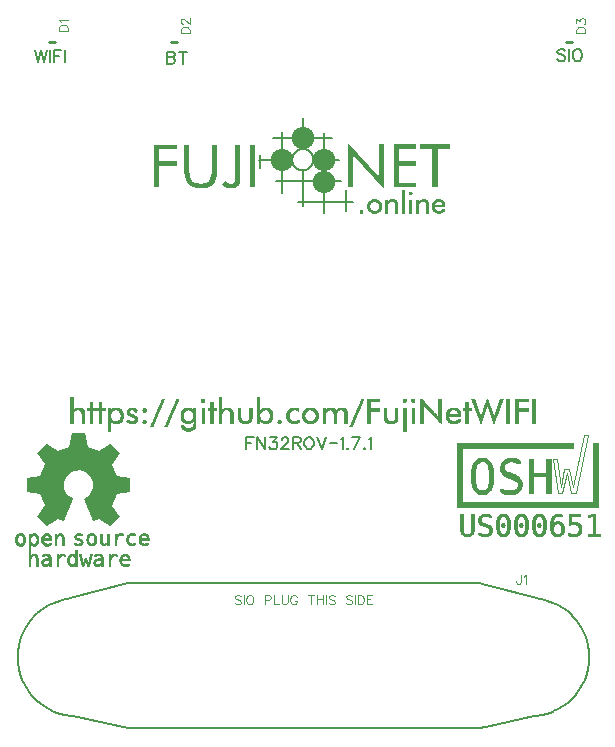
<source format=gbr>
G04 DipTrace 3.3.1.3*
G04 TopSilk.gbr*
%MOIN*%
G04 #@! TF.FileFunction,Legend,Top*
G04 #@! TF.Part,Single*
%ADD10C,0.009843*%
%ADD12C,0.003*%
%ADD14C,0.007874*%
%ADD17C,0.003937*%
%ADD59C,0.005906*%
%ADD61O,0.074711X0.074027*%
%ADD62O,0.074711X0.073993*%
%ADD63O,0.074711X0.073959*%
%ADD135C,0.004632*%
%ADD136C,0.006176*%
%FSLAX26Y26*%
G04*
G70*
G90*
G75*
G01*
G04 TopSilk*
%LPD*%
X641042Y2670462D2*
D10*
X621365D1*
X1047293Y2670463D2*
X1027615D1*
X2366042Y2670462D2*
X2346365D1*
X885370Y868528D2*
D14*
X887465D1*
X912033D1*
X914700D1*
X1231042D1*
X1237136D1*
X1275036D1*
X1398450D1*
X1529291D1*
X1559573D1*
X1573285D1*
X1583951D1*
X1720886D1*
X1825635D1*
X1882200D1*
X1930003D1*
X2056464D1*
Y867753D1*
X2077223Y862329D1*
X2248821Y817290D1*
X2254154Y815934D1*
X2261582Y813948D1*
X2264438Y813512D1*
X2265010Y813415D1*
X2283103Y808863D1*
X2301386Y802325D1*
X2318908Y794092D1*
X2335477Y784164D1*
X2350904Y772638D1*
X2357951Y766245D1*
X2365188Y759659D1*
X2365950Y758884D1*
X2378139Y745324D1*
X2378520Y745033D1*
X2389756Y729827D1*
X2399660Y713264D1*
X2407849Y695829D1*
X2414515Y677620D1*
X2419086Y658878D1*
X2421943Y639797D1*
X2422514Y626866D1*
X2422895Y620474D1*
X2421943Y601150D1*
X2419086Y582069D1*
X2414515Y563327D1*
X2407849Y545118D1*
X2399660Y527683D1*
X2392803Y516206D1*
X2389756Y511121D1*
X2380234Y498432D1*
X2378139Y495623D1*
X2365950Y482063D1*
X2365188Y481288D1*
X2350904Y468309D1*
X2335477Y456783D1*
X2318908Y446855D1*
X2302910Y439349D1*
X2301386Y438622D1*
X2283103Y432133D1*
X2264438Y427435D1*
X2245393Y424578D1*
X2242155Y424432D1*
X2238346Y423609D1*
X2077223Y389224D1*
X2056464Y384817D1*
Y384236D1*
X2025611D1*
X2014374D1*
X1924099D1*
X1882200D1*
X1720886D1*
X1637658D1*
X1559573D1*
X1399021D1*
X1398450D1*
X1260181D1*
X1237136D1*
X1167430D1*
X1157527D1*
X1075823D1*
X914700D1*
X887465D1*
X885370D1*
Y384721D1*
X702916Y423609D1*
X699107Y424432D1*
X695869Y424578D1*
X676824Y427435D1*
X658160Y432133D1*
X639876Y438622D1*
X622355Y446855D1*
X605785Y456783D1*
X592073Y467002D1*
X590359Y468309D1*
X583312Y474557D1*
X576075Y481288D1*
X563124Y495623D1*
X551506Y511121D1*
X541603Y527683D1*
X533413Y545118D1*
X526747Y563327D1*
X522177Y582069D1*
X519320Y601150D1*
X518367Y620474D1*
X518748Y626866D1*
X519320Y639797D1*
X522177Y658878D1*
X526747Y677620D1*
X533413Y695829D1*
X541603Y713264D1*
X551506Y729827D1*
X563124Y745324D1*
X576075Y759659D1*
X583312Y766391D1*
X590359Y772638D1*
X592073Y773994D1*
X605785Y784164D1*
X622355Y794092D1*
X639876Y802325D1*
X658160Y808863D1*
X676824Y813512D1*
X678919Y813851D1*
X686918Y815934D1*
X692251Y817290D1*
X885370Y867946D1*
Y868528D1*
G36*
X1293134Y2328962D2*
X1310065D1*
Y2187148D1*
X1293134D1*
Y2328962D1*
G37*
G36*
X1859720Y2329437D2*
X1957169D1*
Y2313058D1*
X1917008D1*
Y2187046D1*
X1899782D1*
Y2313058D1*
X1859720D1*
Y2329437D1*
G37*
G36*
X1771523D2*
X1846727D1*
Y2313329D1*
X1788749D1*
Y2272908D1*
X1846727D1*
Y2257377D1*
X1788454D1*
Y2202577D1*
X1846727D1*
Y2187046D1*
X1771523D1*
Y2329437D1*
G37*
G36*
X1617966Y2187114D2*
Y2335676D1*
X1722109Y2221296D1*
Y2329742D1*
X1738252D1*
Y2180264D1*
X1634109Y2294034D1*
Y2187114D1*
X1617966D1*
G37*
G36*
X1243032Y2328691D2*
X1260061D1*
Y2215938D1*
X1259076Y2206578D1*
X1257009Y2199729D1*
X1254155Y2194438D1*
X1251005Y2190640D1*
X1246378Y2187283D1*
X1241063Y2185011D1*
X1234763Y2183926D1*
X1226987Y2183214D1*
X1221573D1*
X1216356Y2184537D1*
X1208875Y2188233D1*
X1203855Y2191726D1*
X1198933Y2197084D1*
X1210450Y2208613D1*
X1213994Y2204544D1*
X1217340Y2202001D1*
X1222065Y2199627D1*
X1224428Y2198779D1*
X1227282Y2198406D1*
X1231515Y2198643D1*
X1233877Y2199220D1*
X1235649Y2200034D1*
X1237716Y2201424D1*
X1239783Y2203730D1*
X1241358Y2206477D1*
X1242244Y2208444D1*
X1242539Y2210851D1*
X1242933Y2213598D1*
X1243130Y2215700D1*
X1243032Y2328691D1*
G37*
G36*
X1072741Y2328792D2*
X1089967D1*
Y2237539D1*
X1090459Y2229333D1*
X1092526Y2220312D1*
X1095971Y2212716D1*
X1099023Y2208681D1*
X1103452Y2204951D1*
X1110146Y2201560D1*
X1119694Y2199356D1*
X1127766Y2198949D1*
X1138987Y2200034D1*
X1146960Y2202475D1*
X1152866Y2205934D1*
X1155918Y2208681D1*
X1160052Y2214378D1*
X1163399Y2222890D1*
X1165367Y2236250D1*
Y2249136D1*
Y2328860D1*
X1182593D1*
Y2240625D1*
X1181412Y2225195D1*
X1178557Y2213564D1*
X1174423Y2204815D1*
X1169108Y2197897D1*
X1162710Y2192404D1*
X1154933Y2188131D1*
X1144893Y2184944D1*
X1130030Y2183248D1*
X1126191D1*
X1113690Y2184197D1*
X1102567Y2187080D1*
X1094298Y2191081D1*
X1087408Y2196304D1*
X1081600Y2203425D1*
X1077072Y2212106D1*
X1073922Y2223975D1*
X1072643Y2240523D1*
X1072741Y2328792D1*
G37*
X1321385Y2278232D2*
D59*
X1431040D1*
X1399148Y2370096D2*
Y2168632D1*
X1326307Y2293559D2*
Y2251781D1*
X1369322Y2349376D2*
X1563828D1*
X1468347Y2416757D2*
Y2315466D1*
X1540302Y2367484D2*
Y2101659D1*
X1452991Y2138316D2*
X1636866Y2138961D1*
D61*
X1469183Y2349970D3*
G36*
X1047936Y2329098D2*
X972831D1*
Y2186232D1*
X990155D1*
Y2257207D1*
X1047936D1*
Y2272704D1*
X989663D1*
Y2313194D1*
X1047936D1*
Y2329098D1*
G37*
D62*
X1397425Y2277350D3*
X1539564D3*
D63*
Y2205544D3*
X1432812Y2279062D2*
D59*
X1432897Y2281528D1*
X1433151Y2283982D1*
X1433573Y2286413D1*
X1434160Y2288807D1*
X1434911Y2291153D1*
X1435820Y2293441D1*
X1436885Y2295659D1*
X1438100Y2297796D1*
X1439458Y2299842D1*
X1440953Y2301786D1*
X1442578Y2303620D1*
X1444325Y2305334D1*
X1446186Y2306920D1*
X1448151Y2308370D1*
X1450210Y2309678D1*
X1452355Y2310836D1*
X1454574Y2311840D1*
X1456856Y2312684D1*
X1459191Y2313364D1*
X1461566Y2313877D1*
X1463971Y2314221D1*
X1466394Y2314393D1*
X1468823D1*
X1471246Y2314221D1*
X1473651Y2313877D1*
X1476027Y2313364D1*
X1478361Y2312684D1*
X1480643Y2311840D1*
X1482862Y2310836D1*
X1485007Y2309678D1*
X1487066Y2308370D1*
X1489031Y2306920D1*
X1490892Y2305334D1*
X1492639Y2303620D1*
X1494264Y2301786D1*
X1495759Y2299842D1*
X1497118Y2297796D1*
X1498332Y2295659D1*
X1499397Y2293441D1*
X1500306Y2291153D1*
X1501057Y2288807D1*
X1501644Y2286413D1*
X1502066Y2283982D1*
X1502320Y2281528D1*
X1502405Y2279062D1*
X1502320Y2276596D1*
X1502066Y2274142D1*
X1501644Y2271712D1*
X1501057Y2269318D1*
X1500306Y2266971D1*
X1499397Y2264684D1*
X1498332Y2262466D1*
X1497118Y2260329D1*
X1495759Y2258283D1*
X1494264Y2256339D1*
X1492639Y2254505D1*
X1490892Y2252791D1*
X1489031Y2251205D1*
X1487066Y2249754D1*
X1485007Y2248447D1*
X1482862Y2247288D1*
X1480643Y2246285D1*
X1478361Y2245441D1*
X1476027Y2244761D1*
X1473651Y2244248D1*
X1471246Y2243904D1*
X1468823Y2243732D1*
X1466394D1*
X1463971Y2243904D1*
X1461566Y2244248D1*
X1459191Y2244761D1*
X1456856Y2245441D1*
X1454574Y2246285D1*
X1452355Y2247288D1*
X1450210Y2248447D1*
X1448151Y2249754D1*
X1446186Y2251205D1*
X1444325Y2252791D1*
X1442578Y2254505D1*
X1440953Y2256339D1*
X1439458Y2258283D1*
X1438100Y2260329D1*
X1436885Y2262466D1*
X1435820Y2264684D1*
X1434911Y2266971D1*
X1434160Y2269318D1*
X1433573Y2271712D1*
X1433151Y2274142D1*
X1432897Y2276596D1*
X1432812Y2279062D1*
X1612257Y2178263D2*
Y2106983D1*
X1379067Y2208240D2*
X1596901D1*
X1588928Y2278198D2*
X1510280D1*
X1468347Y2242219D2*
X1468937Y2124956D1*
X2301511Y1279347D2*
D17*
X2316297D1*
X2327047Y1188424D1*
X2339790Y1248616D1*
X2355598D1*
X2368487Y1188278D1*
X2404869Y1362615D1*
X2419656D1*
X2377340Y1167307D1*
X2362991D1*
X2347718Y1233922D1*
X2332591Y1167307D1*
X2318243D1*
X2301511Y1279347D1*
G36*
X2370335Y1334497D2*
Y1315049D1*
X2000920D1*
Y1135996D1*
X2434880D1*
X2434491Y1334497D1*
X2453946D1*
Y1116657D1*
X1981757D1*
Y1334497D1*
X2370335D1*
G37*
G36*
X652734Y1081205D2*
X669899Y1074139D1*
X672124Y1075194D1*
X701687Y1147731D1*
X701187Y1149612D1*
X695011Y1152824D1*
X689426Y1156953D1*
X684249Y1161771D1*
X679208Y1168332D1*
X676211Y1174801D1*
X673532Y1182463D1*
X672261Y1189482D1*
X671988Y1197787D1*
X673123Y1205219D1*
X674531Y1210312D1*
X677437Y1216965D1*
X681388Y1223250D1*
X686247Y1228939D1*
X692196Y1233986D1*
X698417Y1237657D1*
X705819Y1240822D1*
X713357Y1242612D1*
X720441Y1243208D1*
X725890Y1242795D1*
X733656Y1241373D1*
X740967Y1238712D1*
X747279Y1235087D1*
X752955Y1230912D1*
X758677Y1224856D1*
X762673Y1219029D1*
X766306Y1211597D1*
X768258Y1204669D1*
X768985Y1199347D1*
X769257Y1191960D1*
X768485Y1184757D1*
X766397Y1177232D1*
X762945Y1169616D1*
X758586Y1163652D1*
X753818Y1158513D1*
X747687Y1153833D1*
X740694Y1149888D1*
X739786Y1148603D1*
X739968Y1146997D1*
X769484Y1074827D1*
X771664Y1074093D1*
X789011Y1081251D1*
X825884Y1056613D1*
X826838D1*
X858353Y1087857D1*
X858444Y1089188D1*
X833604Y1125846D1*
X848953Y1162964D1*
X893273Y1171589D1*
X893183Y1217194D1*
X848726Y1225774D1*
X833559Y1262432D1*
X858989Y1300237D1*
X826475Y1332491D1*
X789193Y1307349D1*
X752228Y1322398D1*
X743600Y1366764D1*
X697918Y1366856D1*
X689108Y1322444D1*
X652371Y1307257D1*
X614953Y1332400D1*
X582575Y1300237D1*
X607732Y1262845D1*
X592565Y1225865D1*
X548154Y1217240D1*
Y1171497D1*
X592565Y1162734D1*
X607641Y1126489D1*
X582666Y1088775D1*
X614862Y1056154D1*
X651780Y1081159D1*
X652734Y1081205D1*
G37*
X693035Y1486928D2*
D12*
X700535D1*
X1188035D2*
X1195535D1*
X1315535D2*
X1323035D1*
X693035Y1485428D2*
X700535D1*
X1188035D2*
X1195535D1*
X1315535D2*
X1323035D1*
X1860035D2*
D3*
X693035Y1483928D2*
X700535D1*
X1188035D2*
X1195535D1*
X1315535D2*
X1323035D1*
X693035Y1482428D2*
X700535D1*
X999035D2*
X1005035D1*
X1047035D2*
X1053035D1*
X1131035D2*
X1137035D1*
X1188035D2*
X1195535D1*
X1315535D2*
X1323035D1*
X1663535D2*
X1669535D1*
X1681535D2*
X1723535D1*
X1803035D2*
X1809035D1*
X1831535D2*
X1837535D1*
X1860035D2*
X1861535D1*
X1920035D2*
X1929035D1*
X2029535D2*
X2038535D1*
X2125535D2*
X2134535D1*
X2145035D2*
X2154035D1*
X2175035D2*
X2217035D1*
X2233535D2*
X2242535D1*
X693035Y1480928D2*
X700535D1*
X998466D2*
X1004517D1*
X1046466D2*
X1052517D1*
X1130111D2*
X1137960D1*
X1188035D2*
X1195535D1*
X1315535D2*
X1323035D1*
X1662966D2*
X1669017D1*
X1681535D2*
X1723535D1*
X1802111D2*
X1809960D1*
X1830611D2*
X1838460D1*
X1860035D2*
X1863035D1*
X1920035D2*
X1929035D1*
X2030054D2*
X2039285D1*
X2080535D2*
X2082035D1*
X2124786D2*
X2134017D1*
X2145035D2*
X2154035D1*
X2175035D2*
X2217035D1*
X2233535D2*
X2242535D1*
X693035Y1479428D2*
X700535D1*
X997821D2*
X1004018D1*
X1045821D2*
X1052018D1*
X1129314D2*
X1138762D1*
X1188035D2*
X1195535D1*
X1315535D2*
X1323035D1*
X1662321D2*
X1668518D1*
X1681535D2*
X1723535D1*
X1801314D2*
X1810762D1*
X1829814D2*
X1839262D1*
X1860035D2*
X1864535D1*
X1920035D2*
X1929035D1*
X2030553D2*
X2039908D1*
X2080304D2*
X2082785D1*
X2124163D2*
X2133518D1*
X2145035D2*
X2154035D1*
X2175035D2*
X2217035D1*
X2233535D2*
X2242535D1*
X693035Y1477928D2*
X700535D1*
X997124D2*
X1003536D1*
X1045124D2*
X1051536D1*
X1128761D2*
X1139363D1*
X1188035D2*
X1195535D1*
X1315535D2*
X1323035D1*
X1661624D2*
X1668036D1*
X1681535D2*
X1723535D1*
X1800761D2*
X1811363D1*
X1829261D2*
X1839863D1*
X1860035D2*
X1866035D1*
X1920035D2*
X1929035D1*
X2031035D2*
X2040491D1*
X2079926D2*
X2083408D1*
X2123579D2*
X2133036D1*
X2145035D2*
X2154035D1*
X2175035D2*
X2217035D1*
X2233535D2*
X2242535D1*
X693035Y1476428D2*
X700535D1*
X996402D2*
X1002977D1*
X1044402D2*
X1050977D1*
X1128454D2*
X1139664D1*
X1188035D2*
X1195535D1*
X1315535D2*
X1323035D1*
X1660902D2*
X1667477D1*
X1681535D2*
X1723535D1*
X1800454D2*
X1811664D1*
X1828954D2*
X1840164D1*
X1860035D2*
X1867535D1*
X1920035D2*
X1929035D1*
X2031594D2*
X2041026D1*
X2079485D2*
X2083991D1*
X2123045D2*
X2132477D1*
X2145035D2*
X2154035D1*
X2175035D2*
X2217035D1*
X2233535D2*
X2242535D1*
X693035Y1474928D2*
X700535D1*
X995709D2*
X1002329D1*
X1043709D2*
X1050329D1*
X1128800D2*
X1139742D1*
X1188035D2*
X1195535D1*
X1315535D2*
X1323035D1*
X1660209D2*
X1666829D1*
X1681535D2*
X1723535D1*
X1800800D2*
X1811742D1*
X1829300D2*
X1840242D1*
X1860035D2*
X1869035D1*
X1920035D2*
X1929035D1*
X2032236D2*
X2041517D1*
X2079031D2*
X2084526D1*
X2122553D2*
X2131835D1*
X2145035D2*
X2154035D1*
X2175035D2*
X2217035D1*
X2233535D2*
X2242535D1*
X693035Y1473428D2*
X700535D1*
X995105D2*
X1001629D1*
X1043105D2*
X1049629D1*
X1129369D2*
X1139105D1*
X1188035D2*
X1195535D1*
X1315535D2*
X1323035D1*
X1659605D2*
X1666129D1*
X1681535D2*
X1690535D1*
X1801369D2*
X1811105D1*
X1829869D2*
X1839605D1*
X1860035D2*
X1870535D1*
X1920035D2*
X1929035D1*
X2032889D2*
X2042037D1*
X2078526D2*
X2085023D1*
X2122034D2*
X2131181D1*
X2145035D2*
X2154035D1*
X2175035D2*
X2184035D1*
X2233535D2*
X2242535D1*
X693035Y1471928D2*
X700535D1*
X759035D2*
X766535D1*
X789035D2*
X796535D1*
X994572D2*
X1000904D1*
X1042572D2*
X1048904D1*
X1130140D2*
X1138150D1*
X1159535D2*
X1167035D1*
X1188035D2*
X1195535D1*
X1315535D2*
X1323035D1*
X1659072D2*
X1665404D1*
X1681535D2*
X1690535D1*
X1802140D2*
X1810150D1*
X1830640D2*
X1838650D1*
X1860035D2*
X1872030D1*
X1920035D2*
X1929035D1*
X2010035D2*
X2017535D1*
X2033476D2*
X2042543D1*
X2078025D2*
X2085589D1*
X2121528D2*
X2130595D1*
X2145035D2*
X2154035D1*
X2175035D2*
X2184035D1*
X2233535D2*
X2242535D1*
X693035Y1470428D2*
X700535D1*
X759035D2*
X766535D1*
X789035D2*
X796535D1*
X993991D2*
X1000209D1*
X1041991D2*
X1048209D1*
X1131035D2*
X1137035D1*
X1159535D2*
X1167035D1*
X1188035D2*
X1195535D1*
X1315535D2*
X1323035D1*
X1658491D2*
X1664709D1*
X1681535D2*
X1690535D1*
X1803035D2*
X1809035D1*
X1831535D2*
X1837535D1*
X1860035D2*
X1873477D1*
X1920035D2*
X1929035D1*
X2010035D2*
X2017535D1*
X2033996D2*
X2043024D1*
X2077546D2*
X2086234D1*
X2121047D2*
X2130075D1*
X2145035D2*
X2154035D1*
X2175035D2*
X2184035D1*
X2233535D2*
X2242535D1*
X693035Y1468928D2*
X700535D1*
X759035D2*
X766535D1*
X789035D2*
X796535D1*
X993335D2*
X999605D1*
X1041335D2*
X1047605D1*
X1159535D2*
X1167035D1*
X1188035D2*
X1195535D1*
X1315535D2*
X1323035D1*
X1657835D2*
X1664105D1*
X1681535D2*
X1690535D1*
X1860035D2*
X1874786D1*
X1920035D2*
X1929035D1*
X2010035D2*
X2017535D1*
X2034528D2*
X2043539D1*
X2077032D2*
X2086889D1*
X2120532D2*
X2129543D1*
X2145035D2*
X2154035D1*
X2175035D2*
X2184035D1*
X2233535D2*
X2242535D1*
X693035Y1467428D2*
X700535D1*
X759035D2*
X766535D1*
X789035D2*
X796535D1*
X992631D2*
X999073D1*
X1040631D2*
X1047073D1*
X1159535D2*
X1167035D1*
X1188035D2*
X1195535D1*
X1315535D2*
X1323035D1*
X1657131D2*
X1663573D1*
X1681535D2*
X1690535D1*
X1860035D2*
X1875926D1*
X1920035D2*
X1929035D1*
X2010035D2*
X2017535D1*
X2035040D2*
X2044044D1*
X2076527D2*
X2087476D1*
X2120027D2*
X2129031D1*
X2145035D2*
X2154035D1*
X2175035D2*
X2184035D1*
X2233535D2*
X2242535D1*
X693035Y1465928D2*
X700535D1*
X759035D2*
X766535D1*
X789035D2*
X796535D1*
X991904D2*
X998491D1*
X1039904D2*
X1046491D1*
X1159535D2*
X1167035D1*
X1188035D2*
X1195535D1*
X1315535D2*
X1323035D1*
X1656404D2*
X1662991D1*
X1681535D2*
X1690535D1*
X1860035D2*
X1877042D1*
X1920035D2*
X1929035D1*
X2010035D2*
X2017535D1*
X2035529D2*
X2044524D1*
X2076041D2*
X2087996D1*
X2119547D2*
X2128542D1*
X2145035D2*
X2154035D1*
X2175035D2*
X2184035D1*
X2233535D2*
X2242535D1*
X693035Y1464428D2*
X700535D1*
X759035D2*
X766535D1*
X789035D2*
X796535D1*
X991210D2*
X997835D1*
X1039210D2*
X1045835D1*
X1159535D2*
X1167035D1*
X1188035D2*
X1195535D1*
X1315535D2*
X1323035D1*
X1655710D2*
X1662335D1*
X1681535D2*
X1690535D1*
X1860035D2*
X1878280D1*
X1920035D2*
X1929035D1*
X2010035D2*
X2017535D1*
X2036091D2*
X2045039D1*
X2075479D2*
X2088528D1*
X2119032D2*
X2127980D1*
X2145035D2*
X2154035D1*
X2175035D2*
X2184035D1*
X2233535D2*
X2242535D1*
X693035Y1462928D2*
X700535D1*
X759035D2*
X766535D1*
X789035D2*
X796535D1*
X990605D2*
X997131D1*
X1038605D2*
X1045131D1*
X1159535D2*
X1167035D1*
X1188035D2*
X1195535D1*
X1315535D2*
X1323035D1*
X1655105D2*
X1661631D1*
X1681535D2*
X1690535D1*
X1860035D2*
X1879641D1*
X1920035D2*
X1929035D1*
X2010035D2*
X2017535D1*
X2036735D2*
X2045544D1*
X2074836D2*
X2089040D1*
X2118527D2*
X2127336D1*
X2145035D2*
X2154035D1*
X2175035D2*
X2184035D1*
X2233535D2*
X2242535D1*
X693035Y1461428D2*
X700535D1*
X759035D2*
X766535D1*
X789035D2*
X796535D1*
X990073D2*
X996404D1*
X1038073D2*
X1044404D1*
X1159535D2*
X1167035D1*
X1188035D2*
X1195535D1*
X1315535D2*
X1323035D1*
X1654573D2*
X1660904D1*
X1681535D2*
X1690535D1*
X1860035D2*
X1867535D1*
X1870535D2*
X1881078D1*
X1920035D2*
X1929035D1*
X2010035D2*
X2017535D1*
X2037389D2*
X2046024D1*
X2074182D2*
X2089523D1*
X2118047D2*
X2126682D1*
X2145035D2*
X2154035D1*
X2175035D2*
X2184035D1*
X2233535D2*
X2242535D1*
X693035Y1459928D2*
X700535D1*
X759035D2*
X766535D1*
X789035D2*
X796535D1*
X989491D2*
X995710D1*
X1037491D2*
X1043710D1*
X1159535D2*
X1167035D1*
X1188035D2*
X1195535D1*
X1315535D2*
X1323035D1*
X1653991D2*
X1660210D1*
X1681535D2*
X1690535D1*
X1860035D2*
X1867535D1*
X1872035D2*
X1882551D1*
X1920035D2*
X1929035D1*
X2010035D2*
X2017535D1*
X2037976D2*
X2046539D1*
X2073595D2*
X2090038D1*
X2117532D2*
X2126095D1*
X2145035D2*
X2154035D1*
X2175035D2*
X2184035D1*
X2233535D2*
X2242535D1*
X693035Y1458428D2*
X700535D1*
X759035D2*
X766535D1*
X789035D2*
X796535D1*
X988835D2*
X995105D1*
X1036835D2*
X1043105D1*
X1159535D2*
X1167035D1*
X1188035D2*
X1195535D1*
X1315535D2*
X1323035D1*
X1653335D2*
X1659605D1*
X1681535D2*
X1690535D1*
X1860035D2*
X1867535D1*
X1873535D2*
X1884041D1*
X1920035D2*
X1929035D1*
X2010035D2*
X2017535D1*
X2038496D2*
X2047044D1*
X2073075D2*
X2080304D1*
X2083767D2*
X2090543D1*
X2117027D2*
X2125569D1*
X2145035D2*
X2154035D1*
X2175035D2*
X2184035D1*
X2233535D2*
X2242535D1*
X693035Y1456928D2*
X700535D1*
X759035D2*
X766535D1*
X789035D2*
X796535D1*
X988131D2*
X994573D1*
X1036131D2*
X1042573D1*
X1159535D2*
X1167035D1*
X1188035D2*
X1195535D1*
X1315535D2*
X1323035D1*
X1652631D2*
X1659073D1*
X1681535D2*
X1690535D1*
X1860035D2*
X1867535D1*
X1875035D2*
X1885537D1*
X1920035D2*
X1929035D1*
X2010035D2*
X2017535D1*
X2039028D2*
X2047524D1*
X2072543D2*
X2079926D1*
X2084145D2*
X2091024D1*
X2116547D2*
X2124990D1*
X2145035D2*
X2154035D1*
X2175035D2*
X2184035D1*
X2233535D2*
X2242535D1*
X693035Y1455428D2*
X700535D1*
X759035D2*
X766535D1*
X789035D2*
X796535D1*
X987404D2*
X993991D1*
X1035404D2*
X1041991D1*
X1159535D2*
X1167035D1*
X1188035D2*
X1195535D1*
X1315535D2*
X1323035D1*
X1651904D2*
X1658491D1*
X1681535D2*
X1690535D1*
X1860035D2*
X1867535D1*
X1876530D2*
X1887036D1*
X1920035D2*
X1929035D1*
X2010035D2*
X2017535D1*
X2039540D2*
X2048039D1*
X2072031D2*
X2079485D1*
X2084586D2*
X2091539D1*
X2116032D2*
X2124340D1*
X2145035D2*
X2154035D1*
X2175035D2*
X2184035D1*
X2233535D2*
X2242535D1*
X693035Y1453928D2*
X700535D1*
X759035D2*
X766535D1*
X789035D2*
X796535D1*
X986710D2*
X993335D1*
X1034710D2*
X1041335D1*
X1159535D2*
X1167035D1*
X1188035D2*
X1195535D1*
X1315535D2*
X1323035D1*
X1651210D2*
X1657835D1*
X1681535D2*
X1690535D1*
X1860035D2*
X1867535D1*
X1877977D2*
X1888536D1*
X1920035D2*
X1929035D1*
X2010035D2*
X2017535D1*
X2040029D2*
X2048544D1*
X2071548D2*
X2079025D1*
X2085040D2*
X2092044D1*
X2115527D2*
X2123683D1*
X2145035D2*
X2154035D1*
X2175035D2*
X2184035D1*
X2233535D2*
X2242535D1*
X693035Y1452428D2*
X700535D1*
X714035D2*
X726035D1*
X759035D2*
X766535D1*
X789035D2*
X796535D1*
X838535D2*
X850535D1*
X892535D2*
X904535D1*
X986105D2*
X992631D1*
X1034105D2*
X1040631D1*
X1077035D2*
X1089035D1*
X1159535D2*
X1167035D1*
X1188035D2*
X1195535D1*
X1209035D2*
X1221035D1*
X1315535D2*
X1323035D1*
X1336535D2*
X1350035D1*
X1431035D2*
X1446035D1*
X1485035D2*
X1498535D1*
X1555535D2*
X1566035D1*
X1591535D2*
X1602035D1*
X1650605D2*
X1657131D1*
X1681535D2*
X1690535D1*
X1860035D2*
X1867535D1*
X1879286D2*
X1890030D1*
X1920035D2*
X1929035D1*
X1963535D2*
X1975535D1*
X2010035D2*
X2017535D1*
X2040591D2*
X2049024D1*
X2071033D2*
X2078474D1*
X2085544D2*
X2092530D1*
X2115041D2*
X2123095D1*
X2145035D2*
X2154035D1*
X2175035D2*
X2184035D1*
X2233535D2*
X2242535D1*
X693035Y1450928D2*
X700535D1*
X711151D2*
X729095D1*
X750035D2*
X777035D1*
X780035D2*
X807035D1*
X817535D2*
X825035D1*
X835830D2*
X853933D1*
X889651D2*
X907241D1*
X936035D2*
X942035D1*
X985573D2*
X991904D1*
X1033573D2*
X1039904D1*
X1073919D2*
X1092439D1*
X1102535D2*
X1110035D1*
X1131035D2*
X1138535D1*
X1150535D2*
X1177535D1*
X1188035D2*
X1195535D1*
X1206151D2*
X1224095D1*
X1252535D2*
X1260035D1*
X1290035D2*
X1297535D1*
X1315535D2*
X1323035D1*
X1333830D2*
X1352741D1*
X1428098D2*
X1449318D1*
X1481638D2*
X1501990D1*
X1534535D2*
X1542035D1*
X1552425D2*
X1568920D1*
X1588138D2*
X1604920D1*
X1650073D2*
X1656404D1*
X1681535D2*
X1690535D1*
X1738535D2*
X1746035D1*
X1776035D2*
X1783535D1*
X1803035D2*
X1810535D1*
X1831535D2*
X1839035D1*
X1860035D2*
X1867535D1*
X1880426D2*
X1891477D1*
X1920035D2*
X1929035D1*
X1960138D2*
X1978933D1*
X2001035D2*
X2028035D1*
X2041235D2*
X2049539D1*
X2070527D2*
X2077834D1*
X2086046D2*
X2093092D1*
X2114479D2*
X2122575D1*
X2145035D2*
X2154035D1*
X2175035D2*
X2184035D1*
X2233535D2*
X2242535D1*
X693035Y1449428D2*
X700541D1*
X708783D2*
X731636D1*
X750035D2*
X777035D1*
X780035D2*
X807035D1*
X817535D2*
X825041D1*
X833447D2*
X856741D1*
X887295D2*
X909612D1*
X935111D2*
X943241D1*
X984991D2*
X991210D1*
X1032991D2*
X1039210D1*
X1071191D2*
X1095304D1*
X1102474D2*
X1110035D1*
X1131035D2*
X1138535D1*
X1150535D2*
X1177535D1*
X1188035D2*
X1195541D1*
X1203783D2*
X1226636D1*
X1252535D2*
X1260035D1*
X1290035D2*
X1297535D1*
X1315535D2*
X1323041D1*
X1331447D2*
X1355118D1*
X1425349D2*
X1451870D1*
X1478830D2*
X1504991D1*
X1534535D2*
X1542041D1*
X1549744D2*
X1571288D1*
X1585324D2*
X1607276D1*
X1649491D2*
X1655710D1*
X1681535D2*
X1723535D1*
X1738535D2*
X1746035D1*
X1776035D2*
X1783535D1*
X1803035D2*
X1810535D1*
X1831535D2*
X1839035D1*
X1860035D2*
X1867535D1*
X1881542D2*
X1892786D1*
X1920035D2*
X1929035D1*
X1957330D2*
X1981741D1*
X2001035D2*
X2028035D1*
X2041889D2*
X2050044D1*
X2070047D2*
X2077181D1*
X2086525D2*
X2093735D1*
X2113836D2*
X2122043D1*
X2145035D2*
X2154035D1*
X2175035D2*
X2217035D1*
X2233535D2*
X2242535D1*
X693035Y1447928D2*
X700598D1*
X706790D2*
X733595D1*
X750035D2*
X777035D1*
X780035D2*
X807035D1*
X817535D2*
X825098D1*
X831388D2*
X858956D1*
X885412D2*
X911556D1*
X934314D2*
X944118D1*
X984335D2*
X990605D1*
X1032335D2*
X1038605D1*
X1068920D2*
X1097758D1*
X1102241D2*
X1110035D1*
X1131035D2*
X1138535D1*
X1150535D2*
X1177535D1*
X1188035D2*
X1195598D1*
X1201790D2*
X1228595D1*
X1252535D2*
X1260035D1*
X1290035D2*
X1297535D1*
X1315535D2*
X1323098D1*
X1329388D2*
X1357120D1*
X1422959D2*
X1452892D1*
X1476609D2*
X1507570D1*
X1534535D2*
X1542098D1*
X1547612D2*
X1573281D1*
X1583046D2*
X1609159D1*
X1648835D2*
X1655105D1*
X1681535D2*
X1723535D1*
X1738535D2*
X1746035D1*
X1776035D2*
X1783535D1*
X1803035D2*
X1810535D1*
X1831535D2*
X1839035D1*
X1860035D2*
X1867535D1*
X1882780D2*
X1893926D1*
X1920035D2*
X1929035D1*
X1955109D2*
X1983961D1*
X2001035D2*
X2028035D1*
X2042476D2*
X2050524D1*
X2069532D2*
X2076595D1*
X2087039D2*
X2094389D1*
X2113182D2*
X2121531D1*
X2145035D2*
X2154035D1*
X2175035D2*
X2217035D1*
X2233535D2*
X2242535D1*
X693035Y1446428D2*
X700830D1*
X704865D2*
X735108D1*
X750035D2*
X777035D1*
X780035D2*
X807035D1*
X817535D2*
X825330D1*
X829412D2*
X860743D1*
X883915D2*
X913038D1*
X933761D2*
X944614D1*
X983631D2*
X990073D1*
X1031631D2*
X1038073D1*
X1067160D2*
X1100127D1*
X1101728D2*
X1110035D1*
X1131035D2*
X1138535D1*
X1150535D2*
X1177535D1*
X1188035D2*
X1195830D1*
X1199865D2*
X1230108D1*
X1252535D2*
X1260035D1*
X1290035D2*
X1297535D1*
X1315535D2*
X1323330D1*
X1327412D2*
X1358858D1*
X1420958D2*
X1453240D1*
X1474769D2*
X1509789D1*
X1534535D2*
X1542330D1*
X1546026D2*
X1575206D1*
X1580974D2*
X1610656D1*
X1648131D2*
X1654573D1*
X1681535D2*
X1723535D1*
X1738535D2*
X1746035D1*
X1776035D2*
X1783535D1*
X1803035D2*
X1810535D1*
X1831535D2*
X1839035D1*
X1860035D2*
X1867535D1*
X1884141D2*
X1895042D1*
X1920035D2*
X1929035D1*
X1953269D2*
X1985796D1*
X2001035D2*
X2028035D1*
X2043002D2*
X2051039D1*
X2069027D2*
X2076074D1*
X2087544D2*
X2094976D1*
X2112595D2*
X2121042D1*
X2145035D2*
X2154035D1*
X2175035D2*
X2217035D1*
X2233535D2*
X2242535D1*
X693035Y1444928D2*
X701343D1*
X702771D2*
X711104D1*
X722735D2*
X736320D1*
X750035D2*
X777035D1*
X780035D2*
X807035D1*
X817535D2*
X825843D1*
X827290D2*
X837098D1*
X848967D2*
X862191D1*
X882755D2*
X892541D1*
X902735D2*
X914166D1*
X933454D2*
X944799D1*
X982904D2*
X989491D1*
X1030904D2*
X1037491D1*
X1065855D2*
X1080625D1*
X1089946D2*
X1110035D1*
X1131035D2*
X1138535D1*
X1150535D2*
X1177535D1*
X1188035D2*
X1196343D1*
X1197771D2*
X1206104D1*
X1217735D2*
X1231320D1*
X1252535D2*
X1260035D1*
X1290035D2*
X1297535D1*
X1315535D2*
X1323843D1*
X1325290D2*
X1336899D1*
X1346972D2*
X1360411D1*
X1419266D2*
X1434625D1*
X1446035D2*
X1453416D1*
X1473130D2*
X1486598D1*
X1496503D2*
X1511643D1*
X1534535D2*
X1542843D1*
X1544745D2*
X1553125D1*
X1562735D2*
X1577300D1*
X1578811D2*
X1589125D1*
X1598735D2*
X1611816D1*
X1647404D2*
X1653991D1*
X1681535D2*
X1723535D1*
X1738535D2*
X1746035D1*
X1776035D2*
X1783535D1*
X1803035D2*
X1810535D1*
X1831535D2*
X1839035D1*
X1860035D2*
X1867535D1*
X1885578D2*
X1896280D1*
X1920035D2*
X1929035D1*
X1951630D2*
X1963598D1*
X1975467D2*
X1987388D1*
X2001035D2*
X2028035D1*
X2043581D2*
X2051544D1*
X2068547D2*
X2075543D1*
X2088030D2*
X2095496D1*
X2112075D2*
X2120480D1*
X2145035D2*
X2154035D1*
X2175035D2*
X2217035D1*
X2233535D2*
X2242535D1*
X693035Y1443428D2*
X708408D1*
X725059D2*
X737218D1*
X759035D2*
X766535D1*
X789035D2*
X796535D1*
X817535D2*
X834355D1*
X851663D2*
X863335D1*
X881859D2*
X891100D1*
X905055D2*
X914321D1*
X933800D2*
X944790D1*
X982210D2*
X988835D1*
X1030210D2*
X1036835D1*
X1064843D2*
X1077376D1*
X1093200D2*
X1110035D1*
X1131035D2*
X1138535D1*
X1159535D2*
X1167035D1*
X1188035D2*
X1203408D1*
X1220059D2*
X1232218D1*
X1252535D2*
X1260035D1*
X1290035D2*
X1297535D1*
X1315535D2*
X1333325D1*
X1349716D2*
X1361756D1*
X1417857D2*
X1431371D1*
X1449035D2*
X1453493D1*
X1471626D2*
X1483849D1*
X1499944D2*
X1513142D1*
X1534535D2*
X1549876D1*
X1565059D2*
X1585876D1*
X1601059D2*
X1612711D1*
X1646710D2*
X1653335D1*
X1681535D2*
X1723535D1*
X1738535D2*
X1746035D1*
X1776035D2*
X1783535D1*
X1803035D2*
X1810535D1*
X1831535D2*
X1839035D1*
X1860035D2*
X1867535D1*
X1887051D2*
X1897641D1*
X1920035D2*
X1929035D1*
X1950132D2*
X1960855D1*
X1978163D2*
X1988747D1*
X2010035D2*
X2017535D1*
X2044231D2*
X2052024D1*
X2068032D2*
X2075031D1*
X2088592D2*
X2096028D1*
X2111543D2*
X2119836D1*
X2145035D2*
X2154035D1*
X2175035D2*
X2217035D1*
X2233535D2*
X2242535D1*
X693035Y1441928D2*
X706214D1*
X726865D2*
X737889D1*
X759035D2*
X766535D1*
X789035D2*
X796535D1*
X817535D2*
X832017D1*
X853857D2*
X864275D1*
X881219D2*
X889850D1*
X906827D2*
X913388D1*
X934369D2*
X944127D1*
X981605D2*
X988131D1*
X1029605D2*
X1036131D1*
X1063980D2*
X1074924D1*
X1095699D2*
X1110035D1*
X1131035D2*
X1138535D1*
X1159535D2*
X1167035D1*
X1188035D2*
X1201214D1*
X1221865D2*
X1232889D1*
X1252535D2*
X1260035D1*
X1290035D2*
X1297535D1*
X1315535D2*
X1330624D1*
X1352054D2*
X1362853D1*
X1416727D2*
X1428866D1*
X1452035D2*
X1453535D1*
X1470302D2*
X1481464D1*
X1502755D2*
X1514314D1*
X1534535D2*
X1547430D1*
X1566865D2*
X1583430D1*
X1602865D2*
X1613351D1*
X1646105D2*
X1652631D1*
X1681535D2*
X1723535D1*
X1738535D2*
X1746035D1*
X1776035D2*
X1783535D1*
X1803035D2*
X1810535D1*
X1831535D2*
X1839035D1*
X1860035D2*
X1867535D1*
X1888541D2*
X1899078D1*
X1920035D2*
X1929035D1*
X1948855D2*
X1958517D1*
X1980357D2*
X1989851D1*
X2010035D2*
X2017535D1*
X2044888D2*
X2052539D1*
X2067527D2*
X2074548D1*
X2089235D2*
X2096540D1*
X2111031D2*
X2119182D1*
X2145035D2*
X2154035D1*
X2175035D2*
X2217035D1*
X2233535D2*
X2242535D1*
X693035Y1440428D2*
X704626D1*
X728190D2*
X738481D1*
X759035D2*
X766535D1*
X789035D2*
X796535D1*
X817535D2*
X830208D1*
X855451D2*
X865103D1*
X880848D2*
X888965D1*
X908070D2*
X912043D1*
X935140D2*
X943159D1*
X981073D2*
X987404D1*
X1029073D2*
X1035404D1*
X1063186D2*
X1073134D1*
X1097634D2*
X1110035D1*
X1131035D2*
X1138535D1*
X1159535D2*
X1167035D1*
X1188035D2*
X1199626D1*
X1223190D2*
X1233481D1*
X1252535D2*
X1260035D1*
X1290035D2*
X1297535D1*
X1315535D2*
X1328739D1*
X1353863D2*
X1363725D1*
X1415793D2*
X1426884D1*
X1469207D2*
X1479511D1*
X1504930D2*
X1515267D1*
X1534535D2*
X1545687D1*
X1568190D2*
X1581687D1*
X1604190D2*
X1613722D1*
X1645573D2*
X1651904D1*
X1681535D2*
X1690535D1*
X1738535D2*
X1746035D1*
X1776035D2*
X1783535D1*
X1803035D2*
X1810535D1*
X1831535D2*
X1839035D1*
X1860035D2*
X1867535D1*
X1890037D2*
X1900551D1*
X1920035D2*
X1929035D1*
X1947904D2*
X1956708D1*
X1981945D2*
X1990730D1*
X2010035D2*
X2017535D1*
X2045476D2*
X2053044D1*
X2067047D2*
X2074033D1*
X2089889D2*
X2097023D1*
X2110548D2*
X2118595D1*
X2145035D2*
X2154035D1*
X2175035D2*
X2184035D1*
X2233535D2*
X2242535D1*
X693035Y1438928D2*
X703509D1*
X729161D2*
X738966D1*
X759035D2*
X766535D1*
X789035D2*
X796535D1*
X817535D2*
X828881D1*
X856614D2*
X865838D1*
X880672D2*
X888373D1*
X909035D2*
X910535D1*
X936035D2*
X942035D1*
X980491D2*
X986710D1*
X1028491D2*
X1034710D1*
X1062425D2*
X1071841D1*
X1099147D2*
X1110035D1*
X1131035D2*
X1138535D1*
X1159535D2*
X1167035D1*
X1188035D2*
X1198509D1*
X1224161D2*
X1233966D1*
X1252535D2*
X1260035D1*
X1290035D2*
X1297535D1*
X1315535D2*
X1327332D1*
X1355190D2*
X1364362D1*
X1414967D2*
X1425232D1*
X1468286D2*
X1477963D1*
X1506491D2*
X1516106D1*
X1534535D2*
X1544532D1*
X1569161D2*
X1580532D1*
X1605161D2*
X1613905D1*
X1644991D2*
X1651210D1*
X1681535D2*
X1690535D1*
X1738535D2*
X1746035D1*
X1776035D2*
X1783535D1*
X1803035D2*
X1810535D1*
X1831535D2*
X1839035D1*
X1860035D2*
X1867535D1*
X1891536D2*
X1902041D1*
X1920035D2*
X1929035D1*
X1947204D2*
X1955381D1*
X1983061D2*
X1991414D1*
X2010035D2*
X2017535D1*
X2045996D2*
X2053530D1*
X2066532D2*
X2073527D1*
X2090476D2*
X2097538D1*
X2110033D2*
X2118075D1*
X2145035D2*
X2154035D1*
X2175035D2*
X2184035D1*
X2233535D2*
X2242535D1*
X693035Y1437428D2*
X702722D1*
X729833D2*
X739267D1*
X759035D2*
X766535D1*
X789035D2*
X796535D1*
X817535D2*
X827904D1*
X857540D2*
X866457D1*
X880645D2*
X888380D1*
X979835D2*
X986105D1*
X1027835D2*
X1034105D1*
X1061723D2*
X1070886D1*
X1100314D2*
X1110035D1*
X1131035D2*
X1138535D1*
X1159535D2*
X1167035D1*
X1188035D2*
X1197722D1*
X1224833D2*
X1234267D1*
X1252535D2*
X1260035D1*
X1290035D2*
X1297535D1*
X1315535D2*
X1326190D1*
X1356161D2*
X1364783D1*
X1414239D2*
X1423892D1*
X1467465D2*
X1476769D1*
X1507632D2*
X1516890D1*
X1534535D2*
X1543751D1*
X1569833D2*
X1579751D1*
X1605833D2*
X1613985D1*
X1644335D2*
X1650605D1*
X1681535D2*
X1690535D1*
X1738535D2*
X1746035D1*
X1776035D2*
X1783535D1*
X1803035D2*
X1810535D1*
X1831535D2*
X1839035D1*
X1860035D2*
X1867535D1*
X1893036D2*
X1903537D1*
X1920035D2*
X1929035D1*
X1946593D2*
X1954410D1*
X1983855D2*
X1991974D1*
X2010035D2*
X2017535D1*
X2046528D2*
X2054092D1*
X2066027D2*
X2073047D1*
X2090996D2*
X2098043D1*
X2109527D2*
X2117543D1*
X2145035D2*
X2154035D1*
X2175035D2*
X2184035D1*
X2233535D2*
X2242535D1*
X693035Y1435928D2*
X702121D1*
X730216D2*
X739422D1*
X759035D2*
X766535D1*
X789035D2*
X796535D1*
X817535D2*
X827180D1*
X858309D2*
X866990D1*
X880810D2*
X889063D1*
X979131D2*
X985573D1*
X1027131D2*
X1033573D1*
X1061166D2*
X1070172D1*
X1101211D2*
X1110035D1*
X1131035D2*
X1138535D1*
X1159535D2*
X1167035D1*
X1188035D2*
X1197121D1*
X1225216D2*
X1234422D1*
X1252535D2*
X1260035D1*
X1290035D2*
X1297535D1*
X1315535D2*
X1325327D1*
X1356839D2*
X1365155D1*
X1413672D2*
X1422917D1*
X1466738D2*
X1475809D1*
X1508548D2*
X1517648D1*
X1534535D2*
X1543115D1*
X1570216D2*
X1579115D1*
X1606216D2*
X1614017D1*
X1643631D2*
X1650073D1*
X1681535D2*
X1690535D1*
X1738535D2*
X1746035D1*
X1776035D2*
X1783535D1*
X1803035D2*
X1810535D1*
X1831535D2*
X1839035D1*
X1860035D2*
X1867535D1*
X1894536D2*
X1905036D1*
X1920035D2*
X1929035D1*
X1946050D2*
X1953738D1*
X1984514D2*
X1992514D1*
X2010035D2*
X2017535D1*
X2047040D2*
X2054735D1*
X2065541D2*
X2072532D1*
X2091528D2*
X2098524D1*
X2109047D2*
X2117031D1*
X2145035D2*
X2154035D1*
X2175035D2*
X2184035D1*
X2233535D2*
X2242535D1*
X693035Y1434428D2*
X701565D1*
X730403D2*
X739491D1*
X759035D2*
X766535D1*
X789035D2*
X796535D1*
X817535D2*
X826605D1*
X858896D2*
X867520D1*
X881216D2*
X890894D1*
X978404D2*
X984991D1*
X1026404D2*
X1032991D1*
X1060829D2*
X1069603D1*
X1101851D2*
X1110035D1*
X1131035D2*
X1138535D1*
X1159535D2*
X1167035D1*
X1188035D2*
X1196565D1*
X1225403D2*
X1234491D1*
X1252535D2*
X1260035D1*
X1290035D2*
X1297535D1*
X1315535D2*
X1324672D1*
X1357274D2*
X1365594D1*
X1413325D2*
X1422208D1*
X1466172D2*
X1474973D1*
X1509312D2*
X1518349D1*
X1534535D2*
X1542614D1*
X1570403D2*
X1578614D1*
X1606403D2*
X1614029D1*
X1642904D2*
X1649491D1*
X1681535D2*
X1690535D1*
X1738535D2*
X1746035D1*
X1776035D2*
X1783535D1*
X1803035D2*
X1810535D1*
X1831535D2*
X1839035D1*
X1860035D2*
X1867535D1*
X1896035D2*
X1906530D1*
X1920035D2*
X1929035D1*
X1945555D2*
X1953354D1*
X1985315D2*
X1992978D1*
X2010035D2*
X2017535D1*
X2047529D2*
X2055389D1*
X2064979D2*
X2072027D1*
X2092040D2*
X2099039D1*
X2108532D2*
X2116542D1*
X2145035D2*
X2154035D1*
X2175035D2*
X2184035D1*
X2233535D2*
X2242535D1*
X693035Y1432928D2*
X701095D1*
X730484D2*
X739519D1*
X759035D2*
X766535D1*
X789035D2*
X796535D1*
X817535D2*
X826059D1*
X859296D2*
X867980D1*
X881851D2*
X893424D1*
X977710D2*
X984335D1*
X1025710D2*
X1032335D1*
X1060659D2*
X1069058D1*
X1102228D2*
X1110035D1*
X1131035D2*
X1138535D1*
X1159535D2*
X1167035D1*
X1188035D2*
X1196095D1*
X1225484D2*
X1234519D1*
X1252535D2*
X1260035D1*
X1290035D2*
X1297535D1*
X1315535D2*
X1324087D1*
X1357652D2*
X1366010D1*
X1413101D2*
X1421600D1*
X1465825D2*
X1474240D1*
X1509897D2*
X1518905D1*
X1534535D2*
X1542306D1*
X1570484D2*
X1578306D1*
X1606484D2*
X1614033D1*
X1642210D2*
X1648835D1*
X1681535D2*
X1690535D1*
X1738535D2*
X1746035D1*
X1776035D2*
X1783535D1*
X1803035D2*
X1810535D1*
X1831535D2*
X1839035D1*
X1860035D2*
X1867535D1*
X1897535D2*
X1907977D1*
X1920035D2*
X1929035D1*
X1945041D2*
X1953158D1*
X1986362D2*
X1993272D1*
X2010035D2*
X2017535D1*
X2048091D2*
X2055976D1*
X2064336D2*
X2071547D1*
X2092523D2*
X2099544D1*
X2108027D2*
X2115980D1*
X2145035D2*
X2154035D1*
X2175035D2*
X2184035D1*
X2233535D2*
X2242535D1*
X693035Y1431428D2*
X700800D1*
X730516D2*
X739530D1*
X759035D2*
X766535D1*
X789035D2*
X796535D1*
X817535D2*
X825593D1*
X859660D2*
X868273D1*
X882779D2*
X896631D1*
X977105D2*
X983631D1*
X1025105D2*
X1031631D1*
X1060584D2*
X1068593D1*
X1102463D2*
X1110035D1*
X1131035D2*
X1138535D1*
X1159535D2*
X1167035D1*
X1188035D2*
X1195800D1*
X1225516D2*
X1234530D1*
X1252535D2*
X1260035D1*
X1290035D2*
X1297535D1*
X1315535D2*
X1323604D1*
X1358093D2*
X1366284D1*
X1412834D2*
X1421109D1*
X1465601D2*
X1473673D1*
X1510296D2*
X1519242D1*
X1534535D2*
X1542150D1*
X1570516D2*
X1578150D1*
X1606516D2*
X1614035D1*
X1641605D2*
X1648131D1*
X1681535D2*
X1690535D1*
X1738535D2*
X1746035D1*
X1776035D2*
X1783535D1*
X1803035D2*
X1810535D1*
X1831535D2*
X1839035D1*
X1860035D2*
X1867535D1*
X1899035D2*
X1909286D1*
X1920035D2*
X1929035D1*
X1944587D2*
X1993423D1*
X2010035D2*
X2017535D1*
X2048735D2*
X2056496D1*
X2063682D2*
X2071032D1*
X2093038D2*
X2100024D1*
X2107547D2*
X2115336D1*
X2145035D2*
X2154035D1*
X2175035D2*
X2184035D1*
X2233535D2*
X2242535D1*
X693035Y1429928D2*
X700648D1*
X730529D2*
X739533D1*
X759035D2*
X766535D1*
X789035D2*
X796535D1*
X817535D2*
X825299D1*
X860095D2*
X868423D1*
X884161D2*
X900223D1*
X976573D2*
X982904D1*
X1024573D2*
X1030904D1*
X1060553D2*
X1068299D1*
X1102734D2*
X1110035D1*
X1131035D2*
X1138535D1*
X1159535D2*
X1167035D1*
X1188035D2*
X1195648D1*
X1225529D2*
X1234533D1*
X1252535D2*
X1260035D1*
X1290035D2*
X1297535D1*
X1315535D2*
X1323303D1*
X1358510D2*
X1366428D1*
X1412444D2*
X1420805D1*
X1465340D2*
X1473331D1*
X1510654D2*
X1519412D1*
X1534535D2*
X1542081D1*
X1570529D2*
X1578081D1*
X1606529D2*
X1614035D1*
X1641073D2*
X1647404D1*
X1681535D2*
X1690535D1*
X1738535D2*
X1746035D1*
X1776035D2*
X1783535D1*
X1803035D2*
X1810535D1*
X1831535D2*
X1839035D1*
X1860035D2*
X1867535D1*
X1900535D2*
X1910426D1*
X1920035D2*
X1929035D1*
X1944297D2*
X1993491D1*
X2010035D2*
X2017535D1*
X2049389D2*
X2057028D1*
X2063083D2*
X2070527D1*
X2093543D2*
X2100545D1*
X2107026D2*
X2114682D1*
X2145035D2*
X2154035D1*
X2175035D2*
X2184035D1*
X2233535D2*
X2242535D1*
X693035Y1428428D2*
X700580D1*
X730533D2*
X739535D1*
X759035D2*
X766535D1*
X789035D2*
X796535D1*
X817535D2*
X825148D1*
X860511D2*
X868491D1*
X886089D2*
X903753D1*
X975991D2*
X982210D1*
X1023991D2*
X1030210D1*
X1060542D2*
X1068148D1*
X1103120D2*
X1110035D1*
X1131035D2*
X1138535D1*
X1159535D2*
X1167035D1*
X1188035D2*
X1195580D1*
X1225533D2*
X1234535D1*
X1252535D2*
X1260035D1*
X1290035D2*
X1297535D1*
X1315535D2*
X1323149D1*
X1358778D2*
X1366493D1*
X1412054D2*
X1420650D1*
X1465003D2*
X1473160D1*
X1511037D2*
X1519487D1*
X1534535D2*
X1542052D1*
X1570533D2*
X1578052D1*
X1606533D2*
X1614035D1*
X1640491D2*
X1646710D1*
X1681535D2*
X1690535D1*
X1738535D2*
X1746035D1*
X1776035D2*
X1783535D1*
X1803035D2*
X1810535D1*
X1831535D2*
X1839035D1*
X1860035D2*
X1867535D1*
X1902035D2*
X1911542D1*
X1920035D2*
X1929035D1*
X1944147D2*
X1993519D1*
X2010035D2*
X2017535D1*
X2049976D2*
X2057544D1*
X2062447D2*
X2070047D1*
X2094024D2*
X2101111D1*
X2106460D2*
X2114095D1*
X2145035D2*
X2154035D1*
X2175035D2*
X2184035D1*
X2233535D2*
X2242535D1*
X693035Y1426928D2*
X700552D1*
X730535D2*
X739535D1*
X759035D2*
X766535D1*
X789035D2*
X796535D1*
X817535D2*
X825080D1*
X860778D2*
X868519D1*
X888509D2*
X906882D1*
X975335D2*
X981605D1*
X1023335D2*
X1029605D1*
X1060538D2*
X1068080D1*
X1103464D2*
X1110035D1*
X1131035D2*
X1138535D1*
X1159535D2*
X1167035D1*
X1188035D2*
X1195552D1*
X1225535D2*
X1234535D1*
X1252535D2*
X1260035D1*
X1290035D2*
X1297535D1*
X1315535D2*
X1323080D1*
X1358869D2*
X1366519D1*
X1411841D2*
X1420580D1*
X1464798D2*
X1473084D1*
X1511261D2*
X1519518D1*
X1534535D2*
X1542041D1*
X1570535D2*
X1578041D1*
X1606535D2*
X1614035D1*
X1639835D2*
X1646105D1*
X1681535D2*
X1690535D1*
X1738535D2*
X1746035D1*
X1776035D2*
X1783535D1*
X1803035D2*
X1810535D1*
X1831535D2*
X1839035D1*
X1860035D2*
X1867535D1*
X1903535D2*
X1912786D1*
X1920030D2*
X1929035D1*
X1944085D2*
X1993530D1*
X2010035D2*
X2017535D1*
X2050496D2*
X2058069D1*
X2061640D2*
X2069532D1*
X2094539D2*
X2101865D1*
X2105706D2*
X2113569D1*
X2145035D2*
X2154035D1*
X2175035D2*
X2184035D1*
X2233535D2*
X2242535D1*
X693035Y1425428D2*
X700541D1*
X730535D2*
X739535D1*
X759035D2*
X766535D1*
X789035D2*
X796535D1*
X817535D2*
X825058D1*
X860869D2*
X868530D1*
X891285D2*
X909462D1*
X974631D2*
X981073D1*
X1022631D2*
X1029073D1*
X1060536D2*
X1068058D1*
X1103539D2*
X1110035D1*
X1131035D2*
X1138535D1*
X1159535D2*
X1167035D1*
X1188035D2*
X1195541D1*
X1225535D2*
X1234535D1*
X1252535D2*
X1260035D1*
X1290035D2*
X1297535D1*
X1315535D2*
X1323058D1*
X1358743D2*
X1366530D1*
X1411892D2*
X1420558D1*
X1464891D2*
X1473059D1*
X1511175D2*
X1519529D1*
X1534535D2*
X1542037D1*
X1570535D2*
X1578037D1*
X1606535D2*
X1614035D1*
X1639131D2*
X1645573D1*
X1681535D2*
X1690535D1*
X1738535D2*
X1746035D1*
X1776035D2*
X1783535D1*
X1803035D2*
X1810535D1*
X1831535D2*
X1839035D1*
X1860035D2*
X1867535D1*
X1905030D2*
X1914204D1*
X1919972D2*
X1929035D1*
X1944110D2*
X1993535D1*
X2010035D2*
X2017535D1*
X2051028D2*
X2058740D1*
X2059945D2*
X2069027D1*
X2095044D2*
X2103048D1*
X2104523D2*
X2112990D1*
X2145035D2*
X2154035D1*
X2175035D2*
X2184035D1*
X2233535D2*
X2242535D1*
X693035Y1423928D2*
X700537D1*
X730535D2*
X739535D1*
X759035D2*
X766535D1*
X789035D2*
X796535D1*
X817535D2*
X825100D1*
X860743D2*
X868528D1*
X894358D2*
X911503D1*
X973904D2*
X980491D1*
X1021904D2*
X1028491D1*
X1060536D2*
X1068100D1*
X1103320D2*
X1110035D1*
X1131035D2*
X1138535D1*
X1159535D2*
X1167035D1*
X1188035D2*
X1195537D1*
X1225535D2*
X1234535D1*
X1252535D2*
X1260035D1*
X1290035D2*
X1297535D1*
X1315535D2*
X1323100D1*
X1358410D2*
X1366528D1*
X1412187D2*
X1420600D1*
X1465135D2*
X1473100D1*
X1510928D2*
X1519527D1*
X1534535D2*
X1542036D1*
X1570535D2*
X1578036D1*
X1606535D2*
X1614035D1*
X1638404D2*
X1644991D1*
X1681535D2*
X1690535D1*
X1738535D2*
X1746035D1*
X1776035D2*
X1783535D1*
X1803035D2*
X1810535D1*
X1831535D2*
X1839035D1*
X1860035D2*
X1867535D1*
X1906477D2*
X1915872D1*
X1919741D2*
X1929035D1*
X1944291D2*
X1953035D1*
X2010035D2*
X2017535D1*
X2051540D2*
X2068547D1*
X2095524D2*
X2112340D1*
X2145035D2*
X2154035D1*
X2175035D2*
X2184035D1*
X2233535D2*
X2242535D1*
X693035Y1422428D2*
X700536D1*
X730535D2*
X739535D1*
X759035D2*
X766535D1*
X789035D2*
X796535D1*
X817535D2*
X825287D1*
X860410D2*
X868476D1*
X897659D2*
X913087D1*
X973210D2*
X979835D1*
X1021210D2*
X1027835D1*
X1060541D2*
X1068287D1*
X1102994D2*
X1110035D1*
X1131035D2*
X1138535D1*
X1159535D2*
X1167035D1*
X1188035D2*
X1195536D1*
X1225535D2*
X1234535D1*
X1252535D2*
X1260041D1*
X1290030D2*
X1297535D1*
X1315535D2*
X1323287D1*
X1358030D2*
X1366476D1*
X1412545D2*
X1420787D1*
X1465339D2*
X1473293D1*
X1510679D2*
X1519476D1*
X1534535D2*
X1542036D1*
X1570535D2*
X1578036D1*
X1606535D2*
X1614035D1*
X1637710D2*
X1644335D1*
X1681535D2*
X1690535D1*
X1738535D2*
X1746041D1*
X1776030D2*
X1783535D1*
X1803035D2*
X1810535D1*
X1831535D2*
X1839035D1*
X1860035D2*
X1867535D1*
X1907786D2*
X1917858D1*
X1919228D2*
X1929035D1*
X1944646D2*
X1953041D1*
X2010035D2*
X2017535D1*
X2052029D2*
X2068032D1*
X2096039D2*
X2111683D1*
X2145035D2*
X2154035D1*
X2175035D2*
X2184035D1*
X2233535D2*
X2242535D1*
X693035Y1420928D2*
X700536D1*
X730535D2*
X739535D1*
X759035D2*
X766535D1*
X789035D2*
X796535D1*
X817535D2*
X825651D1*
X860030D2*
X868285D1*
X900915D2*
X914288D1*
X972605D2*
X979131D1*
X1020605D2*
X1027131D1*
X1060594D2*
X1068651D1*
X1102706D2*
X1110035D1*
X1131035D2*
X1138535D1*
X1159535D2*
X1167035D1*
X1188035D2*
X1195536D1*
X1225535D2*
X1234535D1*
X1252535D2*
X1260094D1*
X1289977D2*
X1297535D1*
X1315535D2*
X1323651D1*
X1357720D2*
X1366285D1*
X1412802D2*
X1421151D1*
X1465504D2*
X1473704D1*
X1510370D2*
X1519280D1*
X1534535D2*
X1542036D1*
X1570535D2*
X1578036D1*
X1606535D2*
X1614035D1*
X1637105D2*
X1643631D1*
X1681535D2*
X1690535D1*
X1738535D2*
X1746094D1*
X1775977D2*
X1783535D1*
X1803035D2*
X1810535D1*
X1831535D2*
X1839035D1*
X1860035D2*
X1867535D1*
X1908926D2*
X1929035D1*
X1945036D2*
X1953094D1*
X2010035D2*
X2017535D1*
X2052591D2*
X2067527D1*
X2096544D2*
X2111095D1*
X2145035D2*
X2154035D1*
X2175035D2*
X2184035D1*
X2233535D2*
X2242535D1*
X693035Y1419428D2*
X700536D1*
X730535D2*
X739535D1*
X759035D2*
X766535D1*
X789035D2*
X796535D1*
X817535D2*
X826094D1*
X859720D2*
X867926D1*
X903724D2*
X915201D1*
X972073D2*
X978404D1*
X1020073D2*
X1026404D1*
X1060785D2*
X1069088D1*
X1102380D2*
X1110035D1*
X1131035D2*
X1138535D1*
X1159535D2*
X1167035D1*
X1188035D2*
X1195536D1*
X1225535D2*
X1234535D1*
X1252535D2*
X1260285D1*
X1289786D2*
X1297530D1*
X1315535D2*
X1324088D1*
X1357385D2*
X1365921D1*
X1412990D2*
X1421594D1*
X1465755D2*
X1474285D1*
X1509904D2*
X1518868D1*
X1534535D2*
X1542035D1*
X1570535D2*
X1578035D1*
X1606535D2*
X1614035D1*
X1636573D2*
X1642904D1*
X1681535D2*
X1690535D1*
X1738535D2*
X1746285D1*
X1775786D2*
X1783530D1*
X1803035D2*
X1810535D1*
X1831535D2*
X1839035D1*
X1860035D2*
X1867535D1*
X1910042D2*
X1929035D1*
X1945349D2*
X1953291D1*
X2010035D2*
X2017535D1*
X2053235D2*
X2067047D1*
X2097024D2*
X2110575D1*
X2145035D2*
X2154035D1*
X2175035D2*
X2184035D1*
X2233535D2*
X2242535D1*
X693035Y1417928D2*
X700535D1*
X730535D2*
X739535D1*
X759035D2*
X766535D1*
X789035D2*
X796535D1*
X817535D2*
X826599D1*
X859385D2*
X867536D1*
X905834D2*
X915848D1*
X971491D2*
X977710D1*
X1019491D2*
X1025710D1*
X1061150D2*
X1069546D1*
X1101908D2*
X1110035D1*
X1131035D2*
X1138535D1*
X1159535D2*
X1167035D1*
X1188035D2*
X1195535D1*
X1225535D2*
X1234535D1*
X1252541D2*
X1260650D1*
X1289421D2*
X1297477D1*
X1315535D2*
X1324546D1*
X1356904D2*
X1365483D1*
X1413250D2*
X1422105D1*
X1466189D2*
X1474964D1*
X1509300D2*
X1518286D1*
X1534535D2*
X1542035D1*
X1570535D2*
X1578035D1*
X1606535D2*
X1614035D1*
X1635991D2*
X1642210D1*
X1681535D2*
X1690535D1*
X1738541D2*
X1746650D1*
X1775421D2*
X1783477D1*
X1803035D2*
X1810535D1*
X1831535D2*
X1839035D1*
X1860035D2*
X1867535D1*
X1911280D2*
X1929035D1*
X1945685D2*
X1953709D1*
X2010035D2*
X2017535D1*
X2053889D2*
X2066532D1*
X2097539D2*
X2110043D1*
X2145035D2*
X2154035D1*
X2175035D2*
X2184035D1*
X2233535D2*
X2242535D1*
X693035Y1416428D2*
X700535D1*
X730535D2*
X739535D1*
X759035D2*
X766535D1*
X789035D2*
X796535D1*
X817535D2*
X827294D1*
X858904D2*
X867222D1*
X907263D2*
X916221D1*
X970835D2*
X977105D1*
X1018835D2*
X1025105D1*
X1061588D2*
X1070103D1*
X1101301D2*
X1110035D1*
X1131035D2*
X1138535D1*
X1159535D2*
X1167035D1*
X1188035D2*
X1195535D1*
X1225535D2*
X1234535D1*
X1252594D2*
X1261093D1*
X1288977D2*
X1297286D1*
X1315535D2*
X1325103D1*
X1356249D2*
X1365025D1*
X1413688D2*
X1422853D1*
X1466780D2*
X1475738D1*
X1508606D2*
X1517613D1*
X1534535D2*
X1542035D1*
X1570535D2*
X1578035D1*
X1606535D2*
X1614035D1*
X1635335D2*
X1641605D1*
X1681535D2*
X1690535D1*
X1738594D2*
X1747093D1*
X1774977D2*
X1783286D1*
X1803035D2*
X1810535D1*
X1831535D2*
X1839035D1*
X1860035D2*
X1867535D1*
X1912641D2*
X1929035D1*
X1946161D2*
X1954343D1*
X2010035D2*
X2017535D1*
X2054476D2*
X2066027D1*
X2098044D2*
X2109531D1*
X2145035D2*
X2154035D1*
X2175035D2*
X2184035D1*
X2233535D2*
X2242535D1*
X693035Y1414928D2*
X700535D1*
X730535D2*
X739535D1*
X759035D2*
X766535D1*
X789035D2*
X796535D1*
X817535D2*
X828166D1*
X858237D2*
X866886D1*
X908304D2*
X916399D1*
X970131D2*
X976573D1*
X1018131D2*
X1024573D1*
X1062046D2*
X1070801D1*
X1100606D2*
X1110035D1*
X1131035D2*
X1138535D1*
X1159535D2*
X1167035D1*
X1188035D2*
X1195535D1*
X1225535D2*
X1234535D1*
X1252791D2*
X1261605D1*
X1288466D2*
X1296921D1*
X1315535D2*
X1325807D1*
X1355415D2*
X1364474D1*
X1414279D2*
X1423910D1*
X1467462D2*
X1476678D1*
X1507776D2*
X1516892D1*
X1534535D2*
X1542035D1*
X1570535D2*
X1578035D1*
X1606535D2*
X1614035D1*
X1634631D2*
X1641073D1*
X1681535D2*
X1690535D1*
X1738791D2*
X1747605D1*
X1774466D2*
X1782921D1*
X1803035D2*
X1810535D1*
X1831535D2*
X1839035D1*
X1860035D2*
X1867535D1*
X1914078D2*
X1929035D1*
X1946769D2*
X1955214D1*
X1986035D2*
X1990535D1*
X2010035D2*
X2017535D1*
X2055002D2*
X2065541D1*
X2098524D2*
X2109042D1*
X2145035D2*
X2154035D1*
X2175035D2*
X2184035D1*
X2233535D2*
X2242535D1*
X693035Y1413428D2*
X700535D1*
X730535D2*
X739535D1*
X759035D2*
X766535D1*
X789035D2*
X796535D1*
X817535D2*
X829147D1*
X857298D2*
X866404D1*
X908549D2*
X916426D1*
X969404D2*
X975991D1*
X1017404D2*
X1023991D1*
X1062603D2*
X1071710D1*
X1099771D2*
X1110035D1*
X1131035D2*
X1138535D1*
X1159535D2*
X1167035D1*
X1188035D2*
X1195535D1*
X1225535D2*
X1234535D1*
X1253203D2*
X1262359D1*
X1287712D2*
X1296483D1*
X1315535D2*
X1326763D1*
X1354412D2*
X1363828D1*
X1414962D2*
X1425203D1*
X1468237D2*
X1477895D1*
X1506638D2*
X1516149D1*
X1534535D2*
X1542035D1*
X1570535D2*
X1578035D1*
X1606535D2*
X1614035D1*
X1633904D2*
X1640491D1*
X1681535D2*
X1690535D1*
X1739203D2*
X1748359D1*
X1773712D2*
X1782483D1*
X1803035D2*
X1810535D1*
X1831535D2*
X1839035D1*
X1860035D2*
X1867535D1*
X1915551D2*
X1929035D1*
X1947458D2*
X1956358D1*
X1984524D2*
X1992035D1*
X2010035D2*
X2017535D1*
X2055581D2*
X2064979D1*
X2099039D2*
X2108480D1*
X2145035D2*
X2154035D1*
X2175035D2*
X2184035D1*
X2233535D2*
X2242535D1*
X693035Y1411928D2*
X700535D1*
X730535D2*
X739535D1*
X759035D2*
X766535D1*
X789035D2*
X796535D1*
X817535D2*
X830458D1*
X855871D2*
X865743D1*
X882035D2*
X886535D1*
X908127D2*
X916261D1*
X936035D2*
X942035D1*
X968710D2*
X975335D1*
X1016710D2*
X1023335D1*
X1063301D2*
X1073011D1*
X1098774D2*
X1110035D1*
X1131035D2*
X1138535D1*
X1159535D2*
X1167035D1*
X1188035D2*
X1195535D1*
X1225535D2*
X1234535D1*
X1253785D2*
X1263516D1*
X1286555D2*
X1296025D1*
X1315535D2*
X1328196D1*
X1353160D2*
X1363123D1*
X1386035D2*
X1392035D1*
X1415737D2*
X1426760D1*
X1469172D2*
X1479509D1*
X1504967D2*
X1515349D1*
X1534535D2*
X1542035D1*
X1570535D2*
X1578035D1*
X1606535D2*
X1614035D1*
X1633210D2*
X1639835D1*
X1681535D2*
X1690535D1*
X1739785D2*
X1749516D1*
X1772555D2*
X1782025D1*
X1803035D2*
X1810535D1*
X1831535D2*
X1839035D1*
X1860035D2*
X1867535D1*
X1917041D2*
X1929035D1*
X1948236D2*
X1957829D1*
X1982871D2*
X1993535D1*
X2010035D2*
X2017535D1*
X2056231D2*
X2064336D1*
X2099544D2*
X2107836D1*
X2145035D2*
X2154035D1*
X2175035D2*
X2184035D1*
X2233535D2*
X2242535D1*
X693035Y1410428D2*
X700535D1*
X730535D2*
X739535D1*
X759035D2*
X766535D1*
X789035D2*
X796535D1*
X817535D2*
X832193D1*
X853542D2*
X864863D1*
X880647D2*
X888699D1*
X906840D2*
X915855D1*
X935111D2*
X943241D1*
X968105D2*
X974631D1*
X1016105D2*
X1022631D1*
X1064198D2*
X1074698D1*
X1096434D2*
X1110035D1*
X1131035D2*
X1138535D1*
X1159535D2*
X1167035D1*
X1188035D2*
X1195535D1*
X1225535D2*
X1234535D1*
X1254464D2*
X1265011D1*
X1285060D2*
X1295468D1*
X1315535D2*
X1330528D1*
X1351590D2*
X1362339D1*
X1385111D2*
X1393241D1*
X1416672D2*
X1429063D1*
X1452035D2*
X1455035D1*
X1470331D2*
X1481885D1*
X1502412D2*
X1514399D1*
X1534535D2*
X1542035D1*
X1570535D2*
X1578035D1*
X1606535D2*
X1614035D1*
X1632605D2*
X1639131D1*
X1681535D2*
X1690535D1*
X1740464D2*
X1751011D1*
X1771060D2*
X1781468D1*
X1803035D2*
X1810535D1*
X1831535D2*
X1839035D1*
X1860035D2*
X1867535D1*
X1918537D2*
X1929035D1*
X1949171D2*
X1960092D1*
X1980530D2*
X1992035D1*
X2010035D2*
X2017535D1*
X2056888D2*
X2063682D1*
X2100030D2*
X2107182D1*
X2145035D2*
X2154035D1*
X2175035D2*
X2184035D1*
X2233535D2*
X2242535D1*
X693035Y1408928D2*
X700535D1*
X730535D2*
X739535D1*
X759035D2*
X766535D1*
X789035D2*
X796535D1*
X817535D2*
X836509D1*
X849506D2*
X863726D1*
X880224D2*
X892214D1*
X903274D2*
X915225D1*
X934314D2*
X944118D1*
X967573D2*
X973904D1*
X1015573D2*
X1021904D1*
X1065341D2*
X1079350D1*
X1092447D2*
X1110035D1*
X1131035D2*
X1138535D1*
X1159535D2*
X1167035D1*
X1188035D2*
X1195535D1*
X1225535D2*
X1234535D1*
X1255238D2*
X1268968D1*
X1281103D2*
X1294770D1*
X1315535D2*
X1334564D1*
X1347413D2*
X1361401D1*
X1384314D2*
X1394118D1*
X1417831D2*
X1433147D1*
X1446579D2*
X1455035D1*
X1471666D2*
X1485737D1*
X1498127D2*
X1513183D1*
X1534535D2*
X1542035D1*
X1570535D2*
X1578035D1*
X1606535D2*
X1614035D1*
X1632073D2*
X1638404D1*
X1681535D2*
X1690535D1*
X1741238D2*
X1754968D1*
X1767103D2*
X1780770D1*
X1803035D2*
X1810535D1*
X1831535D2*
X1839035D1*
X1860035D2*
X1867535D1*
X1920036D2*
X1929035D1*
X1950331D2*
X1964158D1*
X1976432D2*
X1990535D1*
X2010035D2*
X2017535D1*
X2057476D2*
X2063095D1*
X2100592D2*
X2106595D1*
X2145035D2*
X2154035D1*
X2175035D2*
X2184035D1*
X2233535D2*
X2242535D1*
X693035Y1407428D2*
X700535D1*
X730535D2*
X739535D1*
X759035D2*
X766535D1*
X789035D2*
X796535D1*
X817535D2*
X825035D1*
X828041D2*
X842859D1*
X843206D2*
X862400D1*
X880515D2*
X897756D1*
X897773D2*
X914350D1*
X933761D2*
X944614D1*
X966991D2*
X973210D1*
X1014991D2*
X1021210D1*
X1066669D2*
X1086426D1*
X1086182D2*
X1101030D1*
X1104035D2*
X1110035D1*
X1131035D2*
X1138535D1*
X1159535D2*
X1167035D1*
X1188035D2*
X1195535D1*
X1225535D2*
X1234535D1*
X1256178D2*
X1275059D1*
X1275012D2*
X1293867D1*
X1315535D2*
X1323035D1*
X1326041D2*
X1340865D1*
X1341150D2*
X1360235D1*
X1383761D2*
X1394614D1*
X1419166D2*
X1439637D1*
X1439384D2*
X1455024D1*
X1473149D2*
X1491546D1*
X1491516D2*
X1511656D1*
X1534535D2*
X1542035D1*
X1570535D2*
X1578035D1*
X1606535D2*
X1614035D1*
X1631491D2*
X1637710D1*
X1681535D2*
X1690535D1*
X1742178D2*
X1761059D1*
X1761012D2*
X1779867D1*
X1803035D2*
X1810535D1*
X1831535D2*
X1839035D1*
X1860035D2*
X1867535D1*
X1921536D2*
X1929035D1*
X1951666D2*
X1970641D1*
X1969936D2*
X1989030D1*
X2010035D2*
X2017535D1*
X2057996D2*
X2062575D1*
X2101235D2*
X2106075D1*
X2145035D2*
X2154035D1*
X2175035D2*
X2184035D1*
X2233535D2*
X2242535D1*
X693035Y1405928D2*
X700535D1*
X730535D2*
X739535D1*
X759035D2*
X766535D1*
X789035D2*
X796535D1*
X817535D2*
X825035D1*
X829600D2*
X860921D1*
X881549D2*
X913160D1*
X933454D2*
X944799D1*
X966335D2*
X972605D1*
X1014335D2*
X1020605D1*
X1068150D2*
X1099465D1*
X1104035D2*
X1110035D1*
X1131035D2*
X1138535D1*
X1159535D2*
X1167035D1*
X1188035D2*
X1195535D1*
X1225535D2*
X1234535D1*
X1257401D2*
X1292660D1*
X1315535D2*
X1323035D1*
X1327600D2*
X1358841D1*
X1383454D2*
X1394799D1*
X1420654D2*
X1454895D1*
X1474868D2*
X1509808D1*
X1534535D2*
X1542035D1*
X1570535D2*
X1578035D1*
X1606535D2*
X1614035D1*
X1630835D2*
X1637105D1*
X1681535D2*
X1690535D1*
X1743401D2*
X1778660D1*
X1803035D2*
X1810535D1*
X1831535D2*
X1839035D1*
X1860035D2*
X1867535D1*
X1923036D2*
X1929035D1*
X1953154D2*
X1987465D1*
X2010035D2*
X2017535D1*
X2058523D2*
X2062048D1*
X2101884D2*
X2105548D1*
X2145035D2*
X2154035D1*
X2175035D2*
X2184035D1*
X2233535D2*
X2242535D1*
X693035Y1404428D2*
X700535D1*
X730535D2*
X739535D1*
X759035D2*
X766535D1*
X789035D2*
X796535D1*
X817535D2*
X825035D1*
X831349D2*
X859203D1*
X883115D2*
X911592D1*
X933800D2*
X944790D1*
X965631D2*
X972073D1*
X1013631D2*
X1020073D1*
X1069868D2*
X1097659D1*
X1104035D2*
X1110035D1*
X1131035D2*
X1138535D1*
X1159535D2*
X1167035D1*
X1188035D2*
X1195535D1*
X1225535D2*
X1234535D1*
X1259037D2*
X1291031D1*
X1315535D2*
X1323035D1*
X1329349D2*
X1357110D1*
X1383800D2*
X1394790D1*
X1422430D2*
X1454578D1*
X1476965D2*
X1507647D1*
X1534535D2*
X1542035D1*
X1570535D2*
X1578035D1*
X1606535D2*
X1614035D1*
X1630131D2*
X1636573D1*
X1681535D2*
X1690535D1*
X1745037D2*
X1777031D1*
X1803035D2*
X1810535D1*
X1831535D2*
X1839035D1*
X1860035D2*
X1867535D1*
X1924535D2*
X1929035D1*
X1954930D2*
X1985659D1*
X2010035D2*
X2017535D1*
X2058985D2*
X2061586D1*
X2102422D2*
X2105086D1*
X2145035D2*
X2154035D1*
X2175035D2*
X2184035D1*
X2233535D2*
X2242535D1*
X693035Y1402928D2*
X700535D1*
X730535D2*
X739535D1*
X759035D2*
X766535D1*
X789035D2*
X796535D1*
X817535D2*
X825035D1*
X833453D2*
X857111D1*
X885265D2*
X909567D1*
X934369D2*
X944127D1*
X964904D2*
X971491D1*
X1012904D2*
X1019491D1*
X1071959D2*
X1095323D1*
X1104030D2*
X1110035D1*
X1131035D2*
X1138535D1*
X1159535D2*
X1167035D1*
X1188035D2*
X1195535D1*
X1225535D2*
X1234535D1*
X1261296D2*
X1288773D1*
X1315535D2*
X1323035D1*
X1331453D2*
X1354805D1*
X1384369D2*
X1394127D1*
X1424754D2*
X1453075D1*
X1479453D2*
X1505060D1*
X1534535D2*
X1542035D1*
X1570535D2*
X1578035D1*
X1606535D2*
X1614035D1*
X1629404D2*
X1635991D1*
X1681535D2*
X1690535D1*
X1747296D2*
X1774773D1*
X1803035D2*
X1810535D1*
X1831535D2*
X1839035D1*
X1860035D2*
X1867535D1*
X1926035D2*
X1929035D1*
X1957254D2*
X1983323D1*
X2010035D2*
X2017535D1*
X2059301D2*
X2061270D1*
X2102776D2*
X2104770D1*
X2145035D2*
X2154035D1*
X2175035D2*
X2184035D1*
X2233535D2*
X2242535D1*
X693035Y1401428D2*
X700535D1*
X730535D2*
X739535D1*
X759035D2*
X766535D1*
X789035D2*
X796535D1*
X817535D2*
X825035D1*
X835912D2*
X854657D1*
X887984D2*
X907141D1*
X935140D2*
X943159D1*
X964210D2*
X970835D1*
X1012210D2*
X1018835D1*
X1074414D2*
X1092351D1*
X1103977D2*
X1110035D1*
X1131035D2*
X1138535D1*
X1159535D2*
X1167035D1*
X1188035D2*
X1195535D1*
X1225535D2*
X1234535D1*
X1264237D2*
X1285834D1*
X1315535D2*
X1323035D1*
X1333912D2*
X1351845D1*
X1385140D2*
X1393159D1*
X1427722D2*
X1449783D1*
X1482195D2*
X1501946D1*
X1534535D2*
X1542035D1*
X1570535D2*
X1578035D1*
X1606535D2*
X1614035D1*
X1628710D2*
X1635335D1*
X1681535D2*
X1690535D1*
X1750237D2*
X1771834D1*
X1803035D2*
X1810535D1*
X1831535D2*
X1839035D1*
X1860035D2*
X1867535D1*
X1927535D2*
X1929035D1*
X1960222D2*
X1980351D1*
X2010035D2*
X2017535D1*
X2059535D2*
X2061035D1*
X2103035D2*
X2104535D1*
X2145035D2*
X2154035D1*
X2175035D2*
X2184035D1*
X2233535D2*
X2242535D1*
X817535Y1399928D2*
X825035D1*
X838535D2*
X852035D1*
X891035D2*
X904535D1*
X936035D2*
X942035D1*
X963605D2*
X970131D1*
X1011605D2*
X1018131D1*
X1077035D2*
X1089035D1*
X1103786D2*
X1110035D1*
X1267535D2*
X1282535D1*
X1336535D2*
X1348535D1*
X1386035D2*
X1392035D1*
X1431035D2*
X1446035D1*
X1485035D2*
X1498535D1*
X1628105D2*
X1634631D1*
X1753535D2*
X1768535D1*
X1803035D2*
X1810535D1*
X1963535D2*
X1977035D1*
X817535Y1398428D2*
X825035D1*
X963073D2*
X969404D1*
X1011073D2*
X1017404D1*
X1103426D2*
X1110035D1*
X1627573D2*
X1633904D1*
X1803035D2*
X1810535D1*
X817535Y1396928D2*
X825035D1*
X962491D2*
X968710D1*
X1010491D2*
X1016710D1*
X1103042D2*
X1110035D1*
X1626991D2*
X1633210D1*
X1803035D2*
X1810535D1*
X817535Y1395428D2*
X825035D1*
X961835D2*
X968105D1*
X1009835D2*
X1016105D1*
X1060535D2*
X1069535D1*
X1102774D2*
X1110035D1*
X1626335D2*
X1632605D1*
X1803035D2*
X1810535D1*
X817535Y1393928D2*
X825035D1*
X961126D2*
X967577D1*
X1009126D2*
X1015577D1*
X1061228D2*
X1069773D1*
X1102577D2*
X1110030D1*
X1625626D2*
X1632077D1*
X1803035D2*
X1810535D1*
X817535Y1392428D2*
X825035D1*
X960355D2*
X967036D1*
X1008355D2*
X1015036D1*
X1061665D2*
X1070204D1*
X1102263D2*
X1109977D1*
X1624855D2*
X1631536D1*
X1803035D2*
X1810535D1*
X817535Y1390928D2*
X825035D1*
X959487D2*
X966511D1*
X1007487D2*
X1014511D1*
X1061935D2*
X1070842D1*
X1101628D2*
X1109780D1*
X1623987D2*
X1631011D1*
X1803035D2*
X1810535D1*
X817535Y1389428D2*
X825035D1*
X958535D2*
X966035D1*
X1006535D2*
X1014035D1*
X1062229D2*
X1071725D1*
X1100613D2*
X1109368D1*
X1623035D2*
X1630535D1*
X1803035D2*
X1810535D1*
X817535Y1387928D2*
X825035D1*
X1062686D2*
X1073016D1*
X1099195D2*
X1108786D1*
X1803035D2*
X1810535D1*
X817535Y1386428D2*
X825035D1*
X1063335D2*
X1074699D1*
X1097421D2*
X1108101D1*
X1803035D2*
X1810535D1*
X817535Y1384928D2*
X825035D1*
X1064217D2*
X1079351D1*
X1092743D2*
X1107275D1*
X1803035D2*
X1810535D1*
X817535Y1383428D2*
X825035D1*
X1065404D2*
X1086426D1*
X1085653D2*
X1106143D1*
X1803035D2*
X1810535D1*
X817535Y1381928D2*
X825035D1*
X1066932D2*
X1104561D1*
X1803035D2*
X1810535D1*
X817535Y1380428D2*
X825035D1*
X1068884D2*
X1102541D1*
X1803035D2*
X1810535D1*
X817535Y1378928D2*
X825035D1*
X1071436D2*
X1100018D1*
X1803035D2*
X1810535D1*
X817535Y1377428D2*
X825035D1*
X1074746D2*
X1096931D1*
X1803035D2*
X1810535D1*
X817535Y1375928D2*
X825035D1*
X1078535D2*
X1093535D1*
X1803035D2*
X1810535D1*
X1799193Y2176728D2*
X1805193D1*
X1799193Y2175228D2*
X1805193D1*
X1799193Y2173728D2*
X1805193D1*
X1799193Y2172228D2*
X1805193D1*
X1823193D2*
X1827693D1*
X1799193Y2170728D2*
X1805193D1*
X1822501D2*
X1829078D1*
X1799193Y2169228D2*
X1805193D1*
X1822076D2*
X1830104D1*
X1799193Y2167728D2*
X1805193D1*
X1821915D2*
X1830426D1*
X1799193Y2166228D2*
X1805193D1*
X1822050D2*
X1830218D1*
X1799193Y2164728D2*
X1805193D1*
X1822523D2*
X1829094D1*
X1799193Y2163228D2*
X1805193D1*
X1823193D2*
X1827693D1*
X1799193Y2161728D2*
X1805193D1*
X1799193Y2160228D2*
X1805193D1*
X1799193Y2158728D2*
X1805193D1*
X1799193Y2157228D2*
X1805193D1*
X1799193Y2155728D2*
X1805193D1*
X1799193Y2154228D2*
X1805193D1*
X1799193Y2152728D2*
X1805193D1*
X1799193Y2151228D2*
X1805193D1*
X1799193Y2149728D2*
X1805193D1*
X1799193Y2148228D2*
X1805193D1*
X1700193Y2146728D2*
X1712193D1*
X1760193D2*
X1772193D1*
X1799193D2*
X1805193D1*
X1863693D2*
X1875693D1*
X1913193D2*
X1925193D1*
X1696796Y2145228D2*
X1715310D1*
X1742193D2*
X1749693D1*
X1757426D2*
X1774841D1*
X1799193D2*
X1805193D1*
X1823193D2*
X1829193D1*
X1845693D2*
X1853193D1*
X1860926D2*
X1878341D1*
X1910488D2*
X1928585D1*
X1693988Y2143728D2*
X1718043D1*
X1742193D2*
X1749969D1*
X1754811D2*
X1777020D1*
X1799193D2*
X1805193D1*
X1823193D2*
X1829193D1*
X1845693D2*
X1853469D1*
X1858311D2*
X1880520D1*
X1908111D2*
X1931340D1*
X1691767Y2142228D2*
X1720362D1*
X1742193D2*
X1750495D1*
X1752261D2*
X1778611D1*
X1799193D2*
X1805193D1*
X1823193D2*
X1829193D1*
X1845693D2*
X1853995D1*
X1855761D2*
X1882111D1*
X1906114D2*
X1933370D1*
X1689933Y2140728D2*
X1702283D1*
X1710104D2*
X1722265D1*
X1742193D2*
X1758762D1*
X1768841D2*
X1779772D1*
X1799193D2*
X1805193D1*
X1823193D2*
X1829193D1*
X1845693D2*
X1862262D1*
X1872341D2*
X1883272D1*
X1904423D2*
X1914988D1*
X1924898D2*
X1934845D1*
X1688341Y2139228D2*
X1699028D1*
X1713358D2*
X1723792D1*
X1742193D2*
X1756066D1*
X1771020D2*
X1780698D1*
X1799193D2*
X1805193D1*
X1823193D2*
X1829193D1*
X1845693D2*
X1859566D1*
X1874520D2*
X1884198D1*
X1903015D2*
X1912617D1*
X1927270D2*
X1936046D1*
X1686981Y2137728D2*
X1696529D1*
X1715857D2*
X1725020D1*
X1742193D2*
X1753872D1*
X1772605D2*
X1781467D1*
X1799193D2*
X1805193D1*
X1823193D2*
X1829193D1*
X1845693D2*
X1857372D1*
X1876105D2*
X1884967D1*
X1901885D2*
X1910667D1*
X1929214D2*
X1937097D1*
X1685878Y2136228D2*
X1694595D1*
X1717786D2*
X1726114D1*
X1742193D2*
X1752284D1*
X1773714D2*
X1782048D1*
X1799193D2*
X1805193D1*
X1823193D2*
X1829193D1*
X1845693D2*
X1855784D1*
X1877214D2*
X1885548D1*
X1900951D2*
X1909120D1*
X1930713D2*
X1937923D1*
X1684999Y2134728D2*
X1693081D1*
X1719252D2*
X1727116D1*
X1742193D2*
X1751173D1*
X1774449D2*
X1782395D1*
X1799193D2*
X1805193D1*
X1823193D2*
X1829193D1*
X1845693D2*
X1854673D1*
X1877949D2*
X1885895D1*
X1900125D2*
X1907933D1*
X1931762D2*
X1938564D1*
X1684314Y2133228D2*
X1691915D1*
X1720280D2*
X1727879D1*
X1742193D2*
X1750438D1*
X1774858D2*
X1782568D1*
X1799193D2*
X1805193D1*
X1823193D2*
X1829193D1*
X1845693D2*
X1853938D1*
X1878358D2*
X1886068D1*
X1899396D2*
X1907025D1*
X1932502D2*
X1939145D1*
X1683755Y2131728D2*
X1691018D1*
X1721009D2*
X1728376D1*
X1742193D2*
X1750029D1*
X1775055D2*
X1782644D1*
X1799193D2*
X1805193D1*
X1823193D2*
X1829193D1*
X1845693D2*
X1853529D1*
X1878555D2*
X1886144D1*
X1898830D2*
X1906380D1*
X1933122D2*
X1939626D1*
X1683214Y2130228D2*
X1690377D1*
X1721624D2*
X1728786D1*
X1742193D2*
X1749832D1*
X1775140D2*
X1782675D1*
X1799193D2*
X1805193D1*
X1823193D2*
X1829193D1*
X1845693D2*
X1853332D1*
X1878640D2*
X1886175D1*
X1898489D2*
X1906006D1*
X1933622D2*
X1939926D1*
X1682750Y2128728D2*
X1690006D1*
X1722119D2*
X1729241D1*
X1742193D2*
X1749747D1*
X1775174D2*
X1782687D1*
X1799193D2*
X1805193D1*
X1823193D2*
X1829193D1*
X1845693D2*
X1853247D1*
X1878674D2*
X1886187D1*
X1898318D2*
X1905814D1*
X1933951D2*
X1940080D1*
X1682457Y2127228D2*
X1689824D1*
X1722424D2*
X1729664D1*
X1742193D2*
X1749713D1*
X1775186D2*
X1782691D1*
X1799193D2*
X1805193D1*
X1823193D2*
X1829193D1*
X1845693D2*
X1853213D1*
X1878686D2*
X1886191D1*
X1898242D2*
X1940148D1*
X1682306Y2125728D2*
X1689744D1*
X1722579D2*
X1729935D1*
X1742193D2*
X1749700D1*
X1775191D2*
X1782693D1*
X1799193D2*
X1805193D1*
X1823193D2*
X1829193D1*
X1845693D2*
X1853200D1*
X1878691D2*
X1886193D1*
X1898211D2*
X1940177D1*
X1682243Y2124228D2*
X1689712D1*
X1722642D2*
X1730026D1*
X1742193D2*
X1749696D1*
X1775192D2*
X1782693D1*
X1799193D2*
X1805193D1*
X1823193D2*
X1829193D1*
X1845693D2*
X1853196D1*
X1878692D2*
X1886193D1*
X1898200D2*
X1940188D1*
X1682268Y2122728D2*
X1689706D1*
X1722618D2*
X1729901D1*
X1742193D2*
X1749694D1*
X1775193D2*
X1782693D1*
X1799193D2*
X1805193D1*
X1823193D2*
X1829193D1*
X1845693D2*
X1853194D1*
X1878693D2*
X1886193D1*
X1898201D2*
X1940193D1*
X1682449Y2121228D2*
X1689754D1*
X1722438D2*
X1729568D1*
X1742193D2*
X1749694D1*
X1775193D2*
X1782693D1*
X1799193D2*
X1805193D1*
X1823193D2*
X1829193D1*
X1845693D2*
X1853194D1*
X1878693D2*
X1886193D1*
X1898253D2*
X1905699D1*
X1682810Y2119728D2*
X1689950D1*
X1722076D2*
X1729188D1*
X1742193D2*
X1749693D1*
X1775193D2*
X1782693D1*
X1799193D2*
X1805193D1*
X1823193D2*
X1829193D1*
X1845693D2*
X1853193D1*
X1878693D2*
X1886193D1*
X1898443D2*
X1905752D1*
X1683246Y2118228D2*
X1690367D1*
X1721635D2*
X1728872D1*
X1742193D2*
X1749693D1*
X1775193D2*
X1782693D1*
X1799193D2*
X1805193D1*
X1823193D2*
X1829193D1*
X1845693D2*
X1853193D1*
X1878693D2*
X1886193D1*
X1898808D2*
X1905949D1*
X1683704Y2116728D2*
X1691001D1*
X1721124D2*
X1728490D1*
X1742193D2*
X1749693D1*
X1775193D2*
X1782693D1*
X1799193D2*
X1805193D1*
X1823193D2*
X1829193D1*
X1845693D2*
X1853193D1*
X1878693D2*
X1886193D1*
X1899245D2*
X1906367D1*
X1684261Y2115228D2*
X1691872D1*
X1720376D2*
X1727870D1*
X1742193D2*
X1749693D1*
X1775193D2*
X1782693D1*
X1799193D2*
X1805193D1*
X1823193D2*
X1829193D1*
X1845693D2*
X1853193D1*
X1878693D2*
X1886193D1*
X1899704D2*
X1907001D1*
X1934193D2*
X1937193D1*
X1684959Y2113728D2*
X1693016D1*
X1719307D2*
X1727042D1*
X1742193D2*
X1749693D1*
X1775193D2*
X1782693D1*
X1799193D2*
X1805193D1*
X1823193D2*
X1829193D1*
X1845693D2*
X1853193D1*
X1878693D2*
X1886193D1*
X1900261D2*
X1907878D1*
X1933323D2*
X1938558D1*
X1685856Y2112228D2*
X1694481D1*
X1717879D2*
X1726136D1*
X1742193D2*
X1749693D1*
X1775193D2*
X1782693D1*
X1799193D2*
X1805193D1*
X1823193D2*
X1829193D1*
X1845693D2*
X1853193D1*
X1878693D2*
X1886193D1*
X1900959D2*
X1909104D1*
X1931967D2*
X1939185D1*
X1659693Y2110728D2*
X1664193D1*
X1686999D2*
X1696686D1*
X1715690D2*
X1725117D1*
X1742193D2*
X1749693D1*
X1775193D2*
X1782693D1*
X1799193D2*
X1805193D1*
X1823193D2*
X1829193D1*
X1845693D2*
X1853193D1*
X1878693D2*
X1886193D1*
X1901856D2*
X1910628D1*
X1929734D2*
X1938352D1*
X1658488Y2109228D2*
X1665398D1*
X1688327D2*
X1700521D1*
X1711862D2*
X1723866D1*
X1742193D2*
X1749693D1*
X1775193D2*
X1782693D1*
X1799193D2*
X1805193D1*
X1823193D2*
X1829193D1*
X1845693D2*
X1853193D1*
X1878693D2*
X1886193D1*
X1903005D2*
X1914333D1*
X1925947D2*
X1937313D1*
X1657617Y2107728D2*
X1666270D1*
X1689814D2*
X1706491D1*
X1705894D2*
X1722318D1*
X1742193D2*
X1749693D1*
X1775193D2*
X1782693D1*
X1799193D2*
X1805193D1*
X1823193D2*
X1829193D1*
X1845693D2*
X1853193D1*
X1878693D2*
X1886193D1*
X1904392D2*
X1919909D1*
X1920167D2*
X1935920D1*
X1657031Y2106228D2*
X1666856D1*
X1691589D2*
X1720413D1*
X1742193D2*
X1749693D1*
X1775193D2*
X1782693D1*
X1799193D2*
X1805193D1*
X1823193D2*
X1829193D1*
X1845693D2*
X1853193D1*
X1878693D2*
X1886193D1*
X1906120D2*
X1934106D1*
X1657014Y2104728D2*
X1666873D1*
X1693912D2*
X1718089D1*
X1742193D2*
X1749693D1*
X1775193D2*
X1782693D1*
X1799193D2*
X1805193D1*
X1823193D2*
X1829193D1*
X1845693D2*
X1853193D1*
X1878693D2*
X1886193D1*
X1908424D2*
X1931901D1*
X1657636Y2103228D2*
X1666251D1*
X1696880D2*
X1715290D1*
X1742193D2*
X1749693D1*
X1775193D2*
X1782693D1*
X1799193D2*
X1805193D1*
X1823193D2*
X1829193D1*
X1845693D2*
X1853193D1*
X1878693D2*
X1886193D1*
X1911384D2*
X1929370D1*
X1658583Y2101728D2*
X1665304D1*
X1700193D2*
X1712193D1*
X1742193D2*
X1749693D1*
X1775193D2*
X1782693D1*
X1799193D2*
X1805193D1*
X1823193D2*
X1829193D1*
X1845693D2*
X1853193D1*
X1878693D2*
X1886193D1*
X1914693D2*
X1926693D1*
X1659693Y2100228D2*
X1664193D1*
X2069210Y1098584D2*
X2082710D1*
X2129210D2*
X2141210D1*
X2189210D2*
X2201210D1*
X2249210D2*
X2261210D1*
X2312210D2*
X2325710D1*
X1992710Y1097084D2*
X2001710D1*
X2028710D2*
X2037710D1*
X2065812D2*
X2086969D1*
X2126505D2*
X2143915D1*
X2186505D2*
X2203915D1*
X2246505D2*
X2263915D1*
X2309093D2*
X2328992D1*
X2355710D2*
X2391710D1*
X2429210D2*
X2442710D1*
X1992710Y1095584D2*
X2001710D1*
X2028710D2*
X2037710D1*
X2063004D2*
X2090329D1*
X2124133D2*
X2146287D1*
X2184133D2*
X2206287D1*
X2244133D2*
X2266287D1*
X2306360D2*
X2331545D1*
X2355710D2*
X2391710D1*
X2424210D2*
X2442710D1*
X1992710Y1094084D2*
X2001710D1*
X2028710D2*
X2037710D1*
X2060784D2*
X2092926D1*
X2122184D2*
X2148236D1*
X2182184D2*
X2208236D1*
X2242184D2*
X2268236D1*
X2304041D2*
X2332566D1*
X2355710D2*
X2391710D1*
X2420142D2*
X2442710D1*
X1992710Y1092584D2*
X2001710D1*
X2028710D2*
X2037710D1*
X2058949D2*
X2094005D1*
X2120631D2*
X2149783D1*
X2180631D2*
X2209783D1*
X2240631D2*
X2269783D1*
X2302138D2*
X2332915D1*
X2355710D2*
X2391710D1*
X2418371D2*
X2442710D1*
X1992710Y1091084D2*
X2001710D1*
X2028710D2*
X2037710D1*
X2057364D2*
X2071300D1*
X2082354D2*
X2094383D1*
X2119391D2*
X2131062D1*
X2139358D2*
X2150976D1*
X2179391D2*
X2191062D1*
X2199358D2*
X2210976D1*
X2239391D2*
X2251062D1*
X2259358D2*
X2270976D1*
X2300617D2*
X2313773D1*
X2325710D2*
X2333098D1*
X2355710D2*
X2391710D1*
X2417747D2*
X2442710D1*
X1992710Y1089584D2*
X2001710D1*
X2028710D2*
X2037710D1*
X2056051D2*
X2068051D1*
X2086004D2*
X2094577D1*
X2118292D2*
X2128883D1*
X2141537D2*
X2151937D1*
X2178292D2*
X2188883D1*
X2201537D2*
X2211937D1*
X2238292D2*
X2248883D1*
X2261537D2*
X2271937D1*
X2299436D2*
X2311030D1*
X2330210D2*
X2333210D1*
X2355710D2*
X2363210D1*
X2417414D2*
X2429210D1*
X2433710D2*
X2442710D1*
X1992710Y1088084D2*
X2001710D1*
X2028710D2*
X2037710D1*
X2055086D2*
X2065605D1*
X2089027D2*
X2094663D1*
X2117282D2*
X2127293D1*
X2143127D2*
X2152779D1*
X2177282D2*
X2187293D1*
X2203127D2*
X2212779D1*
X2237282D2*
X2247293D1*
X2263127D2*
X2272779D1*
X2298480D2*
X2308692D1*
X2355710D2*
X2363210D1*
X2417210D2*
X2421710D1*
X2433710D2*
X2442710D1*
X1992710Y1086584D2*
X2001710D1*
X2028710D2*
X2037710D1*
X2054381D2*
X2063861D1*
X2091710D2*
X2094710D1*
X2116472D2*
X2126131D1*
X2144289D2*
X2153564D1*
X2176472D2*
X2186131D1*
X2204289D2*
X2213564D1*
X2236472D2*
X2246131D1*
X2264289D2*
X2273564D1*
X2297640D2*
X2306882D1*
X2355710D2*
X2363210D1*
X2433710D2*
X2442710D1*
X1992710Y1085084D2*
X2001710D1*
X2028710D2*
X2037710D1*
X2053774D2*
X2062707D1*
X2115836D2*
X2125205D1*
X2145215D2*
X2154322D1*
X2175836D2*
X2185205D1*
X2205215D2*
X2214322D1*
X2235836D2*
X2245205D1*
X2265215D2*
X2274322D1*
X2296856D2*
X2305550D1*
X2355710D2*
X2363210D1*
X2433710D2*
X2442710D1*
X1992710Y1083584D2*
X2001710D1*
X2028710D2*
X2037710D1*
X2053283D2*
X2061925D1*
X2115258D2*
X2124430D1*
X2145989D2*
X2155023D1*
X2175258D2*
X2184430D1*
X2205989D2*
X2215023D1*
X2235258D2*
X2244430D1*
X2265989D2*
X2275023D1*
X2296097D2*
X2304526D1*
X2355710D2*
X2363210D1*
X2433710D2*
X2442710D1*
X1992710Y1082084D2*
X2001710D1*
X2028710D2*
X2037710D1*
X2052979D2*
X2061290D1*
X2114771D2*
X2123796D1*
X2146624D2*
X2155585D1*
X2174771D2*
X2183796D1*
X2206624D2*
X2215585D1*
X2234771D2*
X2243796D1*
X2266624D2*
X2275585D1*
X2295397D2*
X2303663D1*
X2355710D2*
X2363210D1*
X2433710D2*
X2442710D1*
X1992710Y1080584D2*
X2001710D1*
X2028710D2*
X2037710D1*
X2052824D2*
X2060794D1*
X2114419D2*
X2123258D1*
X2147161D2*
X2155975D1*
X2174419D2*
X2183258D1*
X2207161D2*
X2215975D1*
X2234419D2*
X2243258D1*
X2267161D2*
X2275975D1*
X2294835D2*
X2302921D1*
X2355710D2*
X2363210D1*
X2433710D2*
X2442710D1*
X1992710Y1079084D2*
X2001710D1*
X2028710D2*
X2037710D1*
X2052755D2*
X2060540D1*
X2114074D2*
X2122726D1*
X2147694D2*
X2156336D1*
X2174074D2*
X2182726D1*
X2207694D2*
X2216336D1*
X2234074D2*
X2242726D1*
X2267694D2*
X2276336D1*
X2294445D2*
X2302343D1*
X2355710D2*
X2363210D1*
X2433710D2*
X2442710D1*
X1992710Y1077584D2*
X2001710D1*
X2028710D2*
X2037710D1*
X2052727D2*
X2060580D1*
X2113646D2*
X2122265D1*
X2148155D2*
X2156771D1*
X2173646D2*
X2182265D1*
X2208155D2*
X2216771D1*
X2233646D2*
X2242265D1*
X2268155D2*
X2276771D1*
X2294084D2*
X2301948D1*
X2355710D2*
X2363210D1*
X2433710D2*
X2442710D1*
X1992710Y1076084D2*
X2001710D1*
X2028710D2*
X2037710D1*
X2052722D2*
X2060929D1*
X2113233D2*
X2121973D1*
X2148447D2*
X2157186D1*
X2173233D2*
X2181973D1*
X2208447D2*
X2217186D1*
X2233233D2*
X2241973D1*
X2268447D2*
X2277186D1*
X2293649D2*
X2301585D1*
X2355710D2*
X2363216D1*
X2433710D2*
X2442710D1*
X1992710Y1074584D2*
X2001710D1*
X2028710D2*
X2037710D1*
X2052771D2*
X2061540D1*
X2112961D2*
X2121822D1*
X2148598D2*
X2157459D1*
X2172961D2*
X2181822D1*
X2208598D2*
X2217459D1*
X2232961D2*
X2241822D1*
X2268598D2*
X2277459D1*
X2293234D2*
X2301150D1*
X2355710D2*
X2363273D1*
X2433710D2*
X2442710D1*
X1992710Y1073084D2*
X2001710D1*
X2028710D2*
X2037710D1*
X2052966D2*
X2062465D1*
X2112818D2*
X2121754D1*
X2148666D2*
X2157602D1*
X2172818D2*
X2181754D1*
X2208666D2*
X2217602D1*
X2232818D2*
X2241754D1*
X2268666D2*
X2277602D1*
X2292961D2*
X2300734D1*
X2312210D2*
X2322710D1*
X2355710D2*
X2363505D1*
X2433710D2*
X2442710D1*
X1992710Y1071584D2*
X2001710D1*
X2028710D2*
X2037710D1*
X2053378D2*
X2063908D1*
X2112753D2*
X2121721D1*
X2148699D2*
X2157667D1*
X2172753D2*
X2181721D1*
X2208699D2*
X2217667D1*
X2232753D2*
X2241721D1*
X2268699D2*
X2277667D1*
X2292818D2*
X2300467D1*
X2309319D2*
X2325821D1*
X2355710D2*
X2364018D1*
X2366210D2*
X2379710D1*
X2433710D2*
X2442710D1*
X1992710Y1070084D2*
X2001710D1*
X2028710D2*
X2037710D1*
X2053959D2*
X2066142D1*
X2112726D2*
X2121657D1*
X2148763D2*
X2157694D1*
X2172726D2*
X2181657D1*
X2208763D2*
X2217694D1*
X2232726D2*
X2241657D1*
X2268763D2*
X2277694D1*
X2292753D2*
X2300381D1*
X2306900D2*
X2328501D1*
X2355710D2*
X2383108D1*
X2433710D2*
X2442710D1*
X1992710Y1068584D2*
X2001710D1*
X2028710D2*
X2037710D1*
X2054639D2*
X2069403D1*
X2112716D2*
X2121462D1*
X2148958D2*
X2157704D1*
X2172716D2*
X2181462D1*
X2208958D2*
X2217704D1*
X2232716D2*
X2241462D1*
X2268958D2*
X2277704D1*
X2292726D2*
X2300547D1*
X2304732D2*
X2330635D1*
X2355710D2*
X2385916D1*
X2433710D2*
X2442710D1*
X1992710Y1067084D2*
X2001710D1*
X2028710D2*
X2037710D1*
X2055418D2*
X2073612D1*
X2112712D2*
X2121102D1*
X2132210D2*
X2138210D1*
X2149318D2*
X2157708D1*
X2172712D2*
X2181102D1*
X2192210D2*
X2198210D1*
X2209318D2*
X2217708D1*
X2232712D2*
X2241102D1*
X2252210D2*
X2258210D1*
X2269318D2*
X2277708D1*
X2292716D2*
X2301033D1*
X2302518D2*
X2332226D1*
X2355710D2*
X2388130D1*
X2433710D2*
X2442710D1*
X1992710Y1065584D2*
X2001710D1*
X2028710D2*
X2037710D1*
X2056411D2*
X2078237D1*
X2112711D2*
X2120717D1*
X2131005D2*
X2139134D1*
X2149703D2*
X2157709D1*
X2172711D2*
X2180717D1*
X2191005D2*
X2199134D1*
X2209703D2*
X2217709D1*
X2232711D2*
X2240717D1*
X2251005D2*
X2259134D1*
X2269703D2*
X2277709D1*
X2292712D2*
X2311011D1*
X2320909D2*
X2333500D1*
X2355710D2*
X2389918D1*
X2433710D2*
X2442710D1*
X1992710Y1064084D2*
X2001710D1*
X2028710D2*
X2037710D1*
X2057825D2*
X2082564D1*
X2112710D2*
X2120455D1*
X2130128D2*
X2139937D1*
X2149965D2*
X2157710D1*
X2172710D2*
X2180455D1*
X2190128D2*
X2199937D1*
X2209965D2*
X2217710D1*
X2232710D2*
X2240455D1*
X2250128D2*
X2259937D1*
X2269965D2*
X2277710D1*
X2292711D2*
X2308686D1*
X2323234D2*
X2334588D1*
X2355710D2*
X2363210D1*
X2376647D2*
X2391365D1*
X2433710D2*
X2442710D1*
X1992710Y1062584D2*
X2001710D1*
X2028710D2*
X2037710D1*
X2059828D2*
X2086162D1*
X2112710D2*
X2120316D1*
X2129631D2*
X2140537D1*
X2150104D2*
X2157710D1*
X2172710D2*
X2180316D1*
X2189631D2*
X2200537D1*
X2210104D2*
X2217710D1*
X2232710D2*
X2240316D1*
X2249631D2*
X2260537D1*
X2270104D2*
X2277710D1*
X2292710D2*
X2306881D1*
X2325039D2*
X2335430D1*
X2355710D2*
X2357210D1*
X2379390D2*
X2392510D1*
X2433710D2*
X2442710D1*
X1992710Y1061084D2*
X2001710D1*
X2028710D2*
X2037710D1*
X2062554D2*
X2088979D1*
X2112710D2*
X2120258D1*
X2129446D2*
X2140838D1*
X2150162D2*
X2157710D1*
X2172710D2*
X2180258D1*
X2189446D2*
X2200838D1*
X2210162D2*
X2217710D1*
X2232710D2*
X2240258D1*
X2249446D2*
X2260838D1*
X2270162D2*
X2277710D1*
X2292710D2*
X2305555D1*
X2326365D2*
X2336077D1*
X2381728D2*
X2393449D1*
X2433710D2*
X2442710D1*
X1992710Y1059584D2*
X2001710D1*
X2028710D2*
X2037710D1*
X2066126D2*
X2091167D1*
X2112710D2*
X2120284D1*
X2129455D2*
X2140916D1*
X2150136D2*
X2157710D1*
X2172710D2*
X2180284D1*
X2189455D2*
X2200916D1*
X2210136D2*
X2217710D1*
X2232710D2*
X2240284D1*
X2249455D2*
X2260916D1*
X2270136D2*
X2277710D1*
X2292710D2*
X2304578D1*
X2327336D2*
X2336660D1*
X2383538D2*
X2394277D1*
X2433710D2*
X2442710D1*
X1992710Y1058084D2*
X2001710D1*
X2028710D2*
X2037710D1*
X2070494D2*
X2092935D1*
X2112710D2*
X2120465D1*
X2130118D2*
X2140280D1*
X2149955D2*
X2157710D1*
X2172710D2*
X2180465D1*
X2190118D2*
X2200280D1*
X2209955D2*
X2217710D1*
X2232710D2*
X2240465D1*
X2250118D2*
X2260280D1*
X2269955D2*
X2277710D1*
X2292710D2*
X2303854D1*
X2328013D2*
X2337142D1*
X2384864D2*
X2395007D1*
X2433710D2*
X2442710D1*
X1992710Y1056584D2*
X2001710D1*
X2028710D2*
X2037710D1*
X2075191D2*
X2094372D1*
X2112710D2*
X2120821D1*
X2131086D2*
X2139325D1*
X2149599D2*
X2157710D1*
X2172710D2*
X2180821D1*
X2191086D2*
X2199325D1*
X2209599D2*
X2217710D1*
X2232710D2*
X2240821D1*
X2251086D2*
X2259325D1*
X2269599D2*
X2277710D1*
X2292710D2*
X2303280D1*
X2328449D2*
X2337443D1*
X2385836D2*
X2395573D1*
X2433710D2*
X2442710D1*
X1992710Y1055084D2*
X2001710D1*
X2028710D2*
X2037710D1*
X2079541D2*
X2095507D1*
X2112710D2*
X2121204D1*
X2132210D2*
X2138210D1*
X2149216D2*
X2157710D1*
X2172710D2*
X2181204D1*
X2192210D2*
X2198210D1*
X2209216D2*
X2217710D1*
X2232710D2*
X2241204D1*
X2252210D2*
X2258210D1*
X2269216D2*
X2277710D1*
X2292710D2*
X2302734D1*
X2328827D2*
X2337596D1*
X2386513D2*
X2395914D1*
X2433710D2*
X2442710D1*
X1992710Y1053584D2*
X2001710D1*
X2028710D2*
X2037710D1*
X2083091D2*
X2096392D1*
X2112710D2*
X2121465D1*
X2148955D2*
X2157710D1*
X2172710D2*
X2181465D1*
X2208955D2*
X2217710D1*
X2232710D2*
X2241465D1*
X2268955D2*
X2277710D1*
X2292710D2*
X2302268D1*
X2329267D2*
X2337665D1*
X2386949D2*
X2396086D1*
X2433710D2*
X2442710D1*
X1992710Y1052084D2*
X2001710D1*
X2028710D2*
X2037710D1*
X2085668D2*
X2097028D1*
X2112710D2*
X2121604D1*
X2148816D2*
X2157710D1*
X2172710D2*
X2181604D1*
X2208816D2*
X2217710D1*
X2232710D2*
X2241604D1*
X2268816D2*
X2277710D1*
X2292710D2*
X2301974D1*
X2329685D2*
X2337693D1*
X2387327D2*
X2396161D1*
X2433710D2*
X2442710D1*
X1992710Y1050584D2*
X2001710D1*
X2028710D2*
X2037710D1*
X2087563D2*
X2097398D1*
X2112716D2*
X2121668D1*
X2148752D2*
X2157704D1*
X2172716D2*
X2181668D1*
X2208752D2*
X2217704D1*
X2232716D2*
X2241668D1*
X2268752D2*
X2277704D1*
X2292710D2*
X2301822D1*
X2329958D2*
X2337704D1*
X2387762D2*
X2396192D1*
X2433710D2*
X2442710D1*
X1992710Y1049084D2*
X2001710D1*
X2028710D2*
X2037710D1*
X2088390D2*
X2097580D1*
X2112769D2*
X2121700D1*
X2148720D2*
X2157651D1*
X2172769D2*
X2181700D1*
X2208720D2*
X2217651D1*
X2232769D2*
X2241700D1*
X2268720D2*
X2277651D1*
X2292716D2*
X2301754D1*
X2330096D2*
X2337708D1*
X2388126D2*
X2396204D1*
X2433710D2*
X2442710D1*
X1992710Y1047584D2*
X2001710D1*
X2028710D2*
X2037710D1*
X2089081D2*
X2097659D1*
X2112960D2*
X2121763D1*
X2148657D2*
X2157460D1*
X2172960D2*
X2181763D1*
X2208657D2*
X2217460D1*
X2232960D2*
X2241763D1*
X2268657D2*
X2277460D1*
X2292769D2*
X2301732D1*
X2330109D2*
X2337709D1*
X2388209D2*
X2396208D1*
X2433710D2*
X2442710D1*
X1992710Y1046084D2*
X2001710D1*
X2028710D2*
X2037710D1*
X2089612D2*
X2097691D1*
X2113319D2*
X2121958D1*
X2148462D2*
X2157101D1*
X2173319D2*
X2181958D1*
X2208462D2*
X2217101D1*
X2233319D2*
X2241958D1*
X2268462D2*
X2277101D1*
X2292960D2*
X2301774D1*
X2329944D2*
X2337710D1*
X2387993D2*
X2396209D1*
X2433710D2*
X2442710D1*
X1992716Y1044584D2*
X2001710D1*
X2028710D2*
X2037704D1*
X2089926D2*
X2097703D1*
X2113709D2*
X2122324D1*
X2148096D2*
X2156711D1*
X2173709D2*
X2182324D1*
X2208096D2*
X2216711D1*
X2233709D2*
X2242324D1*
X2268096D2*
X2276711D1*
X2293325D2*
X2301962D1*
X2329595D2*
X2337710D1*
X2387668D2*
X2396210D1*
X2433710D2*
X2442710D1*
X1992769Y1043084D2*
X2001716D1*
X2028704D2*
X2037651D1*
X2090034D2*
X2097708D1*
X2114024D2*
X2122762D1*
X2147658D2*
X2156396D1*
X2174024D2*
X2182762D1*
X2207658D2*
X2216396D1*
X2234024D2*
X2242762D1*
X2267658D2*
X2276396D1*
X2293762D2*
X2302325D1*
X2329209D2*
X2337704D1*
X2387380D2*
X2396204D1*
X2433710D2*
X2442710D1*
X1992960Y1041584D2*
X2001769D1*
X2028651D2*
X2037460D1*
X2089908D2*
X2097703D1*
X2114354D2*
X2123221D1*
X2147199D2*
X2156066D1*
X2174354D2*
X2183221D1*
X2207199D2*
X2216066D1*
X2234354D2*
X2243221D1*
X2267199D2*
X2276066D1*
X2294215D2*
X2302762D1*
X2328896D2*
X2337651D1*
X2387054D2*
X2396151D1*
X2433710D2*
X2442710D1*
X1993325Y1040084D2*
X2001966D1*
X2028454D2*
X2037095D1*
X2089519D2*
X2097651D1*
X2114783D2*
X2123772D1*
X2146648D2*
X2155637D1*
X2174783D2*
X2183772D1*
X2206648D2*
X2215637D1*
X2234783D2*
X2243772D1*
X2266648D2*
X2275637D1*
X2294719D2*
X2303221D1*
X2328560D2*
X2337454D1*
X2386577D2*
X2395954D1*
X2433710D2*
X2442710D1*
X1993762Y1038584D2*
X2002383D1*
X2028036D2*
X2036658D1*
X2088896D2*
X2097454D1*
X2115252D2*
X2124417D1*
X2146003D2*
X2155168D1*
X2175252D2*
X2184417D1*
X2206003D2*
X2215168D1*
X2235252D2*
X2244417D1*
X2266003D2*
X2275168D1*
X2295220D2*
X2303778D1*
X2328078D2*
X2337042D1*
X2385917D2*
X2395542D1*
X2433710D2*
X2442710D1*
X1994221Y1037084D2*
X2003024D1*
X2027396D2*
X2036199D1*
X2088018D2*
X2097042D1*
X2115768D2*
X2125129D1*
X2145291D2*
X2154652D1*
X2175768D2*
X2185129D1*
X2205291D2*
X2214652D1*
X2235768D2*
X2245129D1*
X2265291D2*
X2274652D1*
X2295705D2*
X2304482D1*
X2327412D2*
X2336461D1*
X2385025D2*
X2394961D1*
X2433710D2*
X2442710D1*
X1994772Y1035584D2*
X2003994D1*
X2026426D2*
X2035648D1*
X2052710D2*
X2055710D1*
X2086728D2*
X2096461D1*
X2116467D2*
X2126000D1*
X2144420D2*
X2153953D1*
X2176467D2*
X2186000D1*
X2204420D2*
X2213953D1*
X2236467D2*
X2246000D1*
X2264420D2*
X2273953D1*
X2296272D2*
X2305472D1*
X2326438D2*
X2335781D1*
X2383731D2*
X2394281D1*
X2433710D2*
X2442710D1*
X1995423Y1034084D2*
X2005318D1*
X2025102D2*
X2034997D1*
X2052710D2*
X2059729D1*
X2085047D2*
X2095781D1*
X2117334D2*
X2127088D1*
X2143332D2*
X2153086D1*
X2177334D2*
X2187088D1*
X2203332D2*
X2213086D1*
X2237334D2*
X2247088D1*
X2263332D2*
X2273086D1*
X2296974D2*
X2306791D1*
X2325127D2*
X2335008D1*
X2352710D2*
X2355710D1*
X2382047D2*
X2393508D1*
X2433710D2*
X2442710D1*
X1996181Y1032584D2*
X2009206D1*
X2021214D2*
X2034238D1*
X2052722D2*
X2065595D1*
X2080395D2*
X2095008D1*
X2118257D2*
X2130299D1*
X2140121D2*
X2152163D1*
X2178257D2*
X2190299D1*
X2200121D2*
X2212163D1*
X2238257D2*
X2250299D1*
X2260121D2*
X2272163D1*
X2297872D2*
X2310420D1*
X2321499D2*
X2334074D1*
X2352710D2*
X2362244D1*
X2377395D2*
X2392568D1*
X2433710D2*
X2442710D1*
X1997162Y1031084D2*
X2015258D1*
X2015161D2*
X2033258D1*
X2052839D2*
X2074113D1*
X2073319D2*
X2094068D1*
X2119283D2*
X2135215D1*
X2135205D2*
X2151137D1*
X2179283D2*
X2195215D1*
X2195205D2*
X2211137D1*
X2239283D2*
X2255215D1*
X2255205D2*
X2271137D1*
X2299021D2*
X2315953D1*
X2315967D2*
X2332915D1*
X2352716D2*
X2371001D1*
X2370319D2*
X2391350D1*
X2418710D2*
X2457710D1*
X1998518Y1029584D2*
X2031902D1*
X2053120D2*
X2092838D1*
X2120542D2*
X2149878D1*
X2180542D2*
X2209878D1*
X2240542D2*
X2269878D1*
X2300402D2*
X2331574D1*
X2352792D2*
X2389766D1*
X2418710D2*
X2457710D1*
X2000312Y1028084D2*
X2030108D1*
X2054321D2*
X2091146D1*
X2122137D2*
X2148283D1*
X2182137D2*
X2208283D1*
X2242137D2*
X2268283D1*
X2302074D2*
X2330035D1*
X2352985D2*
X2387675D1*
X2418710D2*
X2457710D1*
X2002508Y1026584D2*
X2027912D1*
X2057040D2*
X2088654D1*
X2124172D2*
X2146248D1*
X2184172D2*
X2206248D1*
X2244172D2*
X2266248D1*
X2304146D2*
X2328102D1*
X2354088D2*
X2384982D1*
X2418710D2*
X2457710D1*
X2005035Y1025084D2*
X2025385D1*
X2060620D2*
X2085201D1*
X2126602D2*
X2143817D1*
X2186602D2*
X2203817D1*
X2246602D2*
X2263817D1*
X2306593D2*
X2325589D1*
X2356904D2*
X2381738D1*
X2418710D2*
X2457710D1*
X2007710Y1023584D2*
X2022710D1*
X2064710D2*
X2081210D1*
X2129210D2*
X2141210D1*
X2189210D2*
X2201210D1*
X2249210D2*
X2261210D1*
X2309210D2*
X2322710D1*
X2360210D2*
X2378210D1*
X2054041Y1284022D2*
X2075041D1*
X2150041D2*
X2177041D1*
X2049657Y1281022D2*
X2080799D1*
X2144631D2*
X2183247D1*
X2222041D2*
X2234041D1*
X2279041D2*
X2294041D1*
X2045807Y1278022D2*
X2085417D1*
X2139888D2*
X2188329D1*
X2222041D2*
X2234041D1*
X2279041D2*
X2294041D1*
X2042476Y1275022D2*
X2088895D1*
X2136001D2*
X2190566D1*
X2222041D2*
X2234041D1*
X2279041D2*
X2294041D1*
X2039677Y1272022D2*
X2057745D1*
X2075030D2*
X2091458D1*
X2133001D2*
X2153631D1*
X2173490D2*
X2191359D1*
X2222041D2*
X2234041D1*
X2279041D2*
X2294041D1*
X2037434Y1269022D2*
X2053387D1*
X2077924D2*
X2093451D1*
X2130903D2*
X2148888D1*
X2181437D2*
X2191782D1*
X2222041D2*
X2234041D1*
X2279041D2*
X2294041D1*
X2035662Y1266022D2*
X2050219D1*
X2080530D2*
X2095152D1*
X2129424D2*
X2145001D1*
X2189041D2*
X2192041D1*
X2222041D2*
X2234041D1*
X2279041D2*
X2294041D1*
X2034287Y1263022D2*
X2048000D1*
X2082695D2*
X2096638D1*
X2128184D2*
X2142013D1*
X2222041D2*
X2234041D1*
X2279041D2*
X2294041D1*
X2033166Y1260022D2*
X2046519D1*
X2084426D2*
X2097882D1*
X2127193D2*
X2139686D1*
X2222041D2*
X2234041D1*
X2279041D2*
X2294041D1*
X2032084Y1257022D2*
X2045595D1*
X2085685D2*
X2098949D1*
X2126581D2*
X2138852D1*
X2222041D2*
X2234041D1*
X2279041D2*
X2294041D1*
X2031156Y1254022D2*
X2044819D1*
X2086419D2*
X2100010D1*
X2126270D2*
X2138499D1*
X2222041D2*
X2234041D1*
X2279041D2*
X2294041D1*
X2030557Y1251022D2*
X2043930D1*
X2086782D2*
X2100931D1*
X2126132D2*
X2138686D1*
X2222041D2*
X2234041D1*
X2279041D2*
X2294041D1*
X2030149Y1248022D2*
X2043093D1*
X2086952D2*
X2101516D1*
X2126087D2*
X2139449D1*
X2222041D2*
X2234041D1*
X2279041D2*
X2294041D1*
X2029631Y1245022D2*
X2042545D1*
X2087121D2*
X2101817D1*
X2126171D2*
X2140827D1*
X2222041D2*
X2234041D1*
X2279041D2*
X2294041D1*
X2028856Y1242022D2*
X2042258D1*
X2087528D2*
X2101953D1*
X2126557D2*
X2142715D1*
X2222041D2*
X2234041D1*
X2279041D2*
X2294041D1*
X2028066Y1239022D2*
X2042127D1*
X2088255D2*
X2102008D1*
X2127390D2*
X2147602D1*
X2222041D2*
X2234041D1*
X2279041D2*
X2294041D1*
X2027535Y1236022D2*
X2042073D1*
X2089027D2*
X2102030D1*
X2128658D2*
X2154535D1*
X2222041D2*
X2234041D1*
X2279041D2*
X2294041D1*
X2027254Y1233022D2*
X2042053D1*
X2089551D2*
X2102037D1*
X2130410D2*
X2162877D1*
X2222041D2*
X2294041D1*
X2027126Y1230022D2*
X2042045D1*
X2089830D2*
X2102040D1*
X2132804D2*
X2171076D1*
X2222041D2*
X2294041D1*
X2027073Y1227022D2*
X2042043D1*
X2089957D2*
X2102041D1*
X2136070D2*
X2178061D1*
X2222041D2*
X2294041D1*
X2027053Y1224022D2*
X2042042D1*
X2090010D2*
X2102041D1*
X2140735D2*
X2183508D1*
X2222041D2*
X2294041D1*
X2027045Y1221022D2*
X2042042D1*
X2090018D2*
X2102041D1*
X2147247D2*
X2187473D1*
X2222041D2*
X2234041D1*
X2279041D2*
X2294041D1*
X2027054Y1218022D2*
X2042041D1*
X2089920D2*
X2102041D1*
X2155310D2*
X2190279D1*
X2222041D2*
X2234041D1*
X2279041D2*
X2294041D1*
X2027159Y1215022D2*
X2042041D1*
X2089541D2*
X2102041D1*
X2163741D2*
X2192381D1*
X2222041D2*
X2234041D1*
X2279041D2*
X2294041D1*
X2027541Y1212022D2*
X2042041D1*
X2088823D2*
X2102041D1*
X2171131D2*
X2194125D1*
X2222041D2*
X2234041D1*
X2279041D2*
X2294041D1*
X2028260Y1209022D2*
X2042053D1*
X2088054D2*
X2102041D1*
X2176599D2*
X2195617D1*
X2222041D2*
X2234041D1*
X2279041D2*
X2294041D1*
X2029029Y1206022D2*
X2042159D1*
X2087531D2*
X2102030D1*
X2180622D2*
X2196762D1*
X2222041D2*
X2234041D1*
X2279041D2*
X2294041D1*
X2029564Y1203022D2*
X2042541D1*
X2087253D2*
X2101924D1*
X2182344D2*
X2197448D1*
X2222041D2*
X2234041D1*
X2279041D2*
X2294041D1*
X2029947Y1200022D2*
X2043259D1*
X2087114D2*
X2101542D1*
X2183748D2*
X2197792D1*
X2222041D2*
X2234041D1*
X2279041D2*
X2294041D1*
X2030457Y1197022D2*
X2044040D1*
X2086956D2*
X2100812D1*
X2184719D2*
X2197932D1*
X2222041D2*
X2234041D1*
X2279041D2*
X2294041D1*
X2031240Y1194022D2*
X2044669D1*
X2086541D2*
X2099937D1*
X2185243D2*
X2197888D1*
X2222041D2*
X2234041D1*
X2279041D2*
X2294041D1*
X2032135Y1191022D2*
X2045341D1*
X2085698D2*
X2099020D1*
X2184527D2*
X2197529D1*
X2222041D2*
X2234041D1*
X2279041D2*
X2294041D1*
X2033059Y1188022D2*
X2046316D1*
X2084427D2*
X2097918D1*
X2183339D2*
X2196807D1*
X2222041D2*
X2234041D1*
X2279041D2*
X2294041D1*
X2034176Y1185022D2*
X2047813D1*
X2082626D2*
X2096627D1*
X2181444D2*
X2195924D1*
X2222041D2*
X2234041D1*
X2279041D2*
X2294041D1*
X2035573Y1182022D2*
X2049847D1*
X2080330D2*
X2095216D1*
X2126041D2*
X2129041D1*
X2178820D2*
X2194902D1*
X2222041D2*
X2234041D1*
X2279041D2*
X2294041D1*
X2037367Y1179022D2*
X2056241D1*
X2074969D2*
X2093648D1*
X2126065D2*
X2142110D1*
X2171046D2*
X2193395D1*
X2222041D2*
X2234041D1*
X2279041D2*
X2294041D1*
X2039664Y1176022D2*
X2066059D1*
X2066905D2*
X2091749D1*
X2126311D2*
X2159624D1*
X2158943D2*
X2191163D1*
X2222041D2*
X2234041D1*
X2279041D2*
X2294041D1*
X2042423Y1173022D2*
X2089200D1*
X2126909D2*
X2188101D1*
X2222041D2*
X2234041D1*
X2279041D2*
X2294041D1*
X2045731Y1170022D2*
X2085615D1*
X2130173D2*
X2184085D1*
X2222041D2*
X2234041D1*
X2279041D2*
X2294041D1*
X2049691Y1167022D2*
X2080720D1*
X2135132D2*
X2179246D1*
X2222041D2*
X2234041D1*
X2279041D2*
X2294041D1*
X2054041Y1164022D2*
X2075041D1*
X2141041D2*
X2174041D1*
X520651Y1032870D2*
X531151D1*
X567151D2*
X576151D1*
X609151D2*
X618151D1*
X655651D2*
X663151D1*
X518003Y1031370D2*
X533337D1*
X555151D2*
X559651D1*
X564677D2*
X578107D1*
X606266D2*
X620799D1*
X642151D2*
X646651D1*
X653397D2*
X665280D1*
X515824Y1029870D2*
X535216D1*
X555151D2*
X560354D1*
X562187D2*
X579855D1*
X603910D2*
X622978D1*
X642151D2*
X646927D1*
X651232D2*
X666966D1*
X514234Y1028370D2*
X536737D1*
X555151D2*
X581227D1*
X602027D2*
X624568D1*
X642151D2*
X647453D1*
X648989D2*
X668128D1*
X513072Y1026870D2*
X520657D1*
X529299D2*
X537921D1*
X555151D2*
X565657D1*
X574645D2*
X582292D1*
X600531D2*
X609452D1*
X617799D2*
X625730D1*
X642151D2*
X652657D1*
X661588D2*
X668922D1*
X512146Y1025370D2*
X519215D1*
X531478D2*
X538879D1*
X555151D2*
X564215D1*
X576086D2*
X583179D1*
X599370D2*
X607127D1*
X619978D2*
X626656D1*
X642151D2*
X651215D1*
X662837D2*
X669565D1*
X511377Y1023870D2*
X517959D1*
X533062D2*
X539714D1*
X555151D2*
X562959D1*
X577337D2*
X583933D1*
X598469D2*
X605322D1*
X621562D2*
X627425D1*
X642151D2*
X649959D1*
X663734D2*
X670070D1*
X510796Y1022370D2*
X517016D1*
X534172D2*
X540446D1*
X555151D2*
X562016D1*
X578234D2*
X584509D1*
X597776D2*
X603996D1*
X622672D2*
X628006D1*
X642151D2*
X649016D1*
X664293D2*
X670379D1*
X510443Y1020870D2*
X516318D1*
X534906D2*
X541014D1*
X555151D2*
X561318D1*
X578793D2*
X584854D1*
X597214D2*
X603025D1*
X623406D2*
X628353D1*
X642151D2*
X648318D1*
X664729D2*
X670536D1*
X510218Y1019370D2*
X515714D1*
X535316D2*
X541355D1*
X555151D2*
X560714D1*
X579229D2*
X585026D1*
X596672D2*
X602349D1*
X623817D2*
X628532D1*
X642151D2*
X647714D1*
X665194D2*
X670606D1*
X509950Y1017870D2*
X515224D1*
X535512D2*
X541527D1*
X555151D2*
X560224D1*
X579694D2*
X585102D1*
X596208D2*
X601939D1*
X624023D2*
X628661D1*
X642151D2*
X647224D1*
X665620D2*
X670634D1*
X509560Y1016370D2*
X514920D1*
X535597D2*
X541602D1*
X555151D2*
X559920D1*
X580120D2*
X585133D1*
X595914D2*
X628884D1*
X642151D2*
X646920D1*
X665898D2*
X670645D1*
X509170Y1014870D2*
X514765D1*
X535631D2*
X541633D1*
X555151D2*
X559765D1*
X580398D2*
X585145D1*
X595763D2*
X629267D1*
X642151D2*
X646765D1*
X666042D2*
X670649D1*
X508956Y1013370D2*
X514696D1*
X535644D2*
X541645D1*
X555151D2*
X559696D1*
X580536D2*
X585149D1*
X595695D2*
X629718D1*
X642151D2*
X646696D1*
X666108D2*
X670650D1*
X509007Y1011870D2*
X514673D1*
X535649D2*
X541649D1*
X555151D2*
X559673D1*
X580549D2*
X585150D1*
X595673D2*
X630151D1*
X642151D2*
X646668D1*
X666135D2*
X670651D1*
X509302Y1010370D2*
X514715D1*
X535650D2*
X541650D1*
X555151D2*
X559715D1*
X580385D2*
X585151D1*
X595715D2*
X601657D1*
X642151D2*
X646657D1*
X666145D2*
X670651D1*
X509660Y1008870D2*
X514903D1*
X535645D2*
X541645D1*
X555151D2*
X559903D1*
X580036D2*
X585151D1*
X595903D2*
X601710D1*
X642151D2*
X646653D1*
X666149D2*
X670651D1*
X509918Y1007370D2*
X515266D1*
X535592D2*
X541592D1*
X555151D2*
X560266D1*
X579650D2*
X585145D1*
X596266D2*
X601907D1*
X642151D2*
X646652D1*
X666150D2*
X670651D1*
X510106Y1005870D2*
X515709D1*
X535395D2*
X541395D1*
X555151D2*
X560709D1*
X579331D2*
X585092D1*
X596703D2*
X602324D1*
X642151D2*
X646651D1*
X666151D2*
X670651D1*
X510365Y1004370D2*
X516220D1*
X534972D2*
X540983D1*
X555151D2*
X561220D1*
X578942D2*
X584895D1*
X597162D2*
X602965D1*
X642151D2*
X646651D1*
X666151D2*
X670651D1*
X510803Y1002870D2*
X516998D1*
X534249D2*
X540402D1*
X555151D2*
X561998D1*
X578240D2*
X584483D1*
X597719D2*
X603929D1*
X642151D2*
X646651D1*
X666151D2*
X670651D1*
X511395Y1001370D2*
X518056D1*
X533245D2*
X539722D1*
X555151D2*
X563056D1*
X577229D2*
X583902D1*
X598417D2*
X605235D1*
X642151D2*
X646651D1*
X666151D2*
X670651D1*
X512084Y999870D2*
X520710D1*
X530050D2*
X538949D1*
X555151D2*
X565710D1*
X574584D2*
X583216D1*
X599314D2*
X608862D1*
X624151D2*
X628651D1*
X642151D2*
X646651D1*
X666151D2*
X670651D1*
X512917Y998370D2*
X524728D1*
X525142D2*
X538009D1*
X555151D2*
X569728D1*
X570571D2*
X582390D1*
X600468D2*
X614394D1*
X615432D2*
X628428D1*
X642151D2*
X646651D1*
X666151D2*
X670651D1*
X514101Y996870D2*
X536793D1*
X555151D2*
X581264D1*
X601905D2*
X627642D1*
X642151D2*
X646651D1*
X666151D2*
X670651D1*
X515863Y995370D2*
X535232D1*
X555151D2*
X559651D1*
X562927D2*
X579734D1*
X603790D2*
X625596D1*
X642151D2*
X646651D1*
X666151D2*
X670651D1*
X518142Y993870D2*
X533298D1*
X555151D2*
X559651D1*
X564953D2*
X577967D1*
X606284D2*
X622826D1*
X642151D2*
X646651D1*
X666151D2*
X670651D1*
X520651Y992370D2*
X531151D1*
X555151D2*
X559651D1*
X567151D2*
X576151D1*
X609151D2*
X619651D1*
X555151Y990870D2*
X559651D1*
X555151Y989370D2*
X559651D1*
X555151Y987870D2*
X559651D1*
X555151Y986370D2*
X559651D1*
X555151Y984870D2*
X559651D1*
X555151Y983370D2*
X559651D1*
X555151Y981870D2*
X559651D1*
X555151Y980370D2*
X559651D1*
X555151Y978870D2*
X559651D1*
X714917Y1033559D2*
X726917D1*
X758417D2*
X768917D1*
X855917D2*
X864917D1*
X891917D2*
X903917D1*
X933917D2*
X942917D1*
X712450Y1032059D2*
X728815D1*
X755769D2*
X771104D1*
X792917D2*
X797417D1*
X816917D2*
X821417D1*
X842417D2*
X846917D1*
X853663D2*
X866809D1*
X889550D2*
X905815D1*
X931032D2*
X945565D1*
X710497Y1030559D2*
X730343D1*
X753590D2*
X772982D1*
X792917D2*
X797417D1*
X816917D2*
X821417D1*
X842417D2*
X847193D1*
X851498D2*
X868318D1*
X887440D2*
X907341D1*
X928676D2*
X947744D1*
X709080Y1029059D2*
X730949D1*
X752000D2*
X774503D1*
X792917D2*
X797417D1*
X816917D2*
X821417D1*
X842417D2*
X847719D1*
X849256D2*
X868794D1*
X885699D2*
X907900D1*
X926793D2*
X949334D1*
X708017Y1027559D2*
X716775D1*
X726917D2*
X731417D1*
X750838D2*
X758423D1*
X767065D2*
X775687D1*
X792917D2*
X797417D1*
X816917D2*
X821417D1*
X842417D2*
X856037D1*
X864917D2*
X868454D1*
X884282D2*
X893718D1*
X903917D2*
X908214D1*
X925297D2*
X934218D1*
X942565D2*
X950496D1*
X707185Y1026059D2*
X714648D1*
X749912D2*
X756981D1*
X769244D2*
X776645D1*
X792917D2*
X797417D1*
X816917D2*
X821417D1*
X842417D2*
X853486D1*
X867917D2*
D3*
X883109D2*
X891393D1*
X906917D2*
X908417D1*
X924136D2*
X931893D1*
X944744D2*
X951422D1*
X706583Y1024559D2*
X713013D1*
X749143D2*
X755725D1*
X770828D2*
X777480D1*
X792917D2*
X797417D1*
X816917D2*
X821417D1*
X842417D2*
X851514D1*
X882226D2*
X889588D1*
X923235D2*
X930088D1*
X946328D2*
X952191D1*
X706280Y1023059D2*
X712370D1*
X748562D2*
X754782D1*
X771938D2*
X778212D1*
X792917D2*
X797417D1*
X816917D2*
X821417D1*
X842417D2*
X850136D1*
X881561D2*
X888262D1*
X922542D2*
X928762D1*
X947438D2*
X952772D1*
X706300Y1021559D2*
X712325D1*
X748209D2*
X754084D1*
X772672D2*
X778780D1*
X792917D2*
X797417D1*
X816917D2*
X821417D1*
X842417D2*
X849209D1*
X880971D2*
X887291D1*
X921980D2*
X927791D1*
X948172D2*
X953119D1*
X706640Y1020059D2*
X713210D1*
X747984D2*
X753480D1*
X773082D2*
X779121D1*
X792917D2*
X797417D1*
X816917D2*
X821417D1*
X842417D2*
X848545D1*
X880486D2*
X886620D1*
X921439D2*
X927115D1*
X948583D2*
X953298D1*
X707243Y1018559D2*
X716033D1*
X747716D2*
X752990D1*
X773279D2*
X779293D1*
X792917D2*
X797417D1*
X816917D2*
X821417D1*
X842417D2*
X847962D1*
X880185D2*
X886237D1*
X920974D2*
X926705D1*
X948789D2*
X953427D1*
X708114Y1017059D2*
X719797D1*
X747326D2*
X752686D1*
X773364D2*
X779368D1*
X792917D2*
X797417D1*
X816917D2*
X821417D1*
X842417D2*
X847483D1*
X880031D2*
X886050D1*
X920681D2*
X953650D1*
X709371Y1015559D2*
X723765D1*
X746936D2*
X752531D1*
X773397D2*
X779399D1*
X792917D2*
X797417D1*
X816917D2*
X821417D1*
X842417D2*
X847183D1*
X879962D2*
X885969D1*
X920529D2*
X954033D1*
X711287Y1014059D2*
X727097D1*
X746723D2*
X752462D1*
X773410D2*
X779411D1*
X792917D2*
X797417D1*
X816911D2*
X821417D1*
X842417D2*
X847030D1*
X879934D2*
X885936D1*
X920461D2*
X954484D1*
X714243Y1012559D2*
X729494D1*
X746773D2*
X752440D1*
X773415D2*
X779415D1*
X792917D2*
X797417D1*
X816858D2*
X821417D1*
X842417D2*
X846962D1*
X879923D2*
X885924D1*
X920439D2*
X954917D1*
X718103Y1011059D2*
X731068D1*
X747068D2*
X752482D1*
X773416D2*
X779416D1*
X792917D2*
X797423D1*
X816667D2*
X821417D1*
X842417D2*
X846934D1*
X879925D2*
X885925D1*
X920482D2*
X926423D1*
X721953Y1009559D2*
X732076D1*
X747426D2*
X752669D1*
X773411D2*
X779411D1*
X792917D2*
X797476D1*
X816308D2*
X821417D1*
X842417D2*
X846923D1*
X879976D2*
X885976D1*
X920669D2*
X926476D1*
X724908Y1008059D2*
X732766D1*
X747684D2*
X753033D1*
X773358D2*
X779358D1*
X792917D2*
X797667D1*
X815918D2*
X821417D1*
X842417D2*
X846919D1*
X880167D2*
X886173D1*
X921033D2*
X926673D1*
X727081Y1006559D2*
X733307D1*
X747872D2*
X753475D1*
X773161D2*
X779161D1*
X792917D2*
X798032D1*
X815597D2*
X821417D1*
X842417D2*
X846918D1*
X880532D2*
X886591D1*
X921469D2*
X927091D1*
X727879Y1005059D2*
X733731D1*
X748131D2*
X753987D1*
X772738D2*
X778749D1*
X792923D2*
X798475D1*
X815209D2*
X821417D1*
X842417D2*
X846917D1*
X880975D2*
X887231D1*
X921928D2*
X927731D1*
X728004Y1003559D2*
X733568D1*
X748569D2*
X754764D1*
X772015D2*
X778168D1*
X792976D2*
X799016D1*
X814507D2*
X821417D1*
X842417D2*
X846917D1*
X881481D2*
X888195D1*
X922485D2*
X928695D1*
X727227Y1002059D2*
X733254D1*
X749161D2*
X755822D1*
X771011D2*
X777488D1*
X793173D2*
X799741D1*
X813495D2*
X821417D1*
X842417D2*
X846917D1*
X882182D2*
X889501D1*
X923183D2*
X930001D1*
X951917D2*
D3*
X705917Y1000559D2*
X707417D1*
X723910D2*
X732805D1*
X749850D2*
X758476D1*
X767816D2*
X776715D1*
X793591D2*
X802187D1*
X810850D2*
X821417D1*
X842417D2*
X846917D1*
X883101D2*
X893128D1*
X906917D2*
X908417D1*
X924080D2*
X933628D1*
X946460D2*
X953417D1*
X705998Y999059D2*
X717636D1*
X718556D2*
X732078D1*
X750683D2*
X762494D1*
X762908D2*
X775775D1*
X794231D2*
X806080D1*
X806837D2*
X821417D1*
X842417D2*
X846917D1*
X884220D2*
X898660D1*
X899698D2*
X908291D1*
X925234D2*
X939160D1*
X939266D2*
X953194D1*
X706192Y997559D2*
X730974D1*
X751867D2*
X774559D1*
X795158D2*
X821417D1*
X842417D2*
X846917D1*
X885656D2*
X908007D1*
X926671D2*
X952408D1*
X707295Y996059D2*
X729464D1*
X753629D2*
X772998D1*
X796522D2*
X812141D1*
X816917D2*
X821417D1*
X842417D2*
X846917D1*
X887475D2*
X906636D1*
X928556D2*
X950362D1*
X710111Y994559D2*
X727552D1*
X755908D2*
X771064D1*
X798344D2*
X810115D1*
X816917D2*
X821417D1*
X842417D2*
X846917D1*
X889611D2*
X904677D1*
X931050D2*
X947592D1*
X713417Y993059D2*
X725417D1*
X758417D2*
X768917D1*
X800417D2*
X807917D1*
X891917D2*
X902417D1*
X933917D2*
X944417D1*
X555245Y977871D2*
X559745D1*
X708245D2*
X714245D1*
X555245Y976371D2*
X559745D1*
X708245D2*
X714245D1*
X555245Y974871D2*
X559745D1*
X708245D2*
X714245D1*
X555245Y973371D2*
X559745D1*
X708245D2*
X714245D1*
X555245Y971871D2*
X559745D1*
X708245D2*
X714245D1*
X555245Y970371D2*
X559745D1*
X708245D2*
X714245D1*
X555245Y968871D2*
X559745D1*
X708245D2*
X714245D1*
X555245Y967371D2*
X559745D1*
X708245D2*
X714245D1*
X555245Y965871D2*
X559745D1*
X708239D2*
X714245D1*
X555245Y964371D2*
X559751D1*
X568745D2*
X576245D1*
X606245D2*
X618245D1*
X661745D2*
X670745D1*
X693245D2*
X702245D1*
X708182D2*
X714245D1*
X780245D2*
X792245D1*
X835745D2*
X844745D1*
X870245D2*
X879245D1*
X555245Y962871D2*
X559808D1*
X566491D2*
X578374D1*
X602963D2*
X620437D1*
X648245D2*
X652745D1*
X659491D2*
X672643D1*
X691058D2*
X704021D1*
X707950D2*
X714245D1*
X721745D2*
X727745D1*
X759245D2*
X763745D1*
X776963D2*
X794437D1*
X822245D2*
X826745D1*
X833491D2*
X846637D1*
X867360D2*
X881893D1*
X555245Y961371D2*
X560040D1*
X564326D2*
X580060D1*
X600410D2*
X622362D1*
X648245D2*
X653021D1*
X657326D2*
X674171D1*
X689180D2*
X706047D1*
X707437D2*
X714245D1*
X722443D2*
X727802D1*
X758732D2*
X763688D1*
X774410D2*
X796362D1*
X822245D2*
X827021D1*
X831326D2*
X848146D1*
X865004D2*
X884072D1*
X555245Y959871D2*
X560553D1*
X562083D2*
X581222D1*
X599388D2*
X624022D1*
X648245D2*
X653547D1*
X655083D2*
X674777D1*
X687659D2*
X714245D1*
X722927D2*
X727994D1*
X758280D2*
X763496D1*
X773388D2*
X798022D1*
X822245D2*
X827547D1*
X829083D2*
X848622D1*
X863121D2*
X885662D1*
X555245Y958371D2*
X565751D1*
X574682D2*
X582016D1*
X599016D2*
X604745D1*
X616393D2*
X625369D1*
X648245D2*
X661865D1*
X670745D2*
X675245D1*
X686481D2*
X695277D1*
X701893D2*
X714245D1*
X723336D2*
X728354D1*
X757943D2*
X763136D1*
X773016D2*
X778745D1*
X790393D2*
X799369D1*
X822245D2*
X835865D1*
X844745D2*
X848282D1*
X861625D2*
X870546D1*
X878893D2*
X886824D1*
X555245Y956871D2*
X564309D1*
X575931D2*
X582659D1*
X598745D2*
X600245D1*
X618572D2*
X626299D1*
X648245D2*
X659314D1*
X685570D2*
X693325D1*
X704072D2*
X714245D1*
X723792D2*
X728744D1*
X757605D2*
X762746D1*
X772745D2*
X774245D1*
X792572D2*
X800299D1*
X822245D2*
X833314D1*
X847745D2*
D3*
X860464D2*
X868221D1*
X881072D2*
X887750D1*
X555245Y955371D2*
X563053D1*
X576828D2*
X583164D1*
X620158D2*
X626820D1*
X648245D2*
X657342D1*
X684873D2*
X691908D1*
X705656D2*
X714245D1*
X724216D2*
X729059D1*
X757179D2*
X762431D1*
X794158D2*
X800820D1*
X822245D2*
X831342D1*
X859563D2*
X866416D1*
X882656D2*
X888519D1*
X555245Y953871D2*
X562110D1*
X577387D2*
X583473D1*
X621281D2*
X627070D1*
X648245D2*
X655964D1*
X684309D2*
X690845D1*
X706766D2*
X714245D1*
X724498D2*
X729389D1*
X756768D2*
X762101D1*
X795281D2*
X801070D1*
X822245D2*
X829964D1*
X858870D2*
X865090D1*
X883766D2*
X889100D1*
X555245Y952371D2*
X561412D1*
X577823D2*
X583630D1*
X622093D2*
X627178D1*
X648245D2*
X655037D1*
X683767D2*
X690013D1*
X707500D2*
X714245D1*
X724695D2*
X729812D1*
X756490D2*
X761678D1*
X796093D2*
X801178D1*
X822245D2*
X829037D1*
X858308D2*
X864119D1*
X884500D2*
X889447D1*
X555245Y950871D2*
X560808D1*
X578288D2*
X583700D1*
X622745D2*
X627220D1*
X648245D2*
X654373D1*
X683302D2*
X689406D1*
X707910D2*
X714245D1*
X724952D2*
X730223D1*
X741245D2*
X745745D1*
X756294D2*
X761261D1*
X796745D2*
X801220D1*
X822245D2*
X828373D1*
X857767D2*
X863443D1*
X884911D2*
X889626D1*
X555245Y949371D2*
X560318D1*
X578714D2*
X583728D1*
X613576D2*
X627236D1*
X648245D2*
X653790D1*
X683009D2*
X689049D1*
X708107D2*
X714245D1*
X725338D2*
X730500D1*
X740547D2*
X745977D1*
X756038D2*
X760937D1*
X787576D2*
X801236D1*
X822245D2*
X827790D1*
X857302D2*
X863033D1*
X885117D2*
X889755D1*
X555245Y947871D2*
X560014D1*
X578992D2*
X583739D1*
X606956D2*
X627242D1*
X648245D2*
X653311D1*
X682857D2*
X688872D1*
X708192D2*
X714245D1*
X725739D2*
X730696D1*
X740063D2*
X746355D1*
X755652D2*
X760603D1*
X780956D2*
X801242D1*
X822245D2*
X827311D1*
X857008D2*
X889978D1*
X555245Y946371D2*
X559859D1*
X579136D2*
X583743D1*
X602662D2*
X627244D1*
X648245D2*
X653011D1*
X682789D2*
X688795D1*
X708225D2*
X714245D1*
X726057D2*
X730952D1*
X739654D2*
X746796D1*
X755257D2*
X760179D1*
X776662D2*
X801244D1*
X822245D2*
X827011D1*
X856857D2*
X890361D1*
X555245Y944871D2*
X559790D1*
X579202D2*
X583744D1*
X599610D2*
X627245D1*
X648245D2*
X652858D1*
X682762D2*
X688763D1*
X708238D2*
X714245D1*
X726388D2*
X731338D1*
X739192D2*
X747250D1*
X754986D2*
X759762D1*
X773610D2*
X801245D1*
X822245D2*
X826858D1*
X856789D2*
X890812D1*
X555245Y943371D2*
X559762D1*
X579229D2*
X583745D1*
X598383D2*
X608046D1*
X622688D2*
X627245D1*
X648245D2*
X652790D1*
X682757D2*
X688751D1*
X708243D2*
X714245D1*
X726812D2*
X731733D1*
X738716D2*
X741239D1*
X744477D2*
X747748D1*
X754793D2*
X759437D1*
X772383D2*
X782046D1*
X796688D2*
X801245D1*
X822245D2*
X826790D1*
X856767D2*
X891245D1*
X555245Y941871D2*
X559751D1*
X579239D2*
X583745D1*
X597525D2*
X605727D1*
X622496D2*
X627245D1*
X648245D2*
X652762D1*
X682806D2*
X688753D1*
X708244D2*
X714245D1*
X727229D2*
X732004D1*
X738248D2*
X741186D1*
X744855D2*
X748202D1*
X754538D2*
X759103D1*
X771525D2*
X779727D1*
X796496D2*
X801245D1*
X822245D2*
X826762D1*
X856809D2*
X862751D1*
X555245Y940371D2*
X559747D1*
X579243D2*
X583745D1*
X596851D2*
X603974D1*
X622130D2*
X627245D1*
X648245D2*
X652751D1*
X682995D2*
X688804D1*
X708239D2*
X714245D1*
X727553D2*
X732197D1*
X737744D2*
X740995D1*
X745296D2*
X748543D1*
X754152D2*
X758679D1*
X770851D2*
X777974D1*
X796130D2*
X801245D1*
X822245D2*
X826751D1*
X856997D2*
X862804D1*
X555245Y938871D2*
X559746D1*
X579244D2*
X583745D1*
X596339D2*
X602643D1*
X621693D2*
X627245D1*
X648245D2*
X652747D1*
X683354D2*
X689001D1*
X708186D2*
X714245D1*
X727887D2*
X732458D1*
X737289D2*
X740630D1*
X745750D2*
X748889D1*
X753751D2*
X758267D1*
X770339D2*
X776643D1*
X795693D2*
X801245D1*
X822245D2*
X826747D1*
X857361D2*
X863001D1*
X555245Y937371D2*
X559745D1*
X579245D2*
X583745D1*
X596078D2*
X602185D1*
X621234D2*
X627245D1*
X648245D2*
X652746D1*
X683745D2*
X689413D1*
X707989D2*
X714245D1*
X728311D2*
X732901D1*
X736943D2*
X740193D1*
X746254D2*
X749373D1*
X753429D2*
X757990D1*
X770078D2*
X776185D1*
X795234D2*
X801245D1*
X822245D2*
X826746D1*
X857797D2*
X863418D1*
X555245Y935871D2*
X559745D1*
X579245D2*
X583745D1*
X596111D2*
X601999D1*
X620671D2*
X627245D1*
X648245D2*
X652745D1*
X684059D2*
X690000D1*
X707566D2*
X714245D1*
X728729D2*
X733532D1*
X736561D2*
X739740D1*
X746755D2*
X750021D1*
X753056D2*
X757794D1*
X770111D2*
X775999D1*
X794671D2*
X801245D1*
X822245D2*
X826745D1*
X858256D2*
X864059D1*
X555245Y934371D2*
X559745D1*
X579245D2*
X583745D1*
X596405D2*
X602018D1*
X619886D2*
X627245D1*
X648245D2*
X652745D1*
X684395D2*
X690762D1*
X706849D2*
X714245D1*
X729053D2*
X734333D1*
X735978D2*
X739236D1*
X747234D2*
X750829D1*
X752477D2*
X757538D1*
X770405D2*
X776018D1*
X793886D2*
X801245D1*
X822245D2*
X826745D1*
X858813D2*
X865023D1*
X555245Y932871D2*
X559745D1*
X579245D2*
X583745D1*
X596820D2*
X602864D1*
X618848D2*
X627245D1*
X648245D2*
X652745D1*
X684876D2*
X691705D1*
X705863D2*
X714245D1*
X729387D2*
X738735D1*
X747743D2*
X757152D1*
X770820D2*
X776864D1*
X792848D2*
X801245D1*
X822245D2*
X826745D1*
X859511D2*
X866329D1*
X555245Y931371D2*
X559745D1*
X579245D2*
X583745D1*
X597320D2*
X605946D1*
X615648D2*
X627245D1*
X648245D2*
X652745D1*
X685537D2*
X694397D1*
X702929D2*
X714245D1*
X729811D2*
X738256D1*
X748200D2*
X756751D1*
X771320D2*
X779946D1*
X789648D2*
X801245D1*
X822245D2*
X826745D1*
X860408D2*
X869956D1*
X885245D2*
X889745D1*
X555245Y929871D2*
X559745D1*
X579245D2*
X583745D1*
X598070D2*
X610793D1*
X610737D2*
X627245D1*
X648245D2*
X652745D1*
X686424D2*
X698598D1*
X698541D2*
X714245D1*
X730223D2*
X737747D1*
X748547D2*
X756429D1*
X772070D2*
X784793D1*
X784737D2*
X801245D1*
X822245D2*
X826745D1*
X861562D2*
X875488D1*
X876526D2*
X889522D1*
X555245Y928371D2*
X559745D1*
X579245D2*
X583745D1*
X599183D2*
X619683D1*
X622745D2*
X627245D1*
X648245D2*
X652745D1*
X687617D2*
X714245D1*
X730496D2*
X737291D1*
X748929D2*
X756056D1*
X773183D2*
X793683D1*
X796745D2*
X801245D1*
X822245D2*
X826745D1*
X862999D2*
X888736D1*
X555245Y926871D2*
X559745D1*
X579245D2*
X583745D1*
X600696D2*
X617951D1*
X622745D2*
X627245D1*
X648245D2*
X652745D1*
X689169D2*
X705245D1*
X708245D2*
X714245D1*
X730646D2*
X736978D1*
X749512D2*
X755477D1*
X774696D2*
X791951D1*
X796745D2*
X801245D1*
X822245D2*
X826745D1*
X864884D2*
X886690D1*
X555245Y925371D2*
X559745D1*
X579245D2*
X583745D1*
X602609D2*
X615938D1*
X622745D2*
X627245D1*
X648245D2*
X652745D1*
X691100D2*
X703745D1*
X708245D2*
X714245D1*
X730745D2*
X736745D1*
X750245D2*
X754745D1*
X776609D2*
X789938D1*
X796745D2*
X801245D1*
X822245D2*
X826745D1*
X867378D2*
X883920D1*
X604745Y923871D2*
X613745D1*
X693245D2*
X702245D1*
X778745D2*
X787745D1*
X870245D2*
X880745D1*
X693035Y1486928D2*
Y1485428D1*
Y1483928D1*
Y1482428D1*
Y1480928D1*
Y1479428D1*
Y1477928D1*
Y1476428D1*
Y1474928D1*
Y1473428D1*
Y1471928D1*
Y1470428D1*
Y1468928D1*
Y1467428D1*
Y1465928D1*
Y1464428D1*
Y1462928D1*
Y1461428D1*
Y1459928D1*
Y1458428D1*
Y1456928D1*
Y1455428D1*
Y1453928D1*
Y1452428D1*
Y1450928D1*
Y1449428D1*
Y1447928D1*
Y1446428D1*
Y1444928D1*
Y1443428D1*
Y1441928D1*
Y1440428D1*
Y1438928D1*
Y1437428D1*
Y1435928D1*
Y1434428D1*
Y1432928D1*
Y1431428D1*
Y1429928D1*
Y1428428D1*
Y1426928D1*
Y1425428D1*
Y1423928D1*
Y1422428D1*
Y1420928D1*
Y1419428D1*
Y1417928D1*
Y1416428D1*
Y1414928D1*
Y1413428D1*
Y1411928D1*
Y1410428D1*
Y1408928D1*
Y1407428D1*
Y1405928D1*
Y1404428D1*
Y1402928D1*
Y1401428D1*
X700535Y1486928D2*
Y1485428D1*
Y1483928D1*
Y1482428D1*
Y1480928D1*
Y1479428D1*
Y1477928D1*
Y1476428D1*
Y1474928D1*
Y1473428D1*
Y1471928D1*
Y1470428D1*
Y1468928D1*
Y1467428D1*
Y1465928D1*
Y1464428D1*
Y1462928D1*
Y1461428D1*
Y1459928D1*
Y1458428D1*
Y1456928D1*
Y1455428D1*
Y1453928D1*
Y1452428D1*
Y1450928D1*
X700541Y1449428D1*
X700598Y1447928D1*
X700830Y1446428D1*
X701343Y1444928D1*
X702035Y1443428D1*
X1188035Y1486928D2*
Y1485428D1*
Y1483928D1*
Y1482428D1*
Y1480928D1*
Y1479428D1*
Y1477928D1*
Y1476428D1*
Y1474928D1*
Y1473428D1*
Y1471928D1*
Y1470428D1*
Y1468928D1*
Y1467428D1*
Y1465928D1*
Y1464428D1*
Y1462928D1*
Y1461428D1*
Y1459928D1*
Y1458428D1*
Y1456928D1*
Y1455428D1*
Y1453928D1*
Y1452428D1*
Y1450928D1*
Y1449428D1*
Y1447928D1*
Y1446428D1*
Y1444928D1*
Y1443428D1*
Y1441928D1*
Y1440428D1*
Y1438928D1*
Y1437428D1*
Y1435928D1*
Y1434428D1*
Y1432928D1*
Y1431428D1*
Y1429928D1*
Y1428428D1*
Y1426928D1*
Y1425428D1*
Y1423928D1*
Y1422428D1*
Y1420928D1*
Y1419428D1*
Y1417928D1*
Y1416428D1*
Y1414928D1*
Y1413428D1*
Y1411928D1*
Y1410428D1*
Y1408928D1*
Y1407428D1*
Y1405928D1*
Y1404428D1*
Y1402928D1*
Y1401428D1*
X1195535Y1486928D2*
Y1485428D1*
Y1483928D1*
Y1482428D1*
Y1480928D1*
Y1479428D1*
Y1477928D1*
Y1476428D1*
Y1474928D1*
Y1473428D1*
Y1471928D1*
Y1470428D1*
Y1468928D1*
Y1467428D1*
Y1465928D1*
Y1464428D1*
Y1462928D1*
Y1461428D1*
Y1459928D1*
Y1458428D1*
Y1456928D1*
Y1455428D1*
Y1453928D1*
Y1452428D1*
Y1450928D1*
X1195541Y1449428D1*
X1195598Y1447928D1*
X1195830Y1446428D1*
X1196343Y1444928D1*
X1197035Y1443428D1*
X1315535Y1486928D2*
Y1485428D1*
Y1483928D1*
Y1482428D1*
Y1480928D1*
Y1479428D1*
Y1477928D1*
Y1476428D1*
Y1474928D1*
Y1473428D1*
Y1471928D1*
Y1470428D1*
Y1468928D1*
Y1467428D1*
Y1465928D1*
Y1464428D1*
Y1462928D1*
Y1461428D1*
Y1459928D1*
Y1458428D1*
Y1456928D1*
Y1455428D1*
Y1453928D1*
Y1452428D1*
Y1450928D1*
Y1449428D1*
Y1447928D1*
Y1446428D1*
Y1444928D1*
Y1443428D1*
Y1441928D1*
Y1440428D1*
Y1438928D1*
Y1437428D1*
Y1435928D1*
Y1434428D1*
Y1432928D1*
Y1431428D1*
Y1429928D1*
Y1428428D1*
Y1426928D1*
Y1425428D1*
Y1423928D1*
Y1422428D1*
Y1420928D1*
Y1419428D1*
Y1417928D1*
Y1416428D1*
Y1414928D1*
Y1413428D1*
Y1411928D1*
Y1410428D1*
Y1408928D1*
Y1407428D1*
Y1405928D1*
Y1404428D1*
Y1402928D1*
Y1401428D1*
X1323035Y1486928D2*
Y1485428D1*
Y1483928D1*
Y1482428D1*
Y1480928D1*
Y1479428D1*
Y1477928D1*
Y1476428D1*
Y1474928D1*
Y1473428D1*
Y1471928D1*
Y1470428D1*
Y1468928D1*
Y1467428D1*
Y1465928D1*
Y1464428D1*
Y1462928D1*
Y1461428D1*
Y1459928D1*
Y1458428D1*
Y1456928D1*
Y1455428D1*
Y1453928D1*
Y1452428D1*
Y1450928D1*
X1323041Y1449428D1*
X1323098Y1447928D1*
X1323330Y1446428D1*
X1323843Y1444928D1*
X1324535Y1443428D1*
X1860035Y1485428D2*
X999035Y1482428D2*
X998466Y1480928D1*
X997821Y1479428D1*
X997124Y1477928D1*
X996402Y1476428D1*
X995709Y1474928D1*
X995105Y1473428D1*
X994572Y1471928D1*
X993991Y1470428D1*
X993335Y1468928D1*
X992631Y1467428D1*
X991904Y1465928D1*
X991210Y1464428D1*
X990605Y1462928D1*
X990073Y1461428D1*
X989491Y1459928D1*
X988835Y1458428D1*
X988131Y1456928D1*
X987404Y1455428D1*
X986710Y1453928D1*
X986105Y1452428D1*
X985573Y1450928D1*
X984991Y1449428D1*
X984335Y1447928D1*
X983631Y1446428D1*
X982904Y1444928D1*
X982210Y1443428D1*
X981605Y1441928D1*
X981073Y1440428D1*
X980491Y1438928D1*
X979835Y1437428D1*
X979131Y1435928D1*
X978404Y1434428D1*
X977710Y1432928D1*
X977105Y1431428D1*
X976573Y1429928D1*
X975991Y1428428D1*
X975335Y1426928D1*
X974631Y1425428D1*
X973904Y1423928D1*
X973210Y1422428D1*
X972605Y1420928D1*
X972073Y1419428D1*
X971491Y1417928D1*
X970835Y1416428D1*
X970131Y1414928D1*
X969404Y1413428D1*
X968710Y1411928D1*
X968105Y1410428D1*
X967573Y1408928D1*
X966991Y1407428D1*
X966335Y1405928D1*
X965631Y1404428D1*
X964904Y1402928D1*
X964210Y1401428D1*
X963605Y1399928D1*
X963073Y1398428D1*
X962491Y1396928D1*
X961835Y1395428D1*
X961126Y1393928D1*
X960355Y1392428D1*
X959487Y1390928D1*
X958535Y1389428D1*
X1005035Y1482428D2*
X1004517Y1480928D1*
X1004018Y1479428D1*
X1003536Y1477928D1*
X1002977Y1476428D1*
X1002329Y1474928D1*
X1001629Y1473428D1*
X1000904Y1471928D1*
X1000209Y1470428D1*
X999605Y1468928D1*
X999073Y1467428D1*
X998491Y1465928D1*
X997835Y1464428D1*
X997131Y1462928D1*
X996404Y1461428D1*
X995710Y1459928D1*
X995105Y1458428D1*
X994573Y1456928D1*
X993991Y1455428D1*
X993335Y1453928D1*
X992631Y1452428D1*
X991904Y1450928D1*
X991210Y1449428D1*
X990605Y1447928D1*
X990073Y1446428D1*
X989491Y1444928D1*
X988835Y1443428D1*
X988131Y1441928D1*
X987404Y1440428D1*
X986710Y1438928D1*
X986105Y1437428D1*
X985573Y1435928D1*
X984991Y1434428D1*
X984335Y1432928D1*
X983631Y1431428D1*
X982904Y1429928D1*
X982210Y1428428D1*
X981605Y1426928D1*
X981073Y1425428D1*
X980491Y1423928D1*
X979835Y1422428D1*
X979131Y1420928D1*
X978404Y1419428D1*
X977710Y1417928D1*
X977105Y1416428D1*
X976573Y1414928D1*
X975991Y1413428D1*
X975335Y1411928D1*
X974631Y1410428D1*
X973904Y1408928D1*
X973210Y1407428D1*
X972605Y1405928D1*
X972073Y1404428D1*
X971491Y1402928D1*
X970835Y1401428D1*
X970131Y1399928D1*
X969404Y1398428D1*
X968710Y1396928D1*
X968105Y1395428D1*
X967577Y1393928D1*
X967036Y1392428D1*
X966511Y1390928D1*
X966035Y1389428D1*
X1047035Y1482428D2*
X1046466Y1480928D1*
X1045821Y1479428D1*
X1045124Y1477928D1*
X1044402Y1476428D1*
X1043709Y1474928D1*
X1043105Y1473428D1*
X1042572Y1471928D1*
X1041991Y1470428D1*
X1041335Y1468928D1*
X1040631Y1467428D1*
X1039904Y1465928D1*
X1039210Y1464428D1*
X1038605Y1462928D1*
X1038073Y1461428D1*
X1037491Y1459928D1*
X1036835Y1458428D1*
X1036131Y1456928D1*
X1035404Y1455428D1*
X1034710Y1453928D1*
X1034105Y1452428D1*
X1033573Y1450928D1*
X1032991Y1449428D1*
X1032335Y1447928D1*
X1031631Y1446428D1*
X1030904Y1444928D1*
X1030210Y1443428D1*
X1029605Y1441928D1*
X1029073Y1440428D1*
X1028491Y1438928D1*
X1027835Y1437428D1*
X1027131Y1435928D1*
X1026404Y1434428D1*
X1025710Y1432928D1*
X1025105Y1431428D1*
X1024573Y1429928D1*
X1023991Y1428428D1*
X1023335Y1426928D1*
X1022631Y1425428D1*
X1021904Y1423928D1*
X1021210Y1422428D1*
X1020605Y1420928D1*
X1020073Y1419428D1*
X1019491Y1417928D1*
X1018835Y1416428D1*
X1018131Y1414928D1*
X1017404Y1413428D1*
X1016710Y1411928D1*
X1016105Y1410428D1*
X1015573Y1408928D1*
X1014991Y1407428D1*
X1014335Y1405928D1*
X1013631Y1404428D1*
X1012904Y1402928D1*
X1012210Y1401428D1*
X1011605Y1399928D1*
X1011073Y1398428D1*
X1010491Y1396928D1*
X1009835Y1395428D1*
X1009126Y1393928D1*
X1008355Y1392428D1*
X1007487Y1390928D1*
X1006535Y1389428D1*
X1053035Y1482428D2*
X1052517Y1480928D1*
X1052018Y1479428D1*
X1051536Y1477928D1*
X1050977Y1476428D1*
X1050329Y1474928D1*
X1049629Y1473428D1*
X1048904Y1471928D1*
X1048209Y1470428D1*
X1047605Y1468928D1*
X1047073Y1467428D1*
X1046491Y1465928D1*
X1045835Y1464428D1*
X1045131Y1462928D1*
X1044404Y1461428D1*
X1043710Y1459928D1*
X1043105Y1458428D1*
X1042573Y1456928D1*
X1041991Y1455428D1*
X1041335Y1453928D1*
X1040631Y1452428D1*
X1039904Y1450928D1*
X1039210Y1449428D1*
X1038605Y1447928D1*
X1038073Y1446428D1*
X1037491Y1444928D1*
X1036835Y1443428D1*
X1036131Y1441928D1*
X1035404Y1440428D1*
X1034710Y1438928D1*
X1034105Y1437428D1*
X1033573Y1435928D1*
X1032991Y1434428D1*
X1032335Y1432928D1*
X1031631Y1431428D1*
X1030904Y1429928D1*
X1030210Y1428428D1*
X1029605Y1426928D1*
X1029073Y1425428D1*
X1028491Y1423928D1*
X1027835Y1422428D1*
X1027131Y1420928D1*
X1026404Y1419428D1*
X1025710Y1417928D1*
X1025105Y1416428D1*
X1024573Y1414928D1*
X1023991Y1413428D1*
X1023335Y1411928D1*
X1022631Y1410428D1*
X1021904Y1408928D1*
X1021210Y1407428D1*
X1020605Y1405928D1*
X1020073Y1404428D1*
X1019491Y1402928D1*
X1018835Y1401428D1*
X1018131Y1399928D1*
X1017404Y1398428D1*
X1016710Y1396928D1*
X1016105Y1395428D1*
X1015577Y1393928D1*
X1015036Y1392428D1*
X1014511Y1390928D1*
X1014035Y1389428D1*
X1131035Y1482428D2*
X1130111Y1480928D1*
X1129314Y1479428D1*
X1128761Y1477928D1*
X1128454Y1476428D1*
X1128800Y1474928D1*
X1129369Y1473428D1*
X1130140Y1471928D1*
X1131035Y1470428D1*
X1137035Y1482428D2*
X1137960Y1480928D1*
X1138762Y1479428D1*
X1139363Y1477928D1*
X1139664Y1476428D1*
X1139742Y1474928D1*
X1139105Y1473428D1*
X1138150Y1471928D1*
X1137035Y1470428D1*
X1663535Y1482428D2*
X1662966Y1480928D1*
X1662321Y1479428D1*
X1661624Y1477928D1*
X1660902Y1476428D1*
X1660209Y1474928D1*
X1659605Y1473428D1*
X1659072Y1471928D1*
X1658491Y1470428D1*
X1657835Y1468928D1*
X1657131Y1467428D1*
X1656404Y1465928D1*
X1655710Y1464428D1*
X1655105Y1462928D1*
X1654573Y1461428D1*
X1653991Y1459928D1*
X1653335Y1458428D1*
X1652631Y1456928D1*
X1651904Y1455428D1*
X1651210Y1453928D1*
X1650605Y1452428D1*
X1650073Y1450928D1*
X1649491Y1449428D1*
X1648835Y1447928D1*
X1648131Y1446428D1*
X1647404Y1444928D1*
X1646710Y1443428D1*
X1646105Y1441928D1*
X1645573Y1440428D1*
X1644991Y1438928D1*
X1644335Y1437428D1*
X1643631Y1435928D1*
X1642904Y1434428D1*
X1642210Y1432928D1*
X1641605Y1431428D1*
X1641073Y1429928D1*
X1640491Y1428428D1*
X1639835Y1426928D1*
X1639131Y1425428D1*
X1638404Y1423928D1*
X1637710Y1422428D1*
X1637105Y1420928D1*
X1636573Y1419428D1*
X1635991Y1417928D1*
X1635335Y1416428D1*
X1634631Y1414928D1*
X1633904Y1413428D1*
X1633210Y1411928D1*
X1632605Y1410428D1*
X1632073Y1408928D1*
X1631491Y1407428D1*
X1630835Y1405928D1*
X1630131Y1404428D1*
X1629404Y1402928D1*
X1628710Y1401428D1*
X1628105Y1399928D1*
X1627573Y1398428D1*
X1626991Y1396928D1*
X1626335Y1395428D1*
X1625626Y1393928D1*
X1624855Y1392428D1*
X1623987Y1390928D1*
X1623035Y1389428D1*
X1669535Y1482428D2*
X1669017Y1480928D1*
X1668518Y1479428D1*
X1668036Y1477928D1*
X1667477Y1476428D1*
X1666829Y1474928D1*
X1666129Y1473428D1*
X1665404Y1471928D1*
X1664709Y1470428D1*
X1664105Y1468928D1*
X1663573Y1467428D1*
X1662991Y1465928D1*
X1662335Y1464428D1*
X1661631Y1462928D1*
X1660904Y1461428D1*
X1660210Y1459928D1*
X1659605Y1458428D1*
X1659073Y1456928D1*
X1658491Y1455428D1*
X1657835Y1453928D1*
X1657131Y1452428D1*
X1656404Y1450928D1*
X1655710Y1449428D1*
X1655105Y1447928D1*
X1654573Y1446428D1*
X1653991Y1444928D1*
X1653335Y1443428D1*
X1652631Y1441928D1*
X1651904Y1440428D1*
X1651210Y1438928D1*
X1650605Y1437428D1*
X1650073Y1435928D1*
X1649491Y1434428D1*
X1648835Y1432928D1*
X1648131Y1431428D1*
X1647404Y1429928D1*
X1646710Y1428428D1*
X1646105Y1426928D1*
X1645573Y1425428D1*
X1644991Y1423928D1*
X1644335Y1422428D1*
X1643631Y1420928D1*
X1642904Y1419428D1*
X1642210Y1417928D1*
X1641605Y1416428D1*
X1641073Y1414928D1*
X1640491Y1413428D1*
X1639835Y1411928D1*
X1639131Y1410428D1*
X1638404Y1408928D1*
X1637710Y1407428D1*
X1637105Y1405928D1*
X1636573Y1404428D1*
X1635991Y1402928D1*
X1635335Y1401428D1*
X1634631Y1399928D1*
X1633904Y1398428D1*
X1633210Y1396928D1*
X1632605Y1395428D1*
X1632077Y1393928D1*
X1631536Y1392428D1*
X1631011Y1390928D1*
X1630535Y1389428D1*
X1681535Y1482428D2*
Y1480928D1*
Y1479428D1*
Y1477928D1*
Y1476428D1*
Y1474928D1*
Y1473428D1*
Y1471928D1*
Y1470428D1*
Y1468928D1*
Y1467428D1*
Y1465928D1*
Y1464428D1*
Y1462928D1*
Y1461428D1*
Y1459928D1*
Y1458428D1*
Y1456928D1*
Y1455428D1*
Y1453928D1*
Y1452428D1*
Y1450928D1*
Y1449428D1*
Y1447928D1*
Y1446428D1*
Y1444928D1*
Y1443428D1*
Y1441928D1*
Y1440428D1*
Y1438928D1*
Y1437428D1*
Y1435928D1*
Y1434428D1*
Y1432928D1*
Y1431428D1*
Y1429928D1*
Y1428428D1*
Y1426928D1*
Y1425428D1*
Y1423928D1*
Y1422428D1*
Y1420928D1*
Y1419428D1*
Y1417928D1*
Y1416428D1*
Y1414928D1*
Y1413428D1*
Y1411928D1*
Y1410428D1*
Y1408928D1*
Y1407428D1*
Y1405928D1*
Y1404428D1*
Y1402928D1*
Y1401428D1*
X1723535Y1482428D2*
Y1480928D1*
Y1479428D1*
Y1477928D1*
Y1476428D1*
Y1474928D1*
X1803035Y1482428D2*
X1802111Y1480928D1*
X1801314Y1479428D1*
X1800761Y1477928D1*
X1800454Y1476428D1*
X1800800Y1474928D1*
X1801369Y1473428D1*
X1802140Y1471928D1*
X1803035Y1470428D1*
X1809035Y1482428D2*
X1809960Y1480928D1*
X1810762Y1479428D1*
X1811363Y1477928D1*
X1811664Y1476428D1*
X1811742Y1474928D1*
X1811105Y1473428D1*
X1810150Y1471928D1*
X1809035Y1470428D1*
X1831535Y1482428D2*
X1830611Y1480928D1*
X1829814Y1479428D1*
X1829261Y1477928D1*
X1828954Y1476428D1*
X1829300Y1474928D1*
X1829869Y1473428D1*
X1830640Y1471928D1*
X1831535Y1470428D1*
X1837535Y1482428D2*
X1838460Y1480928D1*
X1839262Y1479428D1*
X1839863Y1477928D1*
X1840164Y1476428D1*
X1840242Y1474928D1*
X1839605Y1473428D1*
X1838650Y1471928D1*
X1837535Y1470428D1*
X1860035Y1482428D2*
Y1480928D1*
Y1479428D1*
Y1477928D1*
Y1476428D1*
Y1474928D1*
Y1473428D1*
Y1471928D1*
Y1470428D1*
Y1468928D1*
Y1467428D1*
Y1465928D1*
Y1464428D1*
Y1462928D1*
Y1461428D1*
Y1459928D1*
Y1458428D1*
Y1456928D1*
Y1455428D1*
Y1453928D1*
Y1452428D1*
Y1450928D1*
Y1449428D1*
Y1447928D1*
Y1446428D1*
Y1444928D1*
Y1443428D1*
Y1441928D1*
Y1440428D1*
Y1438928D1*
Y1437428D1*
Y1435928D1*
Y1434428D1*
Y1432928D1*
Y1431428D1*
Y1429928D1*
Y1428428D1*
Y1426928D1*
Y1425428D1*
Y1423928D1*
Y1422428D1*
Y1420928D1*
Y1419428D1*
Y1417928D1*
Y1416428D1*
Y1414928D1*
Y1413428D1*
Y1411928D1*
Y1410428D1*
Y1408928D1*
Y1407428D1*
Y1405928D1*
Y1404428D1*
Y1402928D1*
Y1401428D1*
X1861535Y1482428D2*
X1863035Y1480928D1*
X1864535Y1479428D1*
X1866035Y1477928D1*
X1867535Y1476428D1*
X1869035Y1474928D1*
X1870535Y1473428D1*
X1872030Y1471928D1*
X1873477Y1470428D1*
X1874786Y1468928D1*
X1875926Y1467428D1*
X1877042Y1465928D1*
X1878280Y1464428D1*
X1879641Y1462928D1*
X1881078Y1461428D1*
X1882551Y1459928D1*
X1884041Y1458428D1*
X1885537Y1456928D1*
X1887036Y1455428D1*
X1888536Y1453928D1*
X1890030Y1452428D1*
X1891477Y1450928D1*
X1892786Y1449428D1*
X1893926Y1447928D1*
X1895042Y1446428D1*
X1896280Y1444928D1*
X1897641Y1443428D1*
X1899078Y1441928D1*
X1900551Y1440428D1*
X1902041Y1438928D1*
X1903537Y1437428D1*
X1905036Y1435928D1*
X1906530Y1434428D1*
X1907977Y1432928D1*
X1909286Y1431428D1*
X1910426Y1429928D1*
X1911542Y1428428D1*
X1912786Y1426928D1*
X1914204Y1425428D1*
X1915872Y1423928D1*
X1917858Y1422428D1*
X1920035Y1420928D1*
Y1482428D2*
Y1480928D1*
Y1479428D1*
Y1477928D1*
Y1476428D1*
Y1474928D1*
Y1473428D1*
Y1471928D1*
Y1470428D1*
Y1468928D1*
Y1467428D1*
Y1465928D1*
Y1464428D1*
Y1462928D1*
Y1461428D1*
Y1459928D1*
Y1458428D1*
Y1456928D1*
Y1455428D1*
Y1453928D1*
Y1452428D1*
Y1450928D1*
Y1449428D1*
Y1447928D1*
Y1446428D1*
Y1444928D1*
Y1443428D1*
Y1441928D1*
Y1440428D1*
Y1438928D1*
Y1437428D1*
Y1435928D1*
Y1434428D1*
Y1432928D1*
Y1431428D1*
Y1429928D1*
Y1428428D1*
X1920030Y1426928D1*
X1919972Y1425428D1*
X1919741Y1423928D1*
X1919228Y1422428D1*
X1918535Y1420928D1*
X1929035Y1482428D2*
Y1480928D1*
Y1479428D1*
Y1477928D1*
Y1476428D1*
Y1474928D1*
Y1473428D1*
Y1471928D1*
Y1470428D1*
Y1468928D1*
Y1467428D1*
Y1465928D1*
Y1464428D1*
Y1462928D1*
Y1461428D1*
Y1459928D1*
Y1458428D1*
Y1456928D1*
Y1455428D1*
Y1453928D1*
Y1452428D1*
Y1450928D1*
Y1449428D1*
Y1447928D1*
Y1446428D1*
Y1444928D1*
Y1443428D1*
Y1441928D1*
Y1440428D1*
Y1438928D1*
Y1437428D1*
Y1435928D1*
Y1434428D1*
Y1432928D1*
Y1431428D1*
Y1429928D1*
Y1428428D1*
Y1426928D1*
Y1425428D1*
Y1423928D1*
Y1422428D1*
Y1420928D1*
Y1419428D1*
Y1417928D1*
Y1416428D1*
Y1414928D1*
Y1413428D1*
Y1411928D1*
Y1410428D1*
Y1408928D1*
Y1407428D1*
Y1405928D1*
Y1404428D1*
Y1402928D1*
Y1401428D1*
X2029535Y1482428D2*
X2030054Y1480928D1*
X2030553Y1479428D1*
X2031035Y1477928D1*
X2031594Y1476428D1*
X2032236Y1474928D1*
X2032889Y1473428D1*
X2033476Y1471928D1*
X2033996Y1470428D1*
X2034528Y1468928D1*
X2035040Y1467428D1*
X2035529Y1465928D1*
X2036091Y1464428D1*
X2036735Y1462928D1*
X2037389Y1461428D1*
X2037976Y1459928D1*
X2038496Y1458428D1*
X2039028Y1456928D1*
X2039540Y1455428D1*
X2040029Y1453928D1*
X2040591Y1452428D1*
X2041235Y1450928D1*
X2041889Y1449428D1*
X2042476Y1447928D1*
X2043002Y1446428D1*
X2043581Y1444928D1*
X2044231Y1443428D1*
X2044888Y1441928D1*
X2045476Y1440428D1*
X2045996Y1438928D1*
X2046528Y1437428D1*
X2047040Y1435928D1*
X2047529Y1434428D1*
X2048091Y1432928D1*
X2048735Y1431428D1*
X2049389Y1429928D1*
X2049976Y1428428D1*
X2050496Y1426928D1*
X2051028Y1425428D1*
X2051540Y1423928D1*
X2052029Y1422428D1*
X2052591Y1420928D1*
X2053235Y1419428D1*
X2053889Y1417928D1*
X2054476Y1416428D1*
X2055002Y1414928D1*
X2055581Y1413428D1*
X2056231Y1411928D1*
X2056888Y1410428D1*
X2057476Y1408928D1*
X2057996Y1407428D1*
X2058523Y1405928D1*
X2058985Y1404428D1*
X2059301Y1402928D1*
X2059535Y1401428D1*
X2038535Y1482428D2*
X2039285Y1480928D1*
X2039908Y1479428D1*
X2040491Y1477928D1*
X2041026Y1476428D1*
X2041517Y1474928D1*
X2042037Y1473428D1*
X2042543Y1471928D1*
X2043024Y1470428D1*
X2043539Y1468928D1*
X2044044Y1467428D1*
X2044524Y1465928D1*
X2045039Y1464428D1*
X2045544Y1462928D1*
X2046024Y1461428D1*
X2046539Y1459928D1*
X2047044Y1458428D1*
X2047524Y1456928D1*
X2048039Y1455428D1*
X2048544Y1453928D1*
X2049024Y1452428D1*
X2049539Y1450928D1*
X2050044Y1449428D1*
X2050524Y1447928D1*
X2051039Y1446428D1*
X2051544Y1444928D1*
X2052024Y1443428D1*
X2052539Y1441928D1*
X2053044Y1440428D1*
X2053530Y1438928D1*
X2054092Y1437428D1*
X2054735Y1435928D1*
X2055389Y1434428D1*
X2055976Y1432928D1*
X2056496Y1431428D1*
X2057028Y1429928D1*
X2057544Y1428428D1*
X2058069Y1426928D1*
X2058740Y1425428D1*
X2059535Y1423928D1*
X2125535Y1482428D2*
X2124786Y1480928D1*
X2124163Y1479428D1*
X2123579Y1477928D1*
X2123045Y1476428D1*
X2122553Y1474928D1*
X2122034Y1473428D1*
X2121528Y1471928D1*
X2121047Y1470428D1*
X2120532Y1468928D1*
X2120027Y1467428D1*
X2119547Y1465928D1*
X2119032Y1464428D1*
X2118527Y1462928D1*
X2118047Y1461428D1*
X2117532Y1459928D1*
X2117027Y1458428D1*
X2116547Y1456928D1*
X2116032Y1455428D1*
X2115527Y1453928D1*
X2115041Y1452428D1*
X2114479Y1450928D1*
X2113836Y1449428D1*
X2113182Y1447928D1*
X2112595Y1446428D1*
X2112075Y1444928D1*
X2111543Y1443428D1*
X2111031Y1441928D1*
X2110548Y1440428D1*
X2110033Y1438928D1*
X2109527Y1437428D1*
X2109047Y1435928D1*
X2108532Y1434428D1*
X2108027Y1432928D1*
X2107547Y1431428D1*
X2107026Y1429928D1*
X2106460Y1428428D1*
X2105706Y1426928D1*
X2104523Y1425428D1*
X2103035Y1423928D1*
X2134535Y1482428D2*
X2134017Y1480928D1*
X2133518Y1479428D1*
X2133036Y1477928D1*
X2132477Y1476428D1*
X2131835Y1474928D1*
X2131181Y1473428D1*
X2130595Y1471928D1*
X2130075Y1470428D1*
X2129543Y1468928D1*
X2129031Y1467428D1*
X2128542Y1465928D1*
X2127980Y1464428D1*
X2127336Y1462928D1*
X2126682Y1461428D1*
X2126095Y1459928D1*
X2125569Y1458428D1*
X2124990Y1456928D1*
X2124340Y1455428D1*
X2123683Y1453928D1*
X2123095Y1452428D1*
X2122575Y1450928D1*
X2122043Y1449428D1*
X2121531Y1447928D1*
X2121042Y1446428D1*
X2120480Y1444928D1*
X2119836Y1443428D1*
X2119182Y1441928D1*
X2118595Y1440428D1*
X2118075Y1438928D1*
X2117543Y1437428D1*
X2117031Y1435928D1*
X2116542Y1434428D1*
X2115980Y1432928D1*
X2115336Y1431428D1*
X2114682Y1429928D1*
X2114095Y1428428D1*
X2113569Y1426928D1*
X2112990Y1425428D1*
X2112340Y1423928D1*
X2111683Y1422428D1*
X2111095Y1420928D1*
X2110575Y1419428D1*
X2110043Y1417928D1*
X2109531Y1416428D1*
X2109042Y1414928D1*
X2108480Y1413428D1*
X2107836Y1411928D1*
X2107182Y1410428D1*
X2106595Y1408928D1*
X2106075Y1407428D1*
X2105548Y1405928D1*
X2105086Y1404428D1*
X2104770Y1402928D1*
X2104535Y1401428D1*
X2145035Y1482428D2*
Y1480928D1*
Y1479428D1*
Y1477928D1*
Y1476428D1*
Y1474928D1*
Y1473428D1*
Y1471928D1*
Y1470428D1*
Y1468928D1*
Y1467428D1*
Y1465928D1*
Y1464428D1*
Y1462928D1*
Y1461428D1*
Y1459928D1*
Y1458428D1*
Y1456928D1*
Y1455428D1*
Y1453928D1*
Y1452428D1*
Y1450928D1*
Y1449428D1*
Y1447928D1*
Y1446428D1*
Y1444928D1*
Y1443428D1*
Y1441928D1*
Y1440428D1*
Y1438928D1*
Y1437428D1*
Y1435928D1*
Y1434428D1*
Y1432928D1*
Y1431428D1*
Y1429928D1*
Y1428428D1*
Y1426928D1*
Y1425428D1*
Y1423928D1*
Y1422428D1*
Y1420928D1*
Y1419428D1*
Y1417928D1*
Y1416428D1*
Y1414928D1*
Y1413428D1*
Y1411928D1*
Y1410428D1*
Y1408928D1*
Y1407428D1*
Y1405928D1*
Y1404428D1*
Y1402928D1*
Y1401428D1*
X2154035Y1482428D2*
Y1480928D1*
Y1479428D1*
Y1477928D1*
Y1476428D1*
Y1474928D1*
Y1473428D1*
Y1471928D1*
Y1470428D1*
Y1468928D1*
Y1467428D1*
Y1465928D1*
Y1464428D1*
Y1462928D1*
Y1461428D1*
Y1459928D1*
Y1458428D1*
Y1456928D1*
Y1455428D1*
Y1453928D1*
Y1452428D1*
Y1450928D1*
Y1449428D1*
Y1447928D1*
Y1446428D1*
Y1444928D1*
Y1443428D1*
Y1441928D1*
Y1440428D1*
Y1438928D1*
Y1437428D1*
Y1435928D1*
Y1434428D1*
Y1432928D1*
Y1431428D1*
Y1429928D1*
Y1428428D1*
Y1426928D1*
Y1425428D1*
Y1423928D1*
Y1422428D1*
Y1420928D1*
Y1419428D1*
Y1417928D1*
Y1416428D1*
Y1414928D1*
Y1413428D1*
Y1411928D1*
Y1410428D1*
Y1408928D1*
Y1407428D1*
Y1405928D1*
Y1404428D1*
Y1402928D1*
Y1401428D1*
X2175035Y1482428D2*
Y1480928D1*
Y1479428D1*
Y1477928D1*
Y1476428D1*
Y1474928D1*
Y1473428D1*
Y1471928D1*
Y1470428D1*
Y1468928D1*
Y1467428D1*
Y1465928D1*
Y1464428D1*
Y1462928D1*
Y1461428D1*
Y1459928D1*
Y1458428D1*
Y1456928D1*
Y1455428D1*
Y1453928D1*
Y1452428D1*
Y1450928D1*
Y1449428D1*
Y1447928D1*
Y1446428D1*
Y1444928D1*
Y1443428D1*
Y1441928D1*
Y1440428D1*
Y1438928D1*
Y1437428D1*
Y1435928D1*
Y1434428D1*
Y1432928D1*
Y1431428D1*
Y1429928D1*
Y1428428D1*
Y1426928D1*
Y1425428D1*
Y1423928D1*
Y1422428D1*
Y1420928D1*
Y1419428D1*
Y1417928D1*
Y1416428D1*
Y1414928D1*
Y1413428D1*
Y1411928D1*
Y1410428D1*
Y1408928D1*
Y1407428D1*
Y1405928D1*
Y1404428D1*
Y1402928D1*
Y1401428D1*
X2217035Y1482428D2*
Y1480928D1*
Y1479428D1*
Y1477928D1*
Y1476428D1*
Y1474928D1*
X2233535Y1482428D2*
Y1480928D1*
Y1479428D1*
Y1477928D1*
Y1476428D1*
Y1474928D1*
Y1473428D1*
Y1471928D1*
Y1470428D1*
Y1468928D1*
Y1467428D1*
Y1465928D1*
Y1464428D1*
Y1462928D1*
Y1461428D1*
Y1459928D1*
Y1458428D1*
Y1456928D1*
Y1455428D1*
Y1453928D1*
Y1452428D1*
Y1450928D1*
Y1449428D1*
Y1447928D1*
Y1446428D1*
Y1444928D1*
Y1443428D1*
Y1441928D1*
Y1440428D1*
Y1438928D1*
Y1437428D1*
Y1435928D1*
Y1434428D1*
Y1432928D1*
Y1431428D1*
Y1429928D1*
Y1428428D1*
Y1426928D1*
Y1425428D1*
Y1423928D1*
Y1422428D1*
Y1420928D1*
Y1419428D1*
Y1417928D1*
Y1416428D1*
Y1414928D1*
Y1413428D1*
Y1411928D1*
Y1410428D1*
Y1408928D1*
Y1407428D1*
Y1405928D1*
Y1404428D1*
Y1402928D1*
Y1401428D1*
X2242535Y1482428D2*
Y1480928D1*
Y1479428D1*
Y1477928D1*
Y1476428D1*
Y1474928D1*
Y1473428D1*
Y1471928D1*
Y1470428D1*
Y1468928D1*
Y1467428D1*
Y1465928D1*
Y1464428D1*
Y1462928D1*
Y1461428D1*
Y1459928D1*
Y1458428D1*
Y1456928D1*
Y1455428D1*
Y1453928D1*
Y1452428D1*
Y1450928D1*
Y1449428D1*
Y1447928D1*
Y1446428D1*
Y1444928D1*
Y1443428D1*
Y1441928D1*
Y1440428D1*
Y1438928D1*
Y1437428D1*
Y1435928D1*
Y1434428D1*
Y1432928D1*
Y1431428D1*
Y1429928D1*
Y1428428D1*
Y1426928D1*
Y1425428D1*
Y1423928D1*
Y1422428D1*
Y1420928D1*
Y1419428D1*
Y1417928D1*
Y1416428D1*
Y1414928D1*
Y1413428D1*
Y1411928D1*
Y1410428D1*
Y1408928D1*
Y1407428D1*
Y1405928D1*
Y1404428D1*
Y1402928D1*
Y1401428D1*
X2080535Y1480928D2*
X2080304Y1479428D1*
X2079926Y1477928D1*
X2079485Y1476428D1*
X2079031Y1474928D1*
X2078526Y1473428D1*
X2078025Y1471928D1*
X2077546Y1470428D1*
X2077032Y1468928D1*
X2076527Y1467428D1*
X2076041Y1465928D1*
X2075479Y1464428D1*
X2074836Y1462928D1*
X2074182Y1461428D1*
X2073595Y1459928D1*
X2073075Y1458428D1*
X2072543Y1456928D1*
X2072031Y1455428D1*
X2071548Y1453928D1*
X2071033Y1452428D1*
X2070527Y1450928D1*
X2070047Y1449428D1*
X2069532Y1447928D1*
X2069027Y1446428D1*
X2068547Y1444928D1*
X2068032Y1443428D1*
X2067527Y1441928D1*
X2067047Y1440428D1*
X2066532Y1438928D1*
X2066027Y1437428D1*
X2065541Y1435928D1*
X2064979Y1434428D1*
X2064336Y1432928D1*
X2063682Y1431428D1*
X2063083Y1429928D1*
X2062447Y1428428D1*
X2061640Y1426928D1*
X2059945Y1425428D1*
X2058035Y1423928D1*
X2082035Y1480928D2*
X2082785Y1479428D1*
X2083408Y1477928D1*
X2083991Y1476428D1*
X2084526Y1474928D1*
X2085023Y1473428D1*
X2085589Y1471928D1*
X2086234Y1470428D1*
X2086889Y1468928D1*
X2087476Y1467428D1*
X2087996Y1465928D1*
X2088528Y1464428D1*
X2089040Y1462928D1*
X2089523Y1461428D1*
X2090038Y1459928D1*
X2090543Y1458428D1*
X2091024Y1456928D1*
X2091539Y1455428D1*
X2092044Y1453928D1*
X2092530Y1452428D1*
X2093092Y1450928D1*
X2093735Y1449428D1*
X2094389Y1447928D1*
X2094976Y1446428D1*
X2095496Y1444928D1*
X2096028Y1443428D1*
X2096540Y1441928D1*
X2097023Y1440428D1*
X2097538Y1438928D1*
X2098043Y1437428D1*
X2098524Y1435928D1*
X2099039Y1434428D1*
X2099544Y1432928D1*
X2100024Y1431428D1*
X2100545Y1429928D1*
X2101111Y1428428D1*
X2101865Y1426928D1*
X2103048Y1425428D1*
X2104535Y1423928D1*
X1690535Y1474928D2*
Y1473428D1*
Y1471928D1*
Y1470428D1*
Y1468928D1*
Y1467428D1*
Y1465928D1*
Y1464428D1*
Y1462928D1*
Y1461428D1*
Y1459928D1*
Y1458428D1*
Y1456928D1*
Y1455428D1*
Y1453928D1*
Y1452428D1*
Y1450928D1*
Y1449428D1*
X2184035Y1474928D2*
Y1473428D1*
Y1471928D1*
Y1470428D1*
Y1468928D1*
Y1467428D1*
Y1465928D1*
Y1464428D1*
Y1462928D1*
Y1461428D1*
Y1459928D1*
Y1458428D1*
Y1456928D1*
Y1455428D1*
Y1453928D1*
Y1452428D1*
Y1450928D1*
Y1449428D1*
X759035Y1471928D2*
Y1470428D1*
Y1468928D1*
Y1467428D1*
Y1465928D1*
Y1464428D1*
Y1462928D1*
Y1461428D1*
Y1459928D1*
Y1458428D1*
Y1456928D1*
Y1455428D1*
Y1453928D1*
Y1452428D1*
Y1450928D1*
X750035D1*
Y1449428D1*
Y1447928D1*
Y1446428D1*
Y1444928D1*
Y1443428D1*
X759035D1*
Y1441928D1*
Y1440428D1*
Y1438928D1*
Y1437428D1*
Y1435928D1*
Y1434428D1*
Y1432928D1*
Y1431428D1*
Y1429928D1*
Y1428428D1*
Y1426928D1*
Y1425428D1*
Y1423928D1*
Y1422428D1*
Y1420928D1*
Y1419428D1*
Y1417928D1*
Y1416428D1*
Y1414928D1*
Y1413428D1*
Y1411928D1*
Y1410428D1*
Y1408928D1*
Y1407428D1*
Y1405928D1*
Y1404428D1*
Y1402928D1*
Y1401428D1*
X766535Y1471928D2*
Y1470428D1*
Y1468928D1*
Y1467428D1*
Y1465928D1*
Y1464428D1*
Y1462928D1*
Y1461428D1*
Y1459928D1*
Y1458428D1*
Y1456928D1*
Y1455428D1*
Y1453928D1*
Y1452428D1*
Y1450928D1*
X777035D1*
Y1449428D1*
Y1447928D1*
Y1446428D1*
Y1444928D1*
Y1443428D1*
X766535D1*
Y1441928D1*
Y1440428D1*
Y1438928D1*
Y1437428D1*
Y1435928D1*
Y1434428D1*
Y1432928D1*
Y1431428D1*
Y1429928D1*
Y1428428D1*
Y1426928D1*
Y1425428D1*
Y1423928D1*
Y1422428D1*
Y1420928D1*
Y1419428D1*
Y1417928D1*
Y1416428D1*
Y1414928D1*
Y1413428D1*
Y1411928D1*
Y1410428D1*
Y1408928D1*
Y1407428D1*
Y1405928D1*
Y1404428D1*
Y1402928D1*
Y1401428D1*
X789035Y1471928D2*
Y1470428D1*
Y1468928D1*
Y1467428D1*
Y1465928D1*
Y1464428D1*
Y1462928D1*
Y1461428D1*
Y1459928D1*
Y1458428D1*
Y1456928D1*
Y1455428D1*
Y1453928D1*
Y1452428D1*
Y1450928D1*
X780035D1*
Y1449428D1*
Y1447928D1*
Y1446428D1*
Y1444928D1*
Y1443428D1*
X789035D1*
Y1441928D1*
Y1440428D1*
Y1438928D1*
Y1437428D1*
Y1435928D1*
Y1434428D1*
Y1432928D1*
Y1431428D1*
Y1429928D1*
Y1428428D1*
Y1426928D1*
Y1425428D1*
Y1423928D1*
Y1422428D1*
Y1420928D1*
Y1419428D1*
Y1417928D1*
Y1416428D1*
Y1414928D1*
Y1413428D1*
Y1411928D1*
Y1410428D1*
Y1408928D1*
Y1407428D1*
Y1405928D1*
Y1404428D1*
Y1402928D1*
Y1401428D1*
X796535Y1471928D2*
Y1470428D1*
Y1468928D1*
Y1467428D1*
Y1465928D1*
Y1464428D1*
Y1462928D1*
Y1461428D1*
Y1459928D1*
Y1458428D1*
Y1456928D1*
Y1455428D1*
Y1453928D1*
Y1452428D1*
Y1450928D1*
X807035D1*
Y1449428D1*
Y1447928D1*
Y1446428D1*
Y1444928D1*
Y1443428D1*
X796535D1*
Y1441928D1*
Y1440428D1*
Y1438928D1*
Y1437428D1*
Y1435928D1*
Y1434428D1*
Y1432928D1*
Y1431428D1*
Y1429928D1*
Y1428428D1*
Y1426928D1*
Y1425428D1*
Y1423928D1*
Y1422428D1*
Y1420928D1*
Y1419428D1*
Y1417928D1*
Y1416428D1*
Y1414928D1*
Y1413428D1*
Y1411928D1*
Y1410428D1*
Y1408928D1*
Y1407428D1*
Y1405928D1*
Y1404428D1*
Y1402928D1*
Y1401428D1*
X1159535Y1471928D2*
Y1470428D1*
Y1468928D1*
Y1467428D1*
Y1465928D1*
Y1464428D1*
Y1462928D1*
Y1461428D1*
Y1459928D1*
Y1458428D1*
Y1456928D1*
Y1455428D1*
Y1453928D1*
Y1452428D1*
Y1450928D1*
X1150535D1*
Y1449428D1*
Y1447928D1*
Y1446428D1*
Y1444928D1*
Y1443428D1*
X1159535D1*
Y1441928D1*
Y1440428D1*
Y1438928D1*
Y1437428D1*
Y1435928D1*
Y1434428D1*
Y1432928D1*
Y1431428D1*
Y1429928D1*
Y1428428D1*
Y1426928D1*
Y1425428D1*
Y1423928D1*
Y1422428D1*
Y1420928D1*
Y1419428D1*
Y1417928D1*
Y1416428D1*
Y1414928D1*
Y1413428D1*
Y1411928D1*
Y1410428D1*
Y1408928D1*
Y1407428D1*
Y1405928D1*
Y1404428D1*
Y1402928D1*
Y1401428D1*
X1167035Y1471928D2*
Y1470428D1*
Y1468928D1*
Y1467428D1*
Y1465928D1*
Y1464428D1*
Y1462928D1*
Y1461428D1*
Y1459928D1*
Y1458428D1*
Y1456928D1*
Y1455428D1*
Y1453928D1*
Y1452428D1*
Y1450928D1*
X1177535D1*
Y1449428D1*
Y1447928D1*
Y1446428D1*
Y1444928D1*
Y1443428D1*
X1167035D1*
Y1441928D1*
Y1440428D1*
Y1438928D1*
Y1437428D1*
Y1435928D1*
Y1434428D1*
Y1432928D1*
Y1431428D1*
Y1429928D1*
Y1428428D1*
Y1426928D1*
Y1425428D1*
Y1423928D1*
Y1422428D1*
Y1420928D1*
Y1419428D1*
Y1417928D1*
Y1416428D1*
Y1414928D1*
Y1413428D1*
Y1411928D1*
Y1410428D1*
Y1408928D1*
Y1407428D1*
Y1405928D1*
Y1404428D1*
Y1402928D1*
Y1401428D1*
X2010035Y1471928D2*
Y1470428D1*
Y1468928D1*
Y1467428D1*
Y1465928D1*
Y1464428D1*
Y1462928D1*
Y1461428D1*
Y1459928D1*
Y1458428D1*
Y1456928D1*
Y1455428D1*
Y1453928D1*
Y1452428D1*
Y1450928D1*
X2001035D1*
Y1449428D1*
Y1447928D1*
Y1446428D1*
Y1444928D1*
Y1443428D1*
X2010035D1*
Y1441928D1*
Y1440428D1*
Y1438928D1*
Y1437428D1*
Y1435928D1*
Y1434428D1*
Y1432928D1*
Y1431428D1*
Y1429928D1*
Y1428428D1*
Y1426928D1*
Y1425428D1*
Y1423928D1*
Y1422428D1*
Y1420928D1*
Y1419428D1*
Y1417928D1*
Y1416428D1*
Y1414928D1*
Y1413428D1*
Y1411928D1*
Y1410428D1*
Y1408928D1*
Y1407428D1*
Y1405928D1*
Y1404428D1*
Y1402928D1*
Y1401428D1*
X2017535Y1471928D2*
Y1470428D1*
Y1468928D1*
Y1467428D1*
Y1465928D1*
Y1464428D1*
Y1462928D1*
Y1461428D1*
Y1459928D1*
Y1458428D1*
Y1456928D1*
Y1455428D1*
Y1453928D1*
Y1452428D1*
Y1450928D1*
X2028035D1*
Y1449428D1*
Y1447928D1*
Y1446428D1*
Y1444928D1*
Y1443428D1*
X2017535D1*
Y1441928D1*
Y1440428D1*
Y1438928D1*
Y1437428D1*
Y1435928D1*
Y1434428D1*
Y1432928D1*
Y1431428D1*
Y1429928D1*
Y1428428D1*
Y1426928D1*
Y1425428D1*
Y1423928D1*
Y1422428D1*
Y1420928D1*
Y1419428D1*
Y1417928D1*
Y1416428D1*
Y1414928D1*
Y1413428D1*
Y1411928D1*
Y1410428D1*
Y1408928D1*
Y1407428D1*
Y1405928D1*
Y1404428D1*
Y1402928D1*
Y1401428D1*
X1867535Y1462928D2*
Y1461428D1*
Y1459928D1*
Y1458428D1*
Y1456928D1*
Y1455428D1*
Y1453928D1*
Y1452428D1*
Y1450928D1*
Y1449428D1*
Y1447928D1*
Y1446428D1*
Y1444928D1*
Y1443428D1*
Y1441928D1*
Y1440428D1*
Y1438928D1*
Y1437428D1*
Y1435928D1*
Y1434428D1*
Y1432928D1*
Y1431428D1*
Y1429928D1*
Y1428428D1*
Y1426928D1*
Y1425428D1*
Y1423928D1*
Y1422428D1*
Y1420928D1*
Y1419428D1*
Y1417928D1*
Y1416428D1*
Y1414928D1*
Y1413428D1*
Y1411928D1*
Y1410428D1*
Y1408928D1*
Y1407428D1*
Y1405928D1*
Y1404428D1*
Y1402928D1*
Y1401428D1*
X1869035Y1462928D2*
X1870535Y1461428D1*
X1872035Y1459928D1*
X1873535Y1458428D1*
X1875035Y1456928D1*
X1876530Y1455428D1*
X1877977Y1453928D1*
X1879286Y1452428D1*
X1880426Y1450928D1*
X1881542Y1449428D1*
X1882780Y1447928D1*
X1884141Y1446428D1*
X1885578Y1444928D1*
X1887051Y1443428D1*
X1888541Y1441928D1*
X1890037Y1440428D1*
X1891536Y1438928D1*
X1893036Y1437428D1*
X1894536Y1435928D1*
X1896035Y1434428D1*
X1897535Y1432928D1*
X1899035Y1431428D1*
X1900535Y1429928D1*
X1902035Y1428428D1*
X1903535Y1426928D1*
X1905030Y1425428D1*
X1906477Y1423928D1*
X1907786Y1422428D1*
X1908926Y1420928D1*
X1910042Y1419428D1*
X1911280Y1417928D1*
X1912641Y1416428D1*
X1914078Y1414928D1*
X1915551Y1413428D1*
X1917041Y1411928D1*
X1918537Y1410428D1*
X1920036Y1408928D1*
X1921536Y1407428D1*
X1923036Y1405928D1*
X1924535Y1404428D1*
X1926035Y1402928D1*
X1927535Y1401428D1*
X2080535Y1459928D2*
X2080304Y1458428D1*
X2079926Y1456928D1*
X2079485Y1455428D1*
X2079025Y1453928D1*
X2078474Y1452428D1*
X2077834Y1450928D1*
X2077181Y1449428D1*
X2076595Y1447928D1*
X2076074Y1446428D1*
X2075543Y1444928D1*
X2075031Y1443428D1*
X2074548Y1441928D1*
X2074033Y1440428D1*
X2073527Y1438928D1*
X2073047Y1437428D1*
X2072532Y1435928D1*
X2072027Y1434428D1*
X2071547Y1432928D1*
X2071032Y1431428D1*
X2070527Y1429928D1*
X2070047Y1428428D1*
X2069532Y1426928D1*
X2069027Y1425428D1*
X2068547Y1423928D1*
X2068032Y1422428D1*
X2067527Y1420928D1*
X2067047Y1419428D1*
X2066532Y1417928D1*
X2066027Y1416428D1*
X2065541Y1414928D1*
X2064979Y1413428D1*
X2064336Y1411928D1*
X2063682Y1410428D1*
X2063095Y1408928D1*
X2062575Y1407428D1*
X2062048Y1405928D1*
X2061586Y1404428D1*
X2061270Y1402928D1*
X2061035Y1401428D1*
X2083535Y1459928D2*
X2083767Y1458428D1*
X2084145Y1456928D1*
X2084586Y1455428D1*
X2085040Y1453928D1*
X2085544Y1452428D1*
X2086046Y1450928D1*
X2086525Y1449428D1*
X2087039Y1447928D1*
X2087544Y1446428D1*
X2088030Y1444928D1*
X2088592Y1443428D1*
X2089235Y1441928D1*
X2089889Y1440428D1*
X2090476Y1438928D1*
X2090996Y1437428D1*
X2091528Y1435928D1*
X2092040Y1434428D1*
X2092523Y1432928D1*
X2093038Y1431428D1*
X2093543Y1429928D1*
X2094024Y1428428D1*
X2094539Y1426928D1*
X2095044Y1425428D1*
X2095524Y1423928D1*
X2096039Y1422428D1*
X2096544Y1420928D1*
X2097024Y1419428D1*
X2097539Y1417928D1*
X2098044Y1416428D1*
X2098524Y1414928D1*
X2099039Y1413428D1*
X2099544Y1411928D1*
X2100030Y1410428D1*
X2100592Y1408928D1*
X2101235Y1407428D1*
X2101884Y1405928D1*
X2102422Y1404428D1*
X2102776Y1402928D1*
X2103035Y1401428D1*
X714035Y1452428D2*
X711151Y1450928D1*
X708783Y1449428D1*
X706790Y1447928D1*
X704865Y1446428D1*
X702771Y1444928D1*
X700535Y1443428D1*
X726035Y1452428D2*
X729095Y1450928D1*
X731636Y1449428D1*
X733595Y1447928D1*
X735108Y1446428D1*
X736320Y1444928D1*
X737218Y1443428D1*
X737889Y1441928D1*
X738481Y1440428D1*
X738966Y1438928D1*
X739267Y1437428D1*
X739422Y1435928D1*
X739491Y1434428D1*
X739519Y1432928D1*
X739530Y1431428D1*
X739533Y1429928D1*
X739535Y1428428D1*
Y1426928D1*
Y1425428D1*
Y1423928D1*
Y1422428D1*
Y1420928D1*
Y1419428D1*
Y1417928D1*
Y1416428D1*
Y1414928D1*
Y1413428D1*
Y1411928D1*
Y1410428D1*
Y1408928D1*
Y1407428D1*
Y1405928D1*
Y1404428D1*
Y1402928D1*
Y1401428D1*
X838535Y1452428D2*
X835830Y1450928D1*
X833447Y1449428D1*
X831388Y1447928D1*
X829412Y1446428D1*
X827290Y1444928D1*
X825035Y1443428D1*
X850535Y1452428D2*
X853933Y1450928D1*
X856741Y1449428D1*
X858956Y1447928D1*
X860743Y1446428D1*
X862191Y1444928D1*
X863335Y1443428D1*
X864275Y1441928D1*
X865103Y1440428D1*
X865838Y1438928D1*
X866457Y1437428D1*
X866990Y1435928D1*
X867520Y1434428D1*
X867980Y1432928D1*
X868273Y1431428D1*
X868423Y1429928D1*
X868491Y1428428D1*
X868519Y1426928D1*
X868530Y1425428D1*
X868528Y1423928D1*
X868476Y1422428D1*
X868285Y1420928D1*
X867926Y1419428D1*
X867536Y1417928D1*
X867222Y1416428D1*
X866886Y1414928D1*
X866404Y1413428D1*
X865743Y1411928D1*
X864863Y1410428D1*
X863726Y1408928D1*
X862400Y1407428D1*
X860921Y1405928D1*
X859203Y1404428D1*
X857111Y1402928D1*
X854657Y1401428D1*
X852035Y1399928D1*
X892535Y1452428D2*
X889651Y1450928D1*
X887295Y1449428D1*
X885412Y1447928D1*
X883915Y1446428D1*
X882755Y1444928D1*
X881859Y1443428D1*
X881219Y1441928D1*
X880848Y1440428D1*
X880672Y1438928D1*
X880645Y1437428D1*
X880810Y1435928D1*
X881216Y1434428D1*
X881851Y1432928D1*
X882779Y1431428D1*
X884161Y1429928D1*
X886089Y1428428D1*
X888509Y1426928D1*
X891285Y1425428D1*
X894358Y1423928D1*
X897659Y1422428D1*
X900915Y1420928D1*
X903724Y1419428D1*
X905834Y1417928D1*
X907263Y1416428D1*
X908304Y1414928D1*
X908549Y1413428D1*
X908127Y1411928D1*
X906840Y1410428D1*
X903274Y1408928D1*
X897773Y1407428D1*
X891035Y1405928D1*
X904535Y1452428D2*
X907241Y1450928D1*
X909612Y1449428D1*
X911556Y1447928D1*
X913038Y1446428D1*
X914166Y1444928D1*
X914321Y1443428D1*
X913388Y1441928D1*
X912043Y1440428D1*
X910535Y1438928D1*
X1077035Y1452428D2*
X1073919Y1450928D1*
X1071191Y1449428D1*
X1068920Y1447928D1*
X1067160Y1446428D1*
X1065855Y1444928D1*
X1064843Y1443428D1*
X1063980Y1441928D1*
X1063186Y1440428D1*
X1062425Y1438928D1*
X1061723Y1437428D1*
X1061166Y1435928D1*
X1060829Y1434428D1*
X1060659Y1432928D1*
X1060584Y1431428D1*
X1060553Y1429928D1*
X1060542Y1428428D1*
X1060538Y1426928D1*
X1060536Y1425428D1*
Y1423928D1*
X1060541Y1422428D1*
X1060594Y1420928D1*
X1060785Y1419428D1*
X1061150Y1417928D1*
X1061588Y1416428D1*
X1062046Y1414928D1*
X1062603Y1413428D1*
X1063301Y1411928D1*
X1064198Y1410428D1*
X1065341Y1408928D1*
X1066669Y1407428D1*
X1068150Y1405928D1*
X1069868Y1404428D1*
X1071959Y1402928D1*
X1074414Y1401428D1*
X1077035Y1399928D1*
X1089035Y1452428D2*
X1092439Y1450928D1*
X1095304Y1449428D1*
X1097758Y1447928D1*
X1100127Y1446428D1*
X1102535Y1444928D1*
X1209035Y1452428D2*
X1206151Y1450928D1*
X1203783Y1449428D1*
X1201790Y1447928D1*
X1199865Y1446428D1*
X1197771Y1444928D1*
X1195535Y1443428D1*
X1221035Y1452428D2*
X1224095Y1450928D1*
X1226636Y1449428D1*
X1228595Y1447928D1*
X1230108Y1446428D1*
X1231320Y1444928D1*
X1232218Y1443428D1*
X1232889Y1441928D1*
X1233481Y1440428D1*
X1233966Y1438928D1*
X1234267Y1437428D1*
X1234422Y1435928D1*
X1234491Y1434428D1*
X1234519Y1432928D1*
X1234530Y1431428D1*
X1234533Y1429928D1*
X1234535Y1428428D1*
Y1426928D1*
Y1425428D1*
Y1423928D1*
Y1422428D1*
Y1420928D1*
Y1419428D1*
Y1417928D1*
Y1416428D1*
Y1414928D1*
Y1413428D1*
Y1411928D1*
Y1410428D1*
Y1408928D1*
Y1407428D1*
Y1405928D1*
Y1404428D1*
Y1402928D1*
Y1401428D1*
X1336535Y1452428D2*
X1333830Y1450928D1*
X1331447Y1449428D1*
X1329388Y1447928D1*
X1327412Y1446428D1*
X1325290Y1444928D1*
X1323035Y1443428D1*
X1350035Y1452428D2*
X1352741Y1450928D1*
X1355118Y1449428D1*
X1357120Y1447928D1*
X1358858Y1446428D1*
X1360411Y1444928D1*
X1361756Y1443428D1*
X1362853Y1441928D1*
X1363725Y1440428D1*
X1364362Y1438928D1*
X1364783Y1437428D1*
X1365155Y1435928D1*
X1365594Y1434428D1*
X1366010Y1432928D1*
X1366284Y1431428D1*
X1366428Y1429928D1*
X1366493Y1428428D1*
X1366519Y1426928D1*
X1366530Y1425428D1*
X1366528Y1423928D1*
X1366476Y1422428D1*
X1366285Y1420928D1*
X1365921Y1419428D1*
X1365483Y1417928D1*
X1365025Y1416428D1*
X1364474Y1414928D1*
X1363828Y1413428D1*
X1363123Y1411928D1*
X1362339Y1410428D1*
X1361401Y1408928D1*
X1360235Y1407428D1*
X1358841Y1405928D1*
X1357110Y1404428D1*
X1354805Y1402928D1*
X1351845Y1401428D1*
X1348535Y1399928D1*
X1431035Y1452428D2*
X1428098Y1450928D1*
X1425349Y1449428D1*
X1422959Y1447928D1*
X1420958Y1446428D1*
X1419266Y1444928D1*
X1417857Y1443428D1*
X1416727Y1441928D1*
X1415793Y1440428D1*
X1414967Y1438928D1*
X1414239Y1437428D1*
X1413672Y1435928D1*
X1413325Y1434428D1*
X1413101Y1432928D1*
X1412834Y1431428D1*
X1412444Y1429928D1*
X1412054Y1428428D1*
X1411841Y1426928D1*
X1411892Y1425428D1*
X1412187Y1423928D1*
X1412545Y1422428D1*
X1412802Y1420928D1*
X1412990Y1419428D1*
X1413250Y1417928D1*
X1413688Y1416428D1*
X1414279Y1414928D1*
X1414962Y1413428D1*
X1415737Y1411928D1*
X1416672Y1410428D1*
X1417831Y1408928D1*
X1419166Y1407428D1*
X1420654Y1405928D1*
X1422430Y1404428D1*
X1424754Y1402928D1*
X1427722Y1401428D1*
X1431035Y1399928D1*
X1446035Y1452428D2*
X1449318Y1450928D1*
X1451870Y1449428D1*
X1452892Y1447928D1*
X1453240Y1446428D1*
X1453416Y1444928D1*
X1453493Y1443428D1*
X1453535Y1441928D1*
X1485035Y1452428D2*
X1481638Y1450928D1*
X1478830Y1449428D1*
X1476609Y1447928D1*
X1474769Y1446428D1*
X1473130Y1444928D1*
X1471626Y1443428D1*
X1470302Y1441928D1*
X1469207Y1440428D1*
X1468286Y1438928D1*
X1467465Y1437428D1*
X1466738Y1435928D1*
X1466172Y1434428D1*
X1465825Y1432928D1*
X1465601Y1431428D1*
X1465340Y1429928D1*
X1465003Y1428428D1*
X1464798Y1426928D1*
X1464891Y1425428D1*
X1465135Y1423928D1*
X1465339Y1422428D1*
X1465504Y1420928D1*
X1465755Y1419428D1*
X1466189Y1417928D1*
X1466780Y1416428D1*
X1467462Y1414928D1*
X1468237Y1413428D1*
X1469172Y1411928D1*
X1470331Y1410428D1*
X1471666Y1408928D1*
X1473149Y1407428D1*
X1474868Y1405928D1*
X1476965Y1404428D1*
X1479453Y1402928D1*
X1482195Y1401428D1*
X1485035Y1399928D1*
X1498535Y1452428D2*
X1501990Y1450928D1*
X1504991Y1449428D1*
X1507570Y1447928D1*
X1509789Y1446428D1*
X1511643Y1444928D1*
X1513142Y1443428D1*
X1514314Y1441928D1*
X1515267Y1440428D1*
X1516106Y1438928D1*
X1516890Y1437428D1*
X1517648Y1435928D1*
X1518349Y1434428D1*
X1518905Y1432928D1*
X1519242Y1431428D1*
X1519412Y1429928D1*
X1519487Y1428428D1*
X1519518Y1426928D1*
X1519529Y1425428D1*
X1519527Y1423928D1*
X1519476Y1422428D1*
X1519280Y1420928D1*
X1518868Y1419428D1*
X1518286Y1417928D1*
X1517613Y1416428D1*
X1516892Y1414928D1*
X1516149Y1413428D1*
X1515349Y1411928D1*
X1514399Y1410428D1*
X1513183Y1408928D1*
X1511656Y1407428D1*
X1509808Y1405928D1*
X1507647Y1404428D1*
X1505060Y1402928D1*
X1501946Y1401428D1*
X1498535Y1399928D1*
X1555535Y1452428D2*
X1552425Y1450928D1*
X1549744Y1449428D1*
X1547612Y1447928D1*
X1546026Y1446428D1*
X1544745Y1444928D1*
X1543535Y1443428D1*
X1566035Y1452428D2*
X1568920Y1450928D1*
X1571288Y1449428D1*
X1573281Y1447928D1*
X1575206Y1446428D1*
X1577300Y1444928D1*
X1579535Y1443428D1*
X1591535Y1452428D2*
X1588138Y1450928D1*
X1585324Y1449428D1*
X1583046Y1447928D1*
X1580974Y1446428D1*
X1578811Y1444928D1*
X1576535Y1443428D1*
X1602035Y1452428D2*
X1604920Y1450928D1*
X1607276Y1449428D1*
X1609159Y1447928D1*
X1610656Y1446428D1*
X1611816Y1444928D1*
X1612711Y1443428D1*
X1613351Y1441928D1*
X1613722Y1440428D1*
X1613905Y1438928D1*
X1613985Y1437428D1*
X1614017Y1435928D1*
X1614029Y1434428D1*
X1614033Y1432928D1*
X1614035Y1431428D1*
Y1429928D1*
Y1428428D1*
Y1426928D1*
Y1425428D1*
Y1423928D1*
Y1422428D1*
Y1420928D1*
Y1419428D1*
Y1417928D1*
Y1416428D1*
Y1414928D1*
Y1413428D1*
Y1411928D1*
Y1410428D1*
Y1408928D1*
Y1407428D1*
Y1405928D1*
Y1404428D1*
Y1402928D1*
Y1401428D1*
X1963535Y1452428D2*
X1960138Y1450928D1*
X1957330Y1449428D1*
X1955109Y1447928D1*
X1953269Y1446428D1*
X1951630Y1444928D1*
X1950132Y1443428D1*
X1948855Y1441928D1*
X1947904Y1440428D1*
X1947204Y1438928D1*
X1946593Y1437428D1*
X1946050Y1435928D1*
X1945555Y1434428D1*
X1945041Y1432928D1*
X1944587Y1431428D1*
X1944297Y1429928D1*
X1944147Y1428428D1*
X1944085Y1426928D1*
X1944110Y1425428D1*
X1944291Y1423928D1*
X1944646Y1422428D1*
X1945036Y1420928D1*
X1945349Y1419428D1*
X1945685Y1417928D1*
X1946161Y1416428D1*
X1946769Y1414928D1*
X1947458Y1413428D1*
X1948236Y1411928D1*
X1949171Y1410428D1*
X1950331Y1408928D1*
X1951666Y1407428D1*
X1953154Y1405928D1*
X1954930Y1404428D1*
X1957254Y1402928D1*
X1960222Y1401428D1*
X1963535Y1399928D1*
X1975535Y1452428D2*
X1978933Y1450928D1*
X1981741Y1449428D1*
X1983961Y1447928D1*
X1985796Y1446428D1*
X1987388Y1444928D1*
X1988747Y1443428D1*
X1989851Y1441928D1*
X1990730Y1440428D1*
X1991414Y1438928D1*
X1991974Y1437428D1*
X1992514Y1435928D1*
X1992978Y1434428D1*
X1993272Y1432928D1*
X1993423Y1431428D1*
X1993491Y1429928D1*
X1993519Y1428428D1*
X1993530Y1426928D1*
X1993535Y1425428D1*
X817535Y1450928D2*
Y1449428D1*
Y1447928D1*
Y1446428D1*
Y1444928D1*
Y1443428D1*
Y1441928D1*
Y1440428D1*
Y1438928D1*
Y1437428D1*
Y1435928D1*
Y1434428D1*
Y1432928D1*
Y1431428D1*
Y1429928D1*
Y1428428D1*
Y1426928D1*
Y1425428D1*
Y1423928D1*
Y1422428D1*
Y1420928D1*
Y1419428D1*
Y1417928D1*
Y1416428D1*
Y1414928D1*
Y1413428D1*
Y1411928D1*
Y1410428D1*
Y1408928D1*
Y1407428D1*
Y1405928D1*
Y1404428D1*
Y1402928D1*
Y1401428D1*
Y1399928D1*
Y1398428D1*
Y1396928D1*
Y1395428D1*
Y1393928D1*
Y1392428D1*
Y1390928D1*
Y1389428D1*
Y1387928D1*
Y1386428D1*
Y1384928D1*
Y1383428D1*
Y1381928D1*
Y1380428D1*
Y1378928D1*
Y1377428D1*
Y1375928D1*
X825035Y1450928D2*
X825041Y1449428D1*
X825098Y1447928D1*
X825330Y1446428D1*
X825843Y1444928D1*
X826535Y1443428D1*
X936035Y1450928D2*
X935111Y1449428D1*
X934314Y1447928D1*
X933761Y1446428D1*
X933454Y1444928D1*
X933800Y1443428D1*
X934369Y1441928D1*
X935140Y1440428D1*
X936035Y1438928D1*
X942035Y1450928D2*
X943241Y1449428D1*
X944118Y1447928D1*
X944614Y1446428D1*
X944799Y1444928D1*
X944790Y1443428D1*
X944127Y1441928D1*
X943159Y1440428D1*
X942035Y1438928D1*
X1102535Y1450928D2*
X1102474Y1449428D1*
X1102241Y1447928D1*
X1101728Y1446428D1*
X1101035Y1444928D1*
X1110035Y1450928D2*
Y1449428D1*
Y1447928D1*
Y1446428D1*
Y1444928D1*
Y1443428D1*
Y1441928D1*
Y1440428D1*
Y1438928D1*
Y1437428D1*
Y1435928D1*
Y1434428D1*
Y1432928D1*
Y1431428D1*
Y1429928D1*
Y1428428D1*
Y1426928D1*
Y1425428D1*
Y1423928D1*
Y1422428D1*
Y1420928D1*
Y1419428D1*
Y1417928D1*
Y1416428D1*
Y1414928D1*
Y1413428D1*
Y1411928D1*
Y1410428D1*
Y1408928D1*
Y1407428D1*
Y1405928D1*
Y1404428D1*
Y1402928D1*
Y1401428D1*
Y1399928D1*
Y1398428D1*
Y1396928D1*
Y1395428D1*
X1110030Y1393928D1*
X1109977Y1392428D1*
X1109780Y1390928D1*
X1109368Y1389428D1*
X1108786Y1387928D1*
X1108101Y1386428D1*
X1107275Y1384928D1*
X1106143Y1383428D1*
X1104561Y1381928D1*
X1102541Y1380428D1*
X1100018Y1378928D1*
X1096931Y1377428D1*
X1093535Y1375928D1*
X1131035Y1450928D2*
Y1449428D1*
Y1447928D1*
Y1446428D1*
Y1444928D1*
Y1443428D1*
Y1441928D1*
Y1440428D1*
Y1438928D1*
Y1437428D1*
Y1435928D1*
Y1434428D1*
Y1432928D1*
Y1431428D1*
Y1429928D1*
Y1428428D1*
Y1426928D1*
Y1425428D1*
Y1423928D1*
Y1422428D1*
Y1420928D1*
Y1419428D1*
Y1417928D1*
Y1416428D1*
Y1414928D1*
Y1413428D1*
Y1411928D1*
Y1410428D1*
Y1408928D1*
Y1407428D1*
Y1405928D1*
Y1404428D1*
Y1402928D1*
Y1401428D1*
X1138535Y1450928D2*
Y1449428D1*
Y1447928D1*
Y1446428D1*
Y1444928D1*
Y1443428D1*
Y1441928D1*
Y1440428D1*
Y1438928D1*
Y1437428D1*
Y1435928D1*
Y1434428D1*
Y1432928D1*
Y1431428D1*
Y1429928D1*
Y1428428D1*
Y1426928D1*
Y1425428D1*
Y1423928D1*
Y1422428D1*
Y1420928D1*
Y1419428D1*
Y1417928D1*
Y1416428D1*
Y1414928D1*
Y1413428D1*
Y1411928D1*
Y1410428D1*
Y1408928D1*
Y1407428D1*
Y1405928D1*
Y1404428D1*
Y1402928D1*
Y1401428D1*
X1252535Y1450928D2*
Y1449428D1*
Y1447928D1*
Y1446428D1*
Y1444928D1*
Y1443428D1*
Y1441928D1*
Y1440428D1*
Y1438928D1*
Y1437428D1*
Y1435928D1*
Y1434428D1*
Y1432928D1*
Y1431428D1*
Y1429928D1*
Y1428428D1*
Y1426928D1*
Y1425428D1*
Y1423928D1*
Y1422428D1*
Y1420928D1*
Y1419428D1*
X1252541Y1417928D1*
X1252594Y1416428D1*
X1252791Y1414928D1*
X1253203Y1413428D1*
X1253785Y1411928D1*
X1254464Y1410428D1*
X1255238Y1408928D1*
X1256178Y1407428D1*
X1257401Y1405928D1*
X1259037Y1404428D1*
X1261296Y1402928D1*
X1264237Y1401428D1*
X1267535Y1399928D1*
X1260035Y1450928D2*
Y1449428D1*
Y1447928D1*
Y1446428D1*
Y1444928D1*
Y1443428D1*
Y1441928D1*
Y1440428D1*
Y1438928D1*
Y1437428D1*
Y1435928D1*
Y1434428D1*
Y1432928D1*
Y1431428D1*
Y1429928D1*
Y1428428D1*
Y1426928D1*
Y1425428D1*
Y1423928D1*
X1260041Y1422428D1*
X1260094Y1420928D1*
X1260285Y1419428D1*
X1260650Y1417928D1*
X1261093Y1416428D1*
X1261605Y1414928D1*
X1262359Y1413428D1*
X1263516Y1411928D1*
X1265011Y1410428D1*
X1268968Y1408928D1*
X1275059Y1407428D1*
X1282535Y1405928D1*
X1290035Y1450928D2*
Y1449428D1*
Y1447928D1*
Y1446428D1*
Y1444928D1*
Y1443428D1*
Y1441928D1*
Y1440428D1*
Y1438928D1*
Y1437428D1*
Y1435928D1*
Y1434428D1*
Y1432928D1*
Y1431428D1*
Y1429928D1*
Y1428428D1*
Y1426928D1*
Y1425428D1*
Y1423928D1*
X1290030Y1422428D1*
X1289977Y1420928D1*
X1289786Y1419428D1*
X1289421Y1417928D1*
X1288977Y1416428D1*
X1288466Y1414928D1*
X1287712Y1413428D1*
X1286555Y1411928D1*
X1285060Y1410428D1*
X1281103Y1408928D1*
X1275012Y1407428D1*
X1267535Y1405928D1*
X1297535Y1450928D2*
Y1449428D1*
Y1447928D1*
Y1446428D1*
Y1444928D1*
Y1443428D1*
Y1441928D1*
Y1440428D1*
Y1438928D1*
Y1437428D1*
Y1435928D1*
Y1434428D1*
Y1432928D1*
Y1431428D1*
Y1429928D1*
Y1428428D1*
Y1426928D1*
Y1425428D1*
Y1423928D1*
Y1422428D1*
Y1420928D1*
X1297530Y1419428D1*
X1297477Y1417928D1*
X1297286Y1416428D1*
X1296921Y1414928D1*
X1296483Y1413428D1*
X1296025Y1411928D1*
X1295468Y1410428D1*
X1294770Y1408928D1*
X1293867Y1407428D1*
X1292660Y1405928D1*
X1291031Y1404428D1*
X1288773Y1402928D1*
X1285834Y1401428D1*
X1282535Y1399928D1*
X1534535Y1450928D2*
Y1449428D1*
Y1447928D1*
Y1446428D1*
Y1444928D1*
Y1443428D1*
Y1441928D1*
Y1440428D1*
Y1438928D1*
Y1437428D1*
Y1435928D1*
Y1434428D1*
Y1432928D1*
Y1431428D1*
Y1429928D1*
Y1428428D1*
Y1426928D1*
Y1425428D1*
Y1423928D1*
Y1422428D1*
Y1420928D1*
Y1419428D1*
Y1417928D1*
Y1416428D1*
Y1414928D1*
Y1413428D1*
Y1411928D1*
Y1410428D1*
Y1408928D1*
Y1407428D1*
Y1405928D1*
Y1404428D1*
Y1402928D1*
Y1401428D1*
X1542035Y1450928D2*
X1542041Y1449428D1*
X1542098Y1447928D1*
X1542330Y1446428D1*
X1542843Y1444928D1*
X1543535Y1443428D1*
X1738535Y1450928D2*
Y1449428D1*
Y1447928D1*
Y1446428D1*
Y1444928D1*
Y1443428D1*
Y1441928D1*
Y1440428D1*
Y1438928D1*
Y1437428D1*
Y1435928D1*
Y1434428D1*
Y1432928D1*
Y1431428D1*
Y1429928D1*
Y1428428D1*
Y1426928D1*
Y1425428D1*
Y1423928D1*
Y1422428D1*
Y1420928D1*
Y1419428D1*
X1738541Y1417928D1*
X1738594Y1416428D1*
X1738791Y1414928D1*
X1739203Y1413428D1*
X1739785Y1411928D1*
X1740464Y1410428D1*
X1741238Y1408928D1*
X1742178Y1407428D1*
X1743401Y1405928D1*
X1745037Y1404428D1*
X1747296Y1402928D1*
X1750237Y1401428D1*
X1753535Y1399928D1*
X1746035Y1450928D2*
Y1449428D1*
Y1447928D1*
Y1446428D1*
Y1444928D1*
Y1443428D1*
Y1441928D1*
Y1440428D1*
Y1438928D1*
Y1437428D1*
Y1435928D1*
Y1434428D1*
Y1432928D1*
Y1431428D1*
Y1429928D1*
Y1428428D1*
Y1426928D1*
Y1425428D1*
Y1423928D1*
X1746041Y1422428D1*
X1746094Y1420928D1*
X1746285Y1419428D1*
X1746650Y1417928D1*
X1747093Y1416428D1*
X1747605Y1414928D1*
X1748359Y1413428D1*
X1749516Y1411928D1*
X1751011Y1410428D1*
X1754968Y1408928D1*
X1761059Y1407428D1*
X1768535Y1405928D1*
X1776035Y1450928D2*
Y1449428D1*
Y1447928D1*
Y1446428D1*
Y1444928D1*
Y1443428D1*
Y1441928D1*
Y1440428D1*
Y1438928D1*
Y1437428D1*
Y1435928D1*
Y1434428D1*
Y1432928D1*
Y1431428D1*
Y1429928D1*
Y1428428D1*
Y1426928D1*
Y1425428D1*
Y1423928D1*
X1776030Y1422428D1*
X1775977Y1420928D1*
X1775786Y1419428D1*
X1775421Y1417928D1*
X1774977Y1416428D1*
X1774466Y1414928D1*
X1773712Y1413428D1*
X1772555Y1411928D1*
X1771060Y1410428D1*
X1767103Y1408928D1*
X1761012Y1407428D1*
X1753535Y1405928D1*
X1783535Y1450928D2*
Y1449428D1*
Y1447928D1*
Y1446428D1*
Y1444928D1*
Y1443428D1*
Y1441928D1*
Y1440428D1*
Y1438928D1*
Y1437428D1*
Y1435928D1*
Y1434428D1*
Y1432928D1*
Y1431428D1*
Y1429928D1*
Y1428428D1*
Y1426928D1*
Y1425428D1*
Y1423928D1*
Y1422428D1*
Y1420928D1*
X1783530Y1419428D1*
X1783477Y1417928D1*
X1783286Y1416428D1*
X1782921Y1414928D1*
X1782483Y1413428D1*
X1782025Y1411928D1*
X1781468Y1410428D1*
X1780770Y1408928D1*
X1779867Y1407428D1*
X1778660Y1405928D1*
X1777031Y1404428D1*
X1774773Y1402928D1*
X1771834Y1401428D1*
X1768535Y1399928D1*
X1803035Y1450928D2*
Y1449428D1*
Y1447928D1*
Y1446428D1*
Y1444928D1*
Y1443428D1*
Y1441928D1*
Y1440428D1*
Y1438928D1*
Y1437428D1*
Y1435928D1*
Y1434428D1*
Y1432928D1*
Y1431428D1*
Y1429928D1*
Y1428428D1*
Y1426928D1*
Y1425428D1*
Y1423928D1*
Y1422428D1*
Y1420928D1*
Y1419428D1*
Y1417928D1*
Y1416428D1*
Y1414928D1*
Y1413428D1*
Y1411928D1*
Y1410428D1*
Y1408928D1*
Y1407428D1*
Y1405928D1*
Y1404428D1*
Y1402928D1*
Y1401428D1*
Y1399928D1*
Y1398428D1*
Y1396928D1*
Y1395428D1*
Y1393928D1*
Y1392428D1*
Y1390928D1*
Y1389428D1*
Y1387928D1*
Y1386428D1*
Y1384928D1*
Y1383428D1*
Y1381928D1*
Y1380428D1*
Y1378928D1*
Y1377428D1*
Y1375928D1*
X1810535Y1450928D2*
Y1449428D1*
Y1447928D1*
Y1446428D1*
Y1444928D1*
Y1443428D1*
Y1441928D1*
Y1440428D1*
Y1438928D1*
Y1437428D1*
Y1435928D1*
Y1434428D1*
Y1432928D1*
Y1431428D1*
Y1429928D1*
Y1428428D1*
Y1426928D1*
Y1425428D1*
Y1423928D1*
Y1422428D1*
Y1420928D1*
Y1419428D1*
Y1417928D1*
Y1416428D1*
Y1414928D1*
Y1413428D1*
Y1411928D1*
Y1410428D1*
Y1408928D1*
Y1407428D1*
Y1405928D1*
Y1404428D1*
Y1402928D1*
Y1401428D1*
Y1399928D1*
Y1398428D1*
Y1396928D1*
Y1395428D1*
Y1393928D1*
Y1392428D1*
Y1390928D1*
Y1389428D1*
Y1387928D1*
Y1386428D1*
Y1384928D1*
Y1383428D1*
Y1381928D1*
Y1380428D1*
Y1378928D1*
Y1377428D1*
Y1375928D1*
X1831535Y1450928D2*
Y1449428D1*
Y1447928D1*
Y1446428D1*
Y1444928D1*
Y1443428D1*
Y1441928D1*
Y1440428D1*
Y1438928D1*
Y1437428D1*
Y1435928D1*
Y1434428D1*
Y1432928D1*
Y1431428D1*
Y1429928D1*
Y1428428D1*
Y1426928D1*
Y1425428D1*
Y1423928D1*
Y1422428D1*
Y1420928D1*
Y1419428D1*
Y1417928D1*
Y1416428D1*
Y1414928D1*
Y1413428D1*
Y1411928D1*
Y1410428D1*
Y1408928D1*
Y1407428D1*
Y1405928D1*
Y1404428D1*
Y1402928D1*
Y1401428D1*
X1839035Y1450928D2*
Y1449428D1*
Y1447928D1*
Y1446428D1*
Y1444928D1*
Y1443428D1*
Y1441928D1*
Y1440428D1*
Y1438928D1*
Y1437428D1*
Y1435928D1*
Y1434428D1*
Y1432928D1*
Y1431428D1*
Y1429928D1*
Y1428428D1*
Y1426928D1*
Y1425428D1*
Y1423928D1*
Y1422428D1*
Y1420928D1*
Y1419428D1*
Y1417928D1*
Y1416428D1*
Y1414928D1*
Y1413428D1*
Y1411928D1*
Y1410428D1*
Y1408928D1*
Y1407428D1*
Y1405928D1*
Y1404428D1*
Y1402928D1*
Y1401428D1*
X1723535Y1449428D2*
Y1447928D1*
Y1446428D1*
Y1444928D1*
Y1443428D1*
Y1441928D1*
X2217035Y1449428D2*
Y1447928D1*
Y1446428D1*
Y1444928D1*
Y1443428D1*
Y1441928D1*
X714035Y1446428D2*
X711104Y1444928D1*
X708408Y1443428D1*
X706214Y1441928D1*
X704626Y1440428D1*
X703509Y1438928D1*
X702722Y1437428D1*
X702121Y1435928D1*
X701565Y1434428D1*
X701095Y1432928D1*
X700800Y1431428D1*
X700648Y1429928D1*
X700580Y1428428D1*
X700552Y1426928D1*
X700541Y1425428D1*
X700537Y1423928D1*
X700536Y1422428D1*
Y1420928D1*
Y1419428D1*
X700535Y1417928D1*
Y1416428D1*
Y1414928D1*
Y1413428D1*
Y1411928D1*
Y1410428D1*
Y1408928D1*
Y1407428D1*
Y1405928D1*
Y1404428D1*
Y1402928D1*
Y1401428D1*
X720035Y1446428D2*
X722735Y1444928D1*
X725059Y1443428D1*
X726865Y1441928D1*
X728190Y1440428D1*
X729161Y1438928D1*
X729833Y1437428D1*
X730216Y1435928D1*
X730403Y1434428D1*
X730484Y1432928D1*
X730516Y1431428D1*
X730529Y1429928D1*
X730533Y1428428D1*
X730535Y1426928D1*
Y1425428D1*
Y1423928D1*
Y1422428D1*
Y1420928D1*
Y1419428D1*
Y1417928D1*
Y1416428D1*
Y1414928D1*
Y1413428D1*
Y1411928D1*
Y1410428D1*
Y1408928D1*
Y1407428D1*
Y1405928D1*
Y1404428D1*
Y1402928D1*
Y1401428D1*
X840035Y1446428D2*
X837098Y1444928D1*
X834355Y1443428D1*
X832017Y1441928D1*
X830208Y1440428D1*
X828881Y1438928D1*
X827904Y1437428D1*
X827180Y1435928D1*
X826605Y1434428D1*
X826059Y1432928D1*
X825593Y1431428D1*
X825299Y1429928D1*
X825148Y1428428D1*
X825080Y1426928D1*
X825058Y1425428D1*
X825100Y1423928D1*
X825287Y1422428D1*
X825651Y1420928D1*
X826094Y1419428D1*
X826599Y1417928D1*
X827294Y1416428D1*
X828166Y1414928D1*
X829147Y1413428D1*
X830458Y1411928D1*
X832193Y1410428D1*
X836509Y1408928D1*
X842859Y1407428D1*
X850535Y1405928D1*
X846035Y1446428D2*
X848967Y1444928D1*
X851663Y1443428D1*
X853857Y1441928D1*
X855451Y1440428D1*
X856614Y1438928D1*
X857540Y1437428D1*
X858309Y1435928D1*
X858896Y1434428D1*
X859296Y1432928D1*
X859660Y1431428D1*
X860095Y1429928D1*
X860511Y1428428D1*
X860778Y1426928D1*
X860869Y1425428D1*
X860743Y1423928D1*
X860410Y1422428D1*
X860030Y1420928D1*
X859720Y1419428D1*
X859385Y1417928D1*
X858904Y1416428D1*
X858237Y1414928D1*
X857298Y1413428D1*
X855871Y1411928D1*
X853542Y1410428D1*
X849506Y1408928D1*
X843206Y1407428D1*
X835535Y1405928D1*
X894035Y1446428D2*
X892541Y1444928D1*
X891100Y1443428D1*
X889850Y1441928D1*
X888965Y1440428D1*
X888373Y1438928D1*
X888380Y1437428D1*
X889063Y1435928D1*
X890894Y1434428D1*
X893424Y1432928D1*
X896631Y1431428D1*
X900223Y1429928D1*
X903753Y1428428D1*
X906882Y1426928D1*
X909462Y1425428D1*
X911503Y1423928D1*
X913087Y1422428D1*
X914288Y1420928D1*
X915201Y1419428D1*
X915848Y1417928D1*
X916221Y1416428D1*
X916399Y1414928D1*
X916426Y1413428D1*
X916261Y1411928D1*
X915855Y1410428D1*
X915225Y1408928D1*
X914350Y1407428D1*
X913160Y1405928D1*
X911592Y1404428D1*
X909567Y1402928D1*
X907141Y1401428D1*
X904535Y1399928D1*
X900035Y1446428D2*
X902735Y1444928D1*
X905055Y1443428D1*
X906827Y1441928D1*
X908070Y1440428D1*
X909035Y1438928D1*
X1084535Y1446428D2*
X1080625Y1444928D1*
X1077376Y1443428D1*
X1074924Y1441928D1*
X1073134Y1440428D1*
X1071841Y1438928D1*
X1070886Y1437428D1*
X1070172Y1435928D1*
X1069603Y1434428D1*
X1069058Y1432928D1*
X1068593Y1431428D1*
X1068299Y1429928D1*
X1068148Y1428428D1*
X1068080Y1426928D1*
X1068058Y1425428D1*
X1068100Y1423928D1*
X1068287Y1422428D1*
X1068651Y1420928D1*
X1069088Y1419428D1*
X1069546Y1417928D1*
X1070103Y1416428D1*
X1070801Y1414928D1*
X1071710Y1413428D1*
X1073011Y1411928D1*
X1074698Y1410428D1*
X1079350Y1408928D1*
X1086426Y1407428D1*
X1095035Y1405928D1*
X1086035Y1446428D2*
X1089946Y1444928D1*
X1093200Y1443428D1*
X1095699Y1441928D1*
X1097634Y1440428D1*
X1099147Y1438928D1*
X1100314Y1437428D1*
X1101211Y1435928D1*
X1101851Y1434428D1*
X1102228Y1432928D1*
X1102463Y1431428D1*
X1102734Y1429928D1*
X1103120Y1428428D1*
X1103464Y1426928D1*
X1103539Y1425428D1*
X1103320Y1423928D1*
X1102994Y1422428D1*
X1102706Y1420928D1*
X1102380Y1419428D1*
X1101908Y1417928D1*
X1101301Y1416428D1*
X1100606Y1414928D1*
X1099771Y1413428D1*
X1098774Y1411928D1*
X1096434Y1410428D1*
X1092447Y1408928D1*
X1086182Y1407428D1*
X1078535Y1405928D1*
X1209035Y1446428D2*
X1206104Y1444928D1*
X1203408Y1443428D1*
X1201214Y1441928D1*
X1199626Y1440428D1*
X1198509Y1438928D1*
X1197722Y1437428D1*
X1197121Y1435928D1*
X1196565Y1434428D1*
X1196095Y1432928D1*
X1195800Y1431428D1*
X1195648Y1429928D1*
X1195580Y1428428D1*
X1195552Y1426928D1*
X1195541Y1425428D1*
X1195537Y1423928D1*
X1195536Y1422428D1*
Y1420928D1*
Y1419428D1*
X1195535Y1417928D1*
Y1416428D1*
Y1414928D1*
Y1413428D1*
Y1411928D1*
Y1410428D1*
Y1408928D1*
Y1407428D1*
Y1405928D1*
Y1404428D1*
Y1402928D1*
Y1401428D1*
X1215035Y1446428D2*
X1217735Y1444928D1*
X1220059Y1443428D1*
X1221865Y1441928D1*
X1223190Y1440428D1*
X1224161Y1438928D1*
X1224833Y1437428D1*
X1225216Y1435928D1*
X1225403Y1434428D1*
X1225484Y1432928D1*
X1225516Y1431428D1*
X1225529Y1429928D1*
X1225533Y1428428D1*
X1225535Y1426928D1*
Y1425428D1*
Y1423928D1*
Y1422428D1*
Y1420928D1*
Y1419428D1*
Y1417928D1*
Y1416428D1*
Y1414928D1*
Y1413428D1*
Y1411928D1*
Y1410428D1*
Y1408928D1*
Y1407428D1*
Y1405928D1*
Y1404428D1*
Y1402928D1*
Y1401428D1*
X1341035Y1446428D2*
X1336899Y1444928D1*
X1333325Y1443428D1*
X1330624Y1441928D1*
X1328739Y1440428D1*
X1327332Y1438928D1*
X1326190Y1437428D1*
X1325327Y1435928D1*
X1324672Y1434428D1*
X1324087Y1432928D1*
X1323604Y1431428D1*
X1323303Y1429928D1*
X1323149Y1428428D1*
X1323080Y1426928D1*
X1323058Y1425428D1*
X1323100Y1423928D1*
X1323287Y1422428D1*
X1323651Y1420928D1*
X1324088Y1419428D1*
X1324546Y1417928D1*
X1325103Y1416428D1*
X1325807Y1414928D1*
X1326763Y1413428D1*
X1328196Y1411928D1*
X1330528Y1410428D1*
X1334564Y1408928D1*
X1340865Y1407428D1*
X1348535Y1405928D1*
X1344035Y1446428D2*
X1346972Y1444928D1*
X1349716Y1443428D1*
X1352054Y1441928D1*
X1353863Y1440428D1*
X1355190Y1438928D1*
X1356161Y1437428D1*
X1356839Y1435928D1*
X1357274Y1434428D1*
X1357652Y1432928D1*
X1358093Y1431428D1*
X1358510Y1429928D1*
X1358778Y1428428D1*
X1358869Y1426928D1*
X1358743Y1425428D1*
X1358410Y1423928D1*
X1358030Y1422428D1*
X1357720Y1420928D1*
X1357385Y1419428D1*
X1356904Y1417928D1*
X1356249Y1416428D1*
X1355415Y1414928D1*
X1354412Y1413428D1*
X1353160Y1411928D1*
X1351590Y1410428D1*
X1347413Y1408928D1*
X1341150Y1407428D1*
X1333535Y1405928D1*
X1438535Y1446428D2*
X1434625Y1444928D1*
X1431371Y1443428D1*
X1428866Y1441928D1*
X1426884Y1440428D1*
X1425232Y1438928D1*
X1423892Y1437428D1*
X1422917Y1435928D1*
X1422208Y1434428D1*
X1421600Y1432928D1*
X1421109Y1431428D1*
X1420805Y1429928D1*
X1420650Y1428428D1*
X1420580Y1426928D1*
X1420558Y1425428D1*
X1420600Y1423928D1*
X1420787Y1422428D1*
X1421151Y1420928D1*
X1421594Y1419428D1*
X1422105Y1417928D1*
X1422853Y1416428D1*
X1423910Y1414928D1*
X1425203Y1413428D1*
X1426760Y1411928D1*
X1429063Y1410428D1*
X1433147Y1408928D1*
X1439637Y1407428D1*
X1447535Y1405928D1*
X1443035Y1446428D2*
X1446035Y1444928D1*
X1449035Y1443428D1*
X1452035Y1441928D1*
X1489535Y1446428D2*
X1486598Y1444928D1*
X1483849Y1443428D1*
X1481464Y1441928D1*
X1479511Y1440428D1*
X1477963Y1438928D1*
X1476769Y1437428D1*
X1475809Y1435928D1*
X1474973Y1434428D1*
X1474240Y1432928D1*
X1473673Y1431428D1*
X1473331Y1429928D1*
X1473160Y1428428D1*
X1473084Y1426928D1*
X1473059Y1425428D1*
X1473100Y1423928D1*
X1473293Y1422428D1*
X1473704Y1420928D1*
X1474285Y1419428D1*
X1474964Y1417928D1*
X1475738Y1416428D1*
X1476678Y1414928D1*
X1477895Y1413428D1*
X1479509Y1411928D1*
X1481885Y1410428D1*
X1485737Y1408928D1*
X1491546Y1407428D1*
X1498535Y1405928D1*
X1492535Y1446428D2*
X1496503Y1444928D1*
X1499944Y1443428D1*
X1502755Y1441928D1*
X1504930Y1440428D1*
X1506491Y1438928D1*
X1507632Y1437428D1*
X1508548Y1435928D1*
X1509312Y1434428D1*
X1509897Y1432928D1*
X1510296Y1431428D1*
X1510654Y1429928D1*
X1511037Y1428428D1*
X1511261Y1426928D1*
X1511175Y1425428D1*
X1510928Y1423928D1*
X1510679Y1422428D1*
X1510370Y1420928D1*
X1509904Y1419428D1*
X1509300Y1417928D1*
X1508606Y1416428D1*
X1507776Y1414928D1*
X1506638Y1413428D1*
X1504967Y1411928D1*
X1502412Y1410428D1*
X1498127Y1408928D1*
X1491516Y1407428D1*
X1483535Y1405928D1*
X1557035Y1446428D2*
X1553125Y1444928D1*
X1549876Y1443428D1*
X1547430Y1441928D1*
X1545687Y1440428D1*
X1544532Y1438928D1*
X1543751Y1437428D1*
X1543115Y1435928D1*
X1542614Y1434428D1*
X1542306Y1432928D1*
X1542150Y1431428D1*
X1542081Y1429928D1*
X1542052Y1428428D1*
X1542041Y1426928D1*
X1542037Y1425428D1*
X1542036Y1423928D1*
Y1422428D1*
Y1420928D1*
X1542035Y1419428D1*
Y1417928D1*
Y1416428D1*
Y1414928D1*
Y1413428D1*
Y1411928D1*
Y1410428D1*
Y1408928D1*
Y1407428D1*
Y1405928D1*
Y1404428D1*
Y1402928D1*
Y1401428D1*
X1560035Y1446428D2*
X1562735Y1444928D1*
X1565059Y1443428D1*
X1566865Y1441928D1*
X1568190Y1440428D1*
X1569161Y1438928D1*
X1569833Y1437428D1*
X1570216Y1435928D1*
X1570403Y1434428D1*
X1570484Y1432928D1*
X1570516Y1431428D1*
X1570529Y1429928D1*
X1570533Y1428428D1*
X1570535Y1426928D1*
Y1425428D1*
Y1423928D1*
Y1422428D1*
Y1420928D1*
Y1419428D1*
Y1417928D1*
Y1416428D1*
Y1414928D1*
Y1413428D1*
Y1411928D1*
Y1410428D1*
Y1408928D1*
Y1407428D1*
Y1405928D1*
Y1404428D1*
Y1402928D1*
Y1401428D1*
X1593035Y1446428D2*
X1589125Y1444928D1*
X1585876Y1443428D1*
X1583430Y1441928D1*
X1581687Y1440428D1*
X1580532Y1438928D1*
X1579751Y1437428D1*
X1579115Y1435928D1*
X1578614Y1434428D1*
X1578306Y1432928D1*
X1578150Y1431428D1*
X1578081Y1429928D1*
X1578052Y1428428D1*
X1578041Y1426928D1*
X1578037Y1425428D1*
X1578036Y1423928D1*
Y1422428D1*
Y1420928D1*
X1578035Y1419428D1*
Y1417928D1*
Y1416428D1*
Y1414928D1*
Y1413428D1*
Y1411928D1*
Y1410428D1*
Y1408928D1*
Y1407428D1*
Y1405928D1*
Y1404428D1*
Y1402928D1*
Y1401428D1*
X1596035Y1446428D2*
X1598735Y1444928D1*
X1601059Y1443428D1*
X1602865Y1441928D1*
X1604190Y1440428D1*
X1605161Y1438928D1*
X1605833Y1437428D1*
X1606216Y1435928D1*
X1606403Y1434428D1*
X1606484Y1432928D1*
X1606516Y1431428D1*
X1606529Y1429928D1*
X1606533Y1428428D1*
X1606535Y1426928D1*
Y1425428D1*
Y1423928D1*
Y1422428D1*
Y1420928D1*
Y1419428D1*
Y1417928D1*
Y1416428D1*
Y1414928D1*
Y1413428D1*
Y1411928D1*
Y1410428D1*
Y1408928D1*
Y1407428D1*
Y1405928D1*
Y1404428D1*
Y1402928D1*
Y1401428D1*
X1966535Y1446428D2*
X1963598Y1444928D1*
X1960855Y1443428D1*
X1958517Y1441928D1*
X1956708Y1440428D1*
X1955381Y1438928D1*
X1954410Y1437428D1*
X1953738Y1435928D1*
X1953354Y1434428D1*
X1953158Y1432928D1*
X1953035Y1431428D1*
X1972535Y1446428D2*
X1975467Y1444928D1*
X1978163Y1443428D1*
X1980357Y1441928D1*
X1981945Y1440428D1*
X1983061Y1438928D1*
X1983855Y1437428D1*
X1984514Y1435928D1*
X1985315Y1434428D1*
X1986362Y1432928D1*
X1987535Y1431428D1*
X1690535Y1441928D2*
Y1440428D1*
Y1438928D1*
Y1437428D1*
Y1435928D1*
Y1434428D1*
Y1432928D1*
Y1431428D1*
Y1429928D1*
Y1428428D1*
Y1426928D1*
Y1425428D1*
Y1423928D1*
Y1422428D1*
Y1420928D1*
Y1419428D1*
Y1417928D1*
Y1416428D1*
Y1414928D1*
Y1413428D1*
Y1411928D1*
Y1410428D1*
Y1408928D1*
Y1407428D1*
Y1405928D1*
Y1404428D1*
Y1402928D1*
Y1401428D1*
X2184035Y1441928D2*
Y1440428D1*
Y1438928D1*
Y1437428D1*
Y1435928D1*
Y1434428D1*
Y1432928D1*
Y1431428D1*
Y1429928D1*
Y1428428D1*
Y1426928D1*
Y1425428D1*
Y1423928D1*
Y1422428D1*
Y1420928D1*
Y1419428D1*
Y1417928D1*
Y1416428D1*
Y1414928D1*
Y1413428D1*
Y1411928D1*
Y1410428D1*
Y1408928D1*
Y1407428D1*
Y1405928D1*
Y1404428D1*
Y1402928D1*
Y1401428D1*
X1953035Y1425428D2*
Y1423928D1*
X1953041Y1422428D1*
X1953094Y1420928D1*
X1953291Y1419428D1*
X1953709Y1417928D1*
X1954343Y1416428D1*
X1955214Y1414928D1*
X1956358Y1413428D1*
X1957829Y1411928D1*
X1960092Y1410428D1*
X1964158Y1408928D1*
X1970641Y1407428D1*
X1978535Y1405928D1*
X1986035Y1414928D2*
X1984524Y1413428D1*
X1982871Y1411928D1*
X1980530Y1410428D1*
X1976432Y1408928D1*
X1969936Y1407428D1*
X1962035Y1405928D1*
X1990535Y1414928D2*
X1992035Y1413428D1*
X1993535Y1411928D1*
X1992035Y1410428D1*
X1990535Y1408928D1*
X1989030Y1407428D1*
X1987465Y1405928D1*
X1985659Y1404428D1*
X1983323Y1402928D1*
X1980351Y1401428D1*
X1977035Y1399928D1*
X882035Y1411928D2*
X880647Y1410428D1*
X880224Y1408928D1*
X880515Y1407428D1*
X881549Y1405928D1*
X883115Y1404428D1*
X885265Y1402928D1*
X887984Y1401428D1*
X891035Y1399928D1*
X886535Y1411928D2*
X888699Y1410428D1*
X892214Y1408928D1*
X897756Y1407428D1*
X904535Y1405928D1*
X936035Y1411928D2*
X935111Y1410428D1*
X934314Y1408928D1*
X933761Y1407428D1*
X933454Y1405928D1*
X933800Y1404428D1*
X934369Y1402928D1*
X935140Y1401428D1*
X936035Y1399928D1*
X942035Y1411928D2*
X943241Y1410428D1*
X944118Y1408928D1*
X944614Y1407428D1*
X944799Y1405928D1*
X944790Y1404428D1*
X944127Y1402928D1*
X943159Y1401428D1*
X942035Y1399928D1*
X1386035Y1411928D2*
X1385111Y1410428D1*
X1384314Y1408928D1*
X1383761Y1407428D1*
X1383454Y1405928D1*
X1383800Y1404428D1*
X1384369Y1402928D1*
X1385140Y1401428D1*
X1386035Y1399928D1*
X1392035Y1411928D2*
X1393241Y1410428D1*
X1394118Y1408928D1*
X1394614Y1407428D1*
X1394799Y1405928D1*
X1394790Y1404428D1*
X1394127Y1402928D1*
X1393159Y1401428D1*
X1392035Y1399928D1*
X1452035Y1410428D2*
X1446579Y1408928D1*
X1439384Y1407428D1*
X1431035Y1405928D1*
X1455035Y1410428D2*
Y1408928D1*
X1455024Y1407428D1*
X1454895Y1405928D1*
X1454578Y1404428D1*
X1453075Y1402928D1*
X1449783Y1401428D1*
X1446035Y1399928D1*
X825035Y1408928D2*
Y1407428D1*
Y1405928D1*
Y1404428D1*
Y1402928D1*
Y1401428D1*
Y1399928D1*
Y1398428D1*
Y1396928D1*
Y1395428D1*
Y1393928D1*
Y1392428D1*
Y1390928D1*
Y1389428D1*
Y1387928D1*
Y1386428D1*
Y1384928D1*
Y1383428D1*
Y1381928D1*
Y1380428D1*
Y1378928D1*
Y1377428D1*
Y1375928D1*
X826535Y1408928D2*
X828041Y1407428D1*
X829600Y1405928D1*
X831349Y1404428D1*
X833453Y1402928D1*
X835912Y1401428D1*
X838535Y1399928D1*
X1102535Y1408928D2*
X1101030Y1407428D1*
X1099465Y1405928D1*
X1097659Y1404428D1*
X1095323Y1402928D1*
X1092351Y1401428D1*
X1089035Y1399928D1*
X1104035Y1408928D2*
Y1407428D1*
Y1405928D1*
Y1404428D1*
X1104030Y1402928D1*
X1103977Y1401428D1*
X1103786Y1399928D1*
X1103426Y1398428D1*
X1103042Y1396928D1*
X1102774Y1395428D1*
X1102577Y1393928D1*
X1102263Y1392428D1*
X1101628Y1390928D1*
X1100613Y1389428D1*
X1099195Y1387928D1*
X1097421Y1386428D1*
X1092743Y1384928D1*
X1085653Y1383428D1*
X1077035Y1381928D1*
X1323035Y1408928D2*
Y1407428D1*
Y1405928D1*
Y1404428D1*
Y1402928D1*
Y1401428D1*
X1324535Y1408928D2*
X1326041Y1407428D1*
X1327600Y1405928D1*
X1329349Y1404428D1*
X1331453Y1402928D1*
X1333912Y1401428D1*
X1336535Y1399928D1*
X1060535Y1395428D2*
X1061228Y1393928D1*
X1061665Y1392428D1*
X1061935Y1390928D1*
X1062229Y1389428D1*
X1062686Y1387928D1*
X1063335Y1386428D1*
X1064217Y1384928D1*
X1065404Y1383428D1*
X1066932Y1381928D1*
X1068884Y1380428D1*
X1071436Y1378928D1*
X1074746Y1377428D1*
X1078535Y1375928D1*
X1069535Y1395428D2*
X1069773Y1393928D1*
X1070204Y1392428D1*
X1070842Y1390928D1*
X1071725Y1389428D1*
X1073016Y1387928D1*
X1074699Y1386428D1*
X1079351Y1384928D1*
X1086426Y1383428D1*
X1095035Y1381928D1*
X1799193Y2176728D2*
Y2175228D1*
Y2173728D1*
Y2172228D1*
Y2170728D1*
Y2169228D1*
Y2167728D1*
Y2166228D1*
Y2164728D1*
Y2163228D1*
Y2161728D1*
Y2160228D1*
Y2158728D1*
Y2157228D1*
Y2155728D1*
Y2154228D1*
Y2152728D1*
Y2151228D1*
Y2149728D1*
Y2148228D1*
Y2146728D1*
Y2145228D1*
Y2143728D1*
Y2142228D1*
Y2140728D1*
Y2139228D1*
Y2137728D1*
Y2136228D1*
Y2134728D1*
Y2133228D1*
Y2131728D1*
Y2130228D1*
Y2128728D1*
Y2127228D1*
Y2125728D1*
Y2124228D1*
Y2122728D1*
Y2121228D1*
Y2119728D1*
Y2118228D1*
Y2116728D1*
Y2115228D1*
Y2113728D1*
Y2112228D1*
Y2110728D1*
Y2109228D1*
Y2107728D1*
Y2106228D1*
Y2104728D1*
Y2103228D1*
Y2101728D1*
X1805193Y2176728D2*
Y2175228D1*
Y2173728D1*
Y2172228D1*
Y2170728D1*
Y2169228D1*
Y2167728D1*
Y2166228D1*
Y2164728D1*
Y2163228D1*
Y2161728D1*
Y2160228D1*
Y2158728D1*
Y2157228D1*
Y2155728D1*
Y2154228D1*
Y2152728D1*
Y2151228D1*
Y2149728D1*
Y2148228D1*
Y2146728D1*
Y2145228D1*
Y2143728D1*
Y2142228D1*
Y2140728D1*
Y2139228D1*
Y2137728D1*
Y2136228D1*
Y2134728D1*
Y2133228D1*
Y2131728D1*
Y2130228D1*
Y2128728D1*
Y2127228D1*
Y2125728D1*
Y2124228D1*
Y2122728D1*
Y2121228D1*
Y2119728D1*
Y2118228D1*
Y2116728D1*
Y2115228D1*
Y2113728D1*
Y2112228D1*
Y2110728D1*
Y2109228D1*
Y2107728D1*
Y2106228D1*
Y2104728D1*
Y2103228D1*
Y2101728D1*
X1823193Y2172228D2*
X1822501Y2170728D1*
X1822076Y2169228D1*
X1821915Y2167728D1*
X1822050Y2166228D1*
X1822523Y2164728D1*
X1823193Y2163228D1*
X1827693Y2172228D2*
X1829078Y2170728D1*
X1830104Y2169228D1*
X1830426Y2167728D1*
X1830218Y2166228D1*
X1829094Y2164728D1*
X1827693Y2163228D1*
X1700193Y2146728D2*
X1696796Y2145228D1*
X1693988Y2143728D1*
X1691767Y2142228D1*
X1689933Y2140728D1*
X1688341Y2139228D1*
X1686981Y2137728D1*
X1685878Y2136228D1*
X1684999Y2134728D1*
X1684314Y2133228D1*
X1683755Y2131728D1*
X1683214Y2130228D1*
X1682750Y2128728D1*
X1682457Y2127228D1*
X1682306Y2125728D1*
X1682243Y2124228D1*
X1682268Y2122728D1*
X1682449Y2121228D1*
X1682810Y2119728D1*
X1683246Y2118228D1*
X1683704Y2116728D1*
X1684261Y2115228D1*
X1684959Y2113728D1*
X1685856Y2112228D1*
X1686999Y2110728D1*
X1688327Y2109228D1*
X1689814Y2107728D1*
X1691589Y2106228D1*
X1693912Y2104728D1*
X1696880Y2103228D1*
X1700193Y2101728D1*
X1712193Y2146728D2*
X1715310Y2145228D1*
X1718043Y2143728D1*
X1720362Y2142228D1*
X1722265Y2140728D1*
X1723792Y2139228D1*
X1725020Y2137728D1*
X1726114Y2136228D1*
X1727116Y2134728D1*
X1727879Y2133228D1*
X1728376Y2131728D1*
X1728786Y2130228D1*
X1729241Y2128728D1*
X1729664Y2127228D1*
X1729935Y2125728D1*
X1730026Y2124228D1*
X1729901Y2122728D1*
X1729568Y2121228D1*
X1729188Y2119728D1*
X1728872Y2118228D1*
X1728490Y2116728D1*
X1727870Y2115228D1*
X1727042Y2113728D1*
X1726136Y2112228D1*
X1725117Y2110728D1*
X1723866Y2109228D1*
X1722318Y2107728D1*
X1720413Y2106228D1*
X1718089Y2104728D1*
X1715290Y2103228D1*
X1712193Y2101728D1*
X1760193Y2146728D2*
X1757426Y2145228D1*
X1754811Y2143728D1*
X1752261Y2142228D1*
X1749693Y2140728D1*
X1772193Y2146728D2*
X1774841Y2145228D1*
X1777020Y2143728D1*
X1778611Y2142228D1*
X1779772Y2140728D1*
X1780698Y2139228D1*
X1781467Y2137728D1*
X1782048Y2136228D1*
X1782395Y2134728D1*
X1782568Y2133228D1*
X1782644Y2131728D1*
X1782675Y2130228D1*
X1782687Y2128728D1*
X1782691Y2127228D1*
X1782693Y2125728D1*
Y2124228D1*
Y2122728D1*
Y2121228D1*
Y2119728D1*
Y2118228D1*
Y2116728D1*
Y2115228D1*
Y2113728D1*
Y2112228D1*
Y2110728D1*
Y2109228D1*
Y2107728D1*
Y2106228D1*
Y2104728D1*
Y2103228D1*
Y2101728D1*
X1863693Y2146728D2*
X1860926Y2145228D1*
X1858311Y2143728D1*
X1855761Y2142228D1*
X1853193Y2140728D1*
X1875693Y2146728D2*
X1878341Y2145228D1*
X1880520Y2143728D1*
X1882111Y2142228D1*
X1883272Y2140728D1*
X1884198Y2139228D1*
X1884967Y2137728D1*
X1885548Y2136228D1*
X1885895Y2134728D1*
X1886068Y2133228D1*
X1886144Y2131728D1*
X1886175Y2130228D1*
X1886187Y2128728D1*
X1886191Y2127228D1*
X1886193Y2125728D1*
Y2124228D1*
Y2122728D1*
Y2121228D1*
Y2119728D1*
Y2118228D1*
Y2116728D1*
Y2115228D1*
Y2113728D1*
Y2112228D1*
Y2110728D1*
Y2109228D1*
Y2107728D1*
Y2106228D1*
Y2104728D1*
Y2103228D1*
Y2101728D1*
X1913193Y2146728D2*
X1910488Y2145228D1*
X1908111Y2143728D1*
X1906114Y2142228D1*
X1904423Y2140728D1*
X1903015Y2139228D1*
X1901885Y2137728D1*
X1900951Y2136228D1*
X1900125Y2134728D1*
X1899396Y2133228D1*
X1898830Y2131728D1*
X1898489Y2130228D1*
X1898318Y2128728D1*
X1898242Y2127228D1*
X1898211Y2125728D1*
X1898200Y2124228D1*
X1898201Y2122728D1*
X1898253Y2121228D1*
X1898443Y2119728D1*
X1898808Y2118228D1*
X1899245Y2116728D1*
X1899704Y2115228D1*
X1900261Y2113728D1*
X1900959Y2112228D1*
X1901856Y2110728D1*
X1903005Y2109228D1*
X1904392Y2107728D1*
X1906120Y2106228D1*
X1908424Y2104728D1*
X1911384Y2103228D1*
X1914693Y2101728D1*
X1925193Y2146728D2*
X1928585Y2145228D1*
X1931340Y2143728D1*
X1933370Y2142228D1*
X1934845Y2140728D1*
X1936046Y2139228D1*
X1937097Y2137728D1*
X1937923Y2136228D1*
X1938564Y2134728D1*
X1939145Y2133228D1*
X1939626Y2131728D1*
X1939926Y2130228D1*
X1940080Y2128728D1*
X1940148Y2127228D1*
X1940177Y2125728D1*
X1940188Y2124228D1*
X1940193Y2122728D1*
X1742193Y2145228D2*
Y2143728D1*
Y2142228D1*
Y2140728D1*
Y2139228D1*
Y2137728D1*
Y2136228D1*
Y2134728D1*
Y2133228D1*
Y2131728D1*
Y2130228D1*
Y2128728D1*
Y2127228D1*
Y2125728D1*
Y2124228D1*
Y2122728D1*
Y2121228D1*
Y2119728D1*
Y2118228D1*
Y2116728D1*
Y2115228D1*
Y2113728D1*
Y2112228D1*
Y2110728D1*
Y2109228D1*
Y2107728D1*
Y2106228D1*
Y2104728D1*
Y2103228D1*
Y2101728D1*
X1749693Y2145228D2*
X1749969Y2143728D1*
X1750495Y2142228D1*
X1751193Y2140728D1*
X1823193Y2145228D2*
Y2143728D1*
Y2142228D1*
Y2140728D1*
Y2139228D1*
Y2137728D1*
Y2136228D1*
Y2134728D1*
Y2133228D1*
Y2131728D1*
Y2130228D1*
Y2128728D1*
Y2127228D1*
Y2125728D1*
Y2124228D1*
Y2122728D1*
Y2121228D1*
Y2119728D1*
Y2118228D1*
Y2116728D1*
Y2115228D1*
Y2113728D1*
Y2112228D1*
Y2110728D1*
Y2109228D1*
Y2107728D1*
Y2106228D1*
Y2104728D1*
Y2103228D1*
Y2101728D1*
X1829193Y2145228D2*
Y2143728D1*
Y2142228D1*
Y2140728D1*
Y2139228D1*
Y2137728D1*
Y2136228D1*
Y2134728D1*
Y2133228D1*
Y2131728D1*
Y2130228D1*
Y2128728D1*
Y2127228D1*
Y2125728D1*
Y2124228D1*
Y2122728D1*
Y2121228D1*
Y2119728D1*
Y2118228D1*
Y2116728D1*
Y2115228D1*
Y2113728D1*
Y2112228D1*
Y2110728D1*
Y2109228D1*
Y2107728D1*
Y2106228D1*
Y2104728D1*
Y2103228D1*
Y2101728D1*
X1845693Y2145228D2*
Y2143728D1*
Y2142228D1*
Y2140728D1*
Y2139228D1*
Y2137728D1*
Y2136228D1*
Y2134728D1*
Y2133228D1*
Y2131728D1*
Y2130228D1*
Y2128728D1*
Y2127228D1*
Y2125728D1*
Y2124228D1*
Y2122728D1*
Y2121228D1*
Y2119728D1*
Y2118228D1*
Y2116728D1*
Y2115228D1*
Y2113728D1*
Y2112228D1*
Y2110728D1*
Y2109228D1*
Y2107728D1*
Y2106228D1*
Y2104728D1*
Y2103228D1*
Y2101728D1*
X1853193Y2145228D2*
X1853469Y2143728D1*
X1853995Y2142228D1*
X1854693Y2140728D1*
X1706193Y2142228D2*
X1702283Y2140728D1*
X1699028Y2139228D1*
X1696529Y2137728D1*
X1694595Y2136228D1*
X1693081Y2134728D1*
X1691915Y2133228D1*
X1691018Y2131728D1*
X1690377Y2130228D1*
X1690006Y2128728D1*
X1689824Y2127228D1*
X1689744Y2125728D1*
X1689712Y2124228D1*
X1689706Y2122728D1*
X1689754Y2121228D1*
X1689950Y2119728D1*
X1690367Y2118228D1*
X1691001Y2116728D1*
X1691872Y2115228D1*
X1693016Y2113728D1*
X1694481Y2112228D1*
X1696686Y2110728D1*
X1700521Y2109228D1*
X1706491Y2107728D1*
X1713693Y2106228D1*
X1706193Y2142228D2*
X1710104Y2140728D1*
X1713358Y2139228D1*
X1715857Y2137728D1*
X1717786Y2136228D1*
X1719252Y2134728D1*
X1720280Y2133228D1*
X1721009Y2131728D1*
X1721624Y2130228D1*
X1722119Y2128728D1*
X1722424Y2127228D1*
X1722579Y2125728D1*
X1722642Y2124228D1*
X1722618Y2122728D1*
X1722438Y2121228D1*
X1722076Y2119728D1*
X1721635Y2118228D1*
X1721124Y2116728D1*
X1720376Y2115228D1*
X1719307Y2113728D1*
X1717879Y2112228D1*
X1715690Y2110728D1*
X1711862Y2109228D1*
X1705894Y2107728D1*
X1698693Y2106228D1*
X1761693Y2142228D2*
X1758762Y2140728D1*
X1756066Y2139228D1*
X1753872Y2137728D1*
X1752284Y2136228D1*
X1751173Y2134728D1*
X1750438Y2133228D1*
X1750029Y2131728D1*
X1749832Y2130228D1*
X1749747Y2128728D1*
X1749713Y2127228D1*
X1749700Y2125728D1*
X1749696Y2124228D1*
X1749694Y2122728D1*
Y2121228D1*
X1749693Y2119728D1*
Y2118228D1*
Y2116728D1*
Y2115228D1*
Y2113728D1*
Y2112228D1*
Y2110728D1*
Y2109228D1*
Y2107728D1*
Y2106228D1*
Y2104728D1*
Y2103228D1*
Y2101728D1*
X1766193Y2142228D2*
X1768841Y2140728D1*
X1771020Y2139228D1*
X1772605Y2137728D1*
X1773714Y2136228D1*
X1774449Y2134728D1*
X1774858Y2133228D1*
X1775055Y2131728D1*
X1775140Y2130228D1*
X1775174Y2128728D1*
X1775186Y2127228D1*
X1775191Y2125728D1*
X1775192Y2124228D1*
X1775193Y2122728D1*
Y2121228D1*
Y2119728D1*
Y2118228D1*
Y2116728D1*
Y2115228D1*
Y2113728D1*
Y2112228D1*
Y2110728D1*
Y2109228D1*
Y2107728D1*
Y2106228D1*
Y2104728D1*
Y2103228D1*
Y2101728D1*
X1865193Y2142228D2*
X1862262Y2140728D1*
X1859566Y2139228D1*
X1857372Y2137728D1*
X1855784Y2136228D1*
X1854673Y2134728D1*
X1853938Y2133228D1*
X1853529Y2131728D1*
X1853332Y2130228D1*
X1853247Y2128728D1*
X1853213Y2127228D1*
X1853200Y2125728D1*
X1853196Y2124228D1*
X1853194Y2122728D1*
Y2121228D1*
X1853193Y2119728D1*
Y2118228D1*
Y2116728D1*
Y2115228D1*
Y2113728D1*
Y2112228D1*
Y2110728D1*
Y2109228D1*
Y2107728D1*
Y2106228D1*
Y2104728D1*
Y2103228D1*
Y2101728D1*
X1869693Y2142228D2*
X1872341Y2140728D1*
X1874520Y2139228D1*
X1876105Y2137728D1*
X1877214Y2136228D1*
X1877949Y2134728D1*
X1878358Y2133228D1*
X1878555Y2131728D1*
X1878640Y2130228D1*
X1878674Y2128728D1*
X1878686Y2127228D1*
X1878691Y2125728D1*
X1878692Y2124228D1*
X1878693Y2122728D1*
Y2121228D1*
Y2119728D1*
Y2118228D1*
Y2116728D1*
Y2115228D1*
Y2113728D1*
Y2112228D1*
Y2110728D1*
Y2109228D1*
Y2107728D1*
Y2106228D1*
Y2104728D1*
Y2103228D1*
Y2101728D1*
X1917693Y2142228D2*
X1914988Y2140728D1*
X1912617Y2139228D1*
X1910667Y2137728D1*
X1909120Y2136228D1*
X1907933Y2134728D1*
X1907025Y2133228D1*
X1906380Y2131728D1*
X1906006Y2130228D1*
X1905814Y2128728D1*
X1905693Y2127228D1*
X1922193Y2142228D2*
X1924898Y2140728D1*
X1927270Y2139228D1*
X1929214Y2137728D1*
X1930713Y2136228D1*
X1931762Y2134728D1*
X1932502Y2133228D1*
X1933122Y2131728D1*
X1933622Y2130228D1*
X1933951Y2128728D1*
X1934193Y2127228D1*
X1905693Y2122728D2*
X1905699Y2121228D1*
X1905752Y2119728D1*
X1905949Y2118228D1*
X1906367Y2116728D1*
X1907001Y2115228D1*
X1907878Y2113728D1*
X1909104Y2112228D1*
X1910628Y2110728D1*
X1914333Y2109228D1*
X1919909Y2107728D1*
X1926693Y2106228D1*
X1934193Y2115228D2*
X1933323Y2113728D1*
X1931967Y2112228D1*
X1929734Y2110728D1*
X1925947Y2109228D1*
X1920167Y2107728D1*
X1913193Y2106228D1*
X1937193Y2115228D2*
X1938558Y2113728D1*
X1939185Y2112228D1*
X1938352Y2110728D1*
X1937313Y2109228D1*
X1935920Y2107728D1*
X1934106Y2106228D1*
X1931901Y2104728D1*
X1929370Y2103228D1*
X1926693Y2101728D1*
X1659693Y2110728D2*
X1658488Y2109228D1*
X1657617Y2107728D1*
X1657031Y2106228D1*
X1657014Y2104728D1*
X1657636Y2103228D1*
X1658583Y2101728D1*
X1659693Y2100228D1*
X1664193Y2110728D2*
X1665398Y2109228D1*
X1666270Y2107728D1*
X1666856Y2106228D1*
X1666873Y2104728D1*
X1666251Y2103228D1*
X1665304Y2101728D1*
X1664193Y2100228D1*
X2069210Y1098584D2*
X2065812Y1097084D1*
X2063004Y1095584D1*
X2060784Y1094084D1*
X2058949Y1092584D1*
X2057364Y1091084D1*
X2056051Y1089584D1*
X2055086Y1088084D1*
X2054381Y1086584D1*
X2053774Y1085084D1*
X2053283Y1083584D1*
X2052979Y1082084D1*
X2052824Y1080584D1*
X2052755Y1079084D1*
X2052727Y1077584D1*
X2052722Y1076084D1*
X2052771Y1074584D1*
X2052966Y1073084D1*
X2053378Y1071584D1*
X2053959Y1070084D1*
X2054639Y1068584D1*
X2055418Y1067084D1*
X2056411Y1065584D1*
X2057825Y1064084D1*
X2059828Y1062584D1*
X2062554Y1061084D1*
X2066126Y1059584D1*
X2070494Y1058084D1*
X2075191Y1056584D1*
X2079541Y1055084D1*
X2083091Y1053584D1*
X2085668Y1052084D1*
X2087563Y1050584D1*
X2088390Y1049084D1*
X2089081Y1047584D1*
X2089612Y1046084D1*
X2089926Y1044584D1*
X2090034Y1043084D1*
X2089908Y1041584D1*
X2089519Y1040084D1*
X2088896Y1038584D1*
X2088018Y1037084D1*
X2086728Y1035584D1*
X2085047Y1034084D1*
X2080395Y1032584D1*
X2073319Y1031084D1*
X2064710Y1029584D1*
X2082710Y1098584D2*
X2086969Y1097084D1*
X2090329Y1095584D1*
X2092926Y1094084D1*
X2094005Y1092584D1*
X2094383Y1091084D1*
X2094577Y1089584D1*
X2094663Y1088084D1*
X2094710Y1086584D1*
X2129210Y1098584D2*
X2126505Y1097084D1*
X2124133Y1095584D1*
X2122184Y1094084D1*
X2120631Y1092584D1*
X2119391Y1091084D1*
X2118292Y1089584D1*
X2117282Y1088084D1*
X2116472Y1086584D1*
X2115836Y1085084D1*
X2115258Y1083584D1*
X2114771Y1082084D1*
X2114419Y1080584D1*
X2114074Y1079084D1*
X2113646Y1077584D1*
X2113233Y1076084D1*
X2112961Y1074584D1*
X2112818Y1073084D1*
X2112753Y1071584D1*
X2112726Y1070084D1*
X2112716Y1068584D1*
X2112712Y1067084D1*
X2112711Y1065584D1*
X2112710Y1064084D1*
Y1062584D1*
Y1061084D1*
Y1059584D1*
Y1058084D1*
Y1056584D1*
Y1055084D1*
Y1053584D1*
Y1052084D1*
X2112716Y1050584D1*
X2112769Y1049084D1*
X2112960Y1047584D1*
X2113319Y1046084D1*
X2113709Y1044584D1*
X2114024Y1043084D1*
X2114354Y1041584D1*
X2114783Y1040084D1*
X2115252Y1038584D1*
X2115768Y1037084D1*
X2116467Y1035584D1*
X2117334Y1034084D1*
X2118257Y1032584D1*
X2119283Y1031084D1*
X2120542Y1029584D1*
X2122137Y1028084D1*
X2124172Y1026584D1*
X2126602Y1025084D1*
X2129210Y1023584D1*
X2141210Y1098584D2*
X2143915Y1097084D1*
X2146287Y1095584D1*
X2148236Y1094084D1*
X2149783Y1092584D1*
X2150976Y1091084D1*
X2151937Y1089584D1*
X2152779Y1088084D1*
X2153564Y1086584D1*
X2154322Y1085084D1*
X2155023Y1083584D1*
X2155585Y1082084D1*
X2155975Y1080584D1*
X2156336Y1079084D1*
X2156771Y1077584D1*
X2157186Y1076084D1*
X2157459Y1074584D1*
X2157602Y1073084D1*
X2157667Y1071584D1*
X2157694Y1070084D1*
X2157704Y1068584D1*
X2157708Y1067084D1*
X2157709Y1065584D1*
X2157710Y1064084D1*
Y1062584D1*
Y1061084D1*
Y1059584D1*
Y1058084D1*
Y1056584D1*
Y1055084D1*
Y1053584D1*
Y1052084D1*
X2157704Y1050584D1*
X2157651Y1049084D1*
X2157460Y1047584D1*
X2157101Y1046084D1*
X2156711Y1044584D1*
X2156396Y1043084D1*
X2156066Y1041584D1*
X2155637Y1040084D1*
X2155168Y1038584D1*
X2154652Y1037084D1*
X2153953Y1035584D1*
X2153086Y1034084D1*
X2152163Y1032584D1*
X2151137Y1031084D1*
X2149878Y1029584D1*
X2148283Y1028084D1*
X2146248Y1026584D1*
X2143817Y1025084D1*
X2141210Y1023584D1*
X2189210Y1098584D2*
X2186505Y1097084D1*
X2184133Y1095584D1*
X2182184Y1094084D1*
X2180631Y1092584D1*
X2179391Y1091084D1*
X2178292Y1089584D1*
X2177282Y1088084D1*
X2176472Y1086584D1*
X2175836Y1085084D1*
X2175258Y1083584D1*
X2174771Y1082084D1*
X2174419Y1080584D1*
X2174074Y1079084D1*
X2173646Y1077584D1*
X2173233Y1076084D1*
X2172961Y1074584D1*
X2172818Y1073084D1*
X2172753Y1071584D1*
X2172726Y1070084D1*
X2172716Y1068584D1*
X2172712Y1067084D1*
X2172711Y1065584D1*
X2172710Y1064084D1*
Y1062584D1*
Y1061084D1*
Y1059584D1*
Y1058084D1*
Y1056584D1*
Y1055084D1*
Y1053584D1*
Y1052084D1*
X2172716Y1050584D1*
X2172769Y1049084D1*
X2172960Y1047584D1*
X2173319Y1046084D1*
X2173709Y1044584D1*
X2174024Y1043084D1*
X2174354Y1041584D1*
X2174783Y1040084D1*
X2175252Y1038584D1*
X2175768Y1037084D1*
X2176467Y1035584D1*
X2177334Y1034084D1*
X2178257Y1032584D1*
X2179283Y1031084D1*
X2180542Y1029584D1*
X2182137Y1028084D1*
X2184172Y1026584D1*
X2186602Y1025084D1*
X2189210Y1023584D1*
X2201210Y1098584D2*
X2203915Y1097084D1*
X2206287Y1095584D1*
X2208236Y1094084D1*
X2209783Y1092584D1*
X2210976Y1091084D1*
X2211937Y1089584D1*
X2212779Y1088084D1*
X2213564Y1086584D1*
X2214322Y1085084D1*
X2215023Y1083584D1*
X2215585Y1082084D1*
X2215975Y1080584D1*
X2216336Y1079084D1*
X2216771Y1077584D1*
X2217186Y1076084D1*
X2217459Y1074584D1*
X2217602Y1073084D1*
X2217667Y1071584D1*
X2217694Y1070084D1*
X2217704Y1068584D1*
X2217708Y1067084D1*
X2217709Y1065584D1*
X2217710Y1064084D1*
Y1062584D1*
Y1061084D1*
Y1059584D1*
Y1058084D1*
Y1056584D1*
Y1055084D1*
Y1053584D1*
Y1052084D1*
X2217704Y1050584D1*
X2217651Y1049084D1*
X2217460Y1047584D1*
X2217101Y1046084D1*
X2216711Y1044584D1*
X2216396Y1043084D1*
X2216066Y1041584D1*
X2215637Y1040084D1*
X2215168Y1038584D1*
X2214652Y1037084D1*
X2213953Y1035584D1*
X2213086Y1034084D1*
X2212163Y1032584D1*
X2211137Y1031084D1*
X2209878Y1029584D1*
X2208283Y1028084D1*
X2206248Y1026584D1*
X2203817Y1025084D1*
X2201210Y1023584D1*
X2249210Y1098584D2*
X2246505Y1097084D1*
X2244133Y1095584D1*
X2242184Y1094084D1*
X2240631Y1092584D1*
X2239391Y1091084D1*
X2238292Y1089584D1*
X2237282Y1088084D1*
X2236472Y1086584D1*
X2235836Y1085084D1*
X2235258Y1083584D1*
X2234771Y1082084D1*
X2234419Y1080584D1*
X2234074Y1079084D1*
X2233646Y1077584D1*
X2233233Y1076084D1*
X2232961Y1074584D1*
X2232818Y1073084D1*
X2232753Y1071584D1*
X2232726Y1070084D1*
X2232716Y1068584D1*
X2232712Y1067084D1*
X2232711Y1065584D1*
X2232710Y1064084D1*
Y1062584D1*
Y1061084D1*
Y1059584D1*
Y1058084D1*
Y1056584D1*
Y1055084D1*
Y1053584D1*
Y1052084D1*
X2232716Y1050584D1*
X2232769Y1049084D1*
X2232960Y1047584D1*
X2233319Y1046084D1*
X2233709Y1044584D1*
X2234024Y1043084D1*
X2234354Y1041584D1*
X2234783Y1040084D1*
X2235252Y1038584D1*
X2235768Y1037084D1*
X2236467Y1035584D1*
X2237334Y1034084D1*
X2238257Y1032584D1*
X2239283Y1031084D1*
X2240542Y1029584D1*
X2242137Y1028084D1*
X2244172Y1026584D1*
X2246602Y1025084D1*
X2249210Y1023584D1*
X2261210Y1098584D2*
X2263915Y1097084D1*
X2266287Y1095584D1*
X2268236Y1094084D1*
X2269783Y1092584D1*
X2270976Y1091084D1*
X2271937Y1089584D1*
X2272779Y1088084D1*
X2273564Y1086584D1*
X2274322Y1085084D1*
X2275023Y1083584D1*
X2275585Y1082084D1*
X2275975Y1080584D1*
X2276336Y1079084D1*
X2276771Y1077584D1*
X2277186Y1076084D1*
X2277459Y1074584D1*
X2277602Y1073084D1*
X2277667Y1071584D1*
X2277694Y1070084D1*
X2277704Y1068584D1*
X2277708Y1067084D1*
X2277709Y1065584D1*
X2277710Y1064084D1*
Y1062584D1*
Y1061084D1*
Y1059584D1*
Y1058084D1*
Y1056584D1*
Y1055084D1*
Y1053584D1*
Y1052084D1*
X2277704Y1050584D1*
X2277651Y1049084D1*
X2277460Y1047584D1*
X2277101Y1046084D1*
X2276711Y1044584D1*
X2276396Y1043084D1*
X2276066Y1041
... [63987 chars truncated]
</source>
